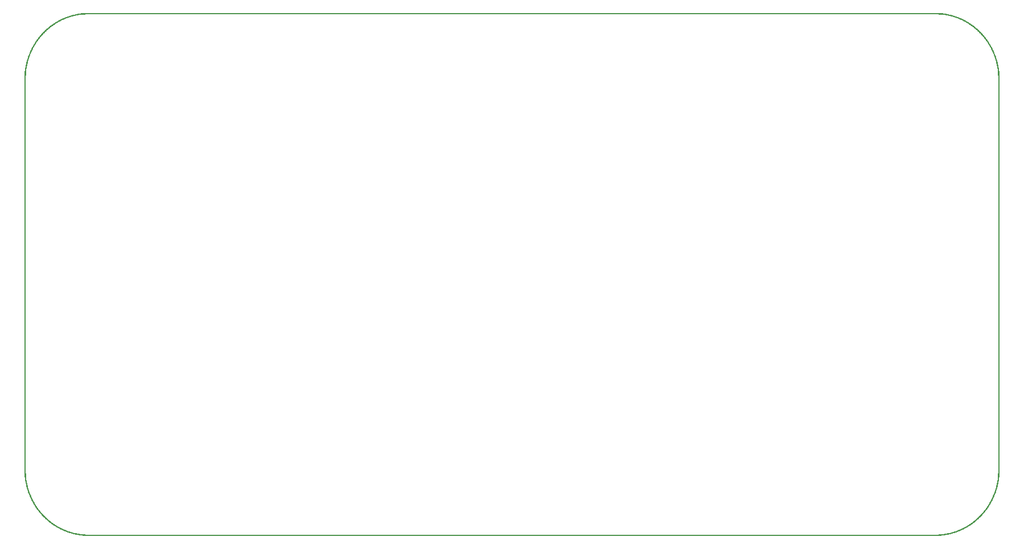
<source format=gbo>
G04 MADE WITH FRITZING*
G04 WWW.FRITZING.ORG*
G04 DOUBLE SIDED*
G04 HOLES PLATED*
G04 CONTOUR ON CENTER OF CONTOUR VECTOR*
%ASAXBY*%
%FSLAX23Y23*%
%MOIN*%
%OFA0B0*%
%SFA1.0B1.0*%
%ADD10R,0.001000X0.001000*%
%LNSILK0*%
G90*
G70*
G54D10*
X355Y3068D02*
X5355Y3068D01*
X342Y3067D02*
X5368Y3067D01*
X332Y3066D02*
X5378Y3066D01*
X324Y3065D02*
X5386Y3065D01*
X317Y3064D02*
X5393Y3064D01*
X312Y3063D02*
X5398Y3063D01*
X306Y3062D02*
X5404Y3062D01*
X301Y3061D02*
X5409Y3061D01*
X297Y3060D02*
X355Y3060D01*
X5355Y3060D02*
X5413Y3060D01*
X292Y3059D02*
X341Y3059D01*
X5369Y3059D02*
X5418Y3059D01*
X288Y3058D02*
X331Y3058D01*
X5379Y3058D02*
X5422Y3058D01*
X284Y3057D02*
X324Y3057D01*
X5386Y3057D02*
X5426Y3057D01*
X280Y3056D02*
X317Y3056D01*
X5393Y3056D02*
X5430Y3056D01*
X276Y3055D02*
X311Y3055D01*
X5399Y3055D02*
X5434Y3055D01*
X273Y3054D02*
X306Y3054D01*
X5404Y3054D02*
X5437Y3054D01*
X270Y3053D02*
X301Y3053D01*
X5409Y3053D02*
X5440Y3053D01*
X266Y3052D02*
X296Y3052D01*
X5414Y3052D02*
X5444Y3052D01*
X263Y3051D02*
X291Y3051D01*
X5419Y3051D02*
X5447Y3051D01*
X260Y3050D02*
X287Y3050D01*
X5423Y3050D02*
X5450Y3050D01*
X257Y3049D02*
X283Y3049D01*
X5427Y3049D02*
X5453Y3049D01*
X255Y3048D02*
X280Y3048D01*
X5430Y3048D02*
X5455Y3048D01*
X252Y3047D02*
X276Y3047D01*
X5434Y3047D02*
X5458Y3047D01*
X249Y3046D02*
X273Y3046D01*
X5437Y3046D02*
X5461Y3046D01*
X246Y3045D02*
X270Y3045D01*
X5440Y3045D02*
X5464Y3045D01*
X243Y3044D02*
X266Y3044D01*
X5444Y3044D02*
X5467Y3044D01*
X241Y3043D02*
X263Y3043D01*
X5447Y3043D02*
X5469Y3043D01*
X239Y3042D02*
X260Y3042D01*
X5450Y3042D02*
X5471Y3042D01*
X236Y3041D02*
X257Y3041D01*
X5453Y3041D02*
X5474Y3041D01*
X234Y3040D02*
X254Y3040D01*
X5456Y3040D02*
X5476Y3040D01*
X231Y3039D02*
X252Y3039D01*
X5458Y3039D02*
X5479Y3039D01*
X229Y3038D02*
X249Y3038D01*
X5461Y3038D02*
X5481Y3038D01*
X227Y3037D02*
X246Y3037D01*
X5464Y3037D02*
X5483Y3037D01*
X224Y3036D02*
X244Y3036D01*
X5466Y3036D02*
X5486Y3036D01*
X222Y3035D02*
X241Y3035D01*
X5469Y3035D02*
X5488Y3035D01*
X220Y3034D02*
X239Y3034D01*
X5471Y3034D02*
X5490Y3034D01*
X218Y3033D02*
X236Y3033D01*
X5474Y3033D02*
X5492Y3033D01*
X216Y3032D02*
X234Y3032D01*
X5476Y3032D02*
X5494Y3032D01*
X214Y3031D02*
X231Y3031D01*
X5479Y3031D02*
X5496Y3031D01*
X212Y3030D02*
X229Y3030D01*
X5481Y3030D02*
X5498Y3030D01*
X210Y3029D02*
X227Y3029D01*
X5483Y3029D02*
X5500Y3029D01*
X208Y3028D02*
X225Y3028D01*
X5485Y3028D02*
X5502Y3028D01*
X206Y3027D02*
X223Y3027D01*
X5487Y3027D02*
X5504Y3027D01*
X204Y3026D02*
X221Y3026D01*
X5489Y3026D02*
X5506Y3026D01*
X202Y3025D02*
X218Y3025D01*
X5492Y3025D02*
X5508Y3025D01*
X200Y3024D02*
X216Y3024D01*
X5494Y3024D02*
X5510Y3024D01*
X198Y3023D02*
X214Y3023D01*
X5496Y3023D02*
X5512Y3023D01*
X196Y3022D02*
X212Y3022D01*
X5498Y3022D02*
X5514Y3022D01*
X195Y3021D02*
X210Y3021D01*
X5500Y3021D02*
X5515Y3021D01*
X193Y3020D02*
X209Y3020D01*
X5501Y3020D02*
X5517Y3020D01*
X191Y3019D02*
X207Y3019D01*
X5503Y3019D02*
X5519Y3019D01*
X190Y3018D02*
X205Y3018D01*
X5505Y3018D02*
X5520Y3018D01*
X188Y3017D02*
X203Y3017D01*
X5507Y3017D02*
X5522Y3017D01*
X186Y3016D02*
X201Y3016D01*
X5509Y3016D02*
X5524Y3016D01*
X185Y3015D02*
X199Y3015D01*
X5511Y3015D02*
X5525Y3015D01*
X183Y3014D02*
X197Y3014D01*
X5513Y3014D02*
X5527Y3014D01*
X181Y3013D02*
X196Y3013D01*
X5514Y3013D02*
X5529Y3013D01*
X180Y3012D02*
X194Y3012D01*
X5516Y3012D02*
X5530Y3012D01*
X178Y3011D02*
X192Y3011D01*
X5518Y3011D02*
X5532Y3011D01*
X177Y3010D02*
X191Y3010D01*
X5519Y3010D02*
X5533Y3010D01*
X175Y3009D02*
X189Y3009D01*
X5521Y3009D02*
X5535Y3009D01*
X174Y3008D02*
X187Y3008D01*
X5523Y3008D02*
X5536Y3008D01*
X172Y3007D02*
X186Y3007D01*
X5524Y3007D02*
X5538Y3007D01*
X171Y3006D02*
X184Y3006D01*
X5526Y3006D02*
X5539Y3006D01*
X169Y3005D02*
X182Y3005D01*
X5528Y3005D02*
X5541Y3005D01*
X168Y3004D02*
X181Y3004D01*
X5529Y3004D02*
X5542Y3004D01*
X166Y3003D02*
X179Y3003D01*
X5531Y3003D02*
X5544Y3003D01*
X165Y3002D02*
X178Y3002D01*
X5532Y3002D02*
X5545Y3002D01*
X163Y3001D02*
X176Y3001D01*
X5534Y3001D02*
X5547Y3001D01*
X162Y3000D02*
X175Y3000D01*
X5535Y3000D02*
X5548Y3000D01*
X160Y2999D02*
X173Y2999D01*
X5537Y2999D02*
X5550Y2999D01*
X159Y2998D02*
X172Y2998D01*
X5538Y2998D02*
X5551Y2998D01*
X158Y2997D02*
X170Y2997D01*
X5540Y2997D02*
X5552Y2997D01*
X156Y2996D02*
X169Y2996D01*
X5541Y2996D02*
X5554Y2996D01*
X155Y2995D02*
X167Y2995D01*
X5543Y2995D02*
X5555Y2995D01*
X154Y2994D02*
X166Y2994D01*
X5544Y2994D02*
X5556Y2994D01*
X152Y2993D02*
X165Y2993D01*
X5545Y2993D02*
X5558Y2993D01*
X151Y2992D02*
X163Y2992D01*
X5547Y2992D02*
X5559Y2992D01*
X150Y2991D02*
X162Y2991D01*
X5548Y2991D02*
X5560Y2991D01*
X148Y2990D02*
X161Y2990D01*
X5549Y2990D02*
X5562Y2990D01*
X147Y2989D02*
X159Y2989D01*
X5551Y2989D02*
X5563Y2989D01*
X146Y2988D02*
X158Y2988D01*
X5552Y2988D02*
X5564Y2988D01*
X145Y2987D02*
X157Y2987D01*
X5553Y2987D02*
X5565Y2987D01*
X143Y2986D02*
X155Y2986D01*
X5555Y2986D02*
X5567Y2986D01*
X142Y2985D02*
X154Y2985D01*
X5556Y2985D02*
X5568Y2985D01*
X141Y2984D02*
X153Y2984D01*
X5557Y2984D02*
X5569Y2984D01*
X140Y2983D02*
X151Y2983D01*
X5559Y2983D02*
X5570Y2983D01*
X139Y2982D02*
X150Y2982D01*
X5560Y2982D02*
X5571Y2982D01*
X137Y2981D02*
X149Y2981D01*
X5561Y2981D02*
X5573Y2981D01*
X136Y2980D02*
X148Y2980D01*
X5562Y2980D02*
X5574Y2980D01*
X135Y2979D02*
X146Y2979D01*
X5564Y2979D02*
X5575Y2979D01*
X134Y2978D02*
X145Y2978D01*
X5565Y2978D02*
X5576Y2978D01*
X133Y2977D02*
X144Y2977D01*
X5566Y2977D02*
X5577Y2977D01*
X132Y2976D02*
X143Y2976D01*
X5567Y2976D02*
X5578Y2976D01*
X130Y2975D02*
X142Y2975D01*
X5568Y2975D02*
X5580Y2975D01*
X129Y2974D02*
X140Y2974D01*
X5570Y2974D02*
X5581Y2974D01*
X128Y2973D02*
X139Y2973D01*
X5571Y2973D02*
X5582Y2973D01*
X127Y2972D02*
X138Y2972D01*
X5572Y2972D02*
X5583Y2972D01*
X126Y2971D02*
X137Y2971D01*
X5573Y2971D02*
X5584Y2971D01*
X125Y2970D02*
X136Y2970D01*
X5574Y2970D02*
X5585Y2970D01*
X124Y2969D02*
X135Y2969D01*
X5575Y2969D02*
X5586Y2969D01*
X123Y2968D02*
X134Y2968D01*
X5576Y2968D02*
X5587Y2968D01*
X122Y2967D02*
X132Y2967D01*
X5578Y2967D02*
X5588Y2967D01*
X121Y2966D02*
X131Y2966D01*
X5579Y2966D02*
X5589Y2966D01*
X120Y2965D02*
X130Y2965D01*
X5580Y2965D02*
X5590Y2965D01*
X119Y2964D02*
X129Y2964D01*
X5581Y2964D02*
X5591Y2964D01*
X118Y2963D02*
X128Y2963D01*
X5582Y2963D02*
X5592Y2963D01*
X117Y2962D02*
X127Y2962D01*
X5583Y2962D02*
X5593Y2962D01*
X116Y2961D02*
X126Y2961D01*
X5584Y2961D02*
X5595Y2961D01*
X114Y2960D02*
X125Y2960D01*
X5585Y2960D02*
X5596Y2960D01*
X113Y2959D02*
X124Y2959D01*
X5586Y2959D02*
X5597Y2959D01*
X112Y2958D02*
X123Y2958D01*
X5587Y2958D02*
X5598Y2958D01*
X111Y2957D02*
X122Y2957D01*
X5588Y2957D02*
X5599Y2957D01*
X110Y2956D02*
X121Y2956D01*
X5589Y2956D02*
X5600Y2956D01*
X109Y2955D02*
X120Y2955D01*
X5590Y2955D02*
X5601Y2955D01*
X108Y2954D02*
X119Y2954D01*
X5591Y2954D02*
X5602Y2954D01*
X108Y2953D02*
X118Y2953D01*
X5592Y2953D02*
X5602Y2953D01*
X107Y2952D02*
X117Y2952D01*
X5593Y2952D02*
X5603Y2952D01*
X106Y2951D02*
X116Y2951D01*
X5594Y2951D02*
X5604Y2951D01*
X105Y2950D02*
X115Y2950D01*
X5595Y2950D02*
X5605Y2950D01*
X104Y2949D02*
X114Y2949D01*
X5596Y2949D02*
X5606Y2949D01*
X103Y2948D02*
X113Y2948D01*
X5597Y2948D02*
X5607Y2948D01*
X102Y2947D02*
X112Y2947D01*
X5598Y2947D02*
X5608Y2947D01*
X101Y2946D02*
X111Y2946D01*
X5599Y2946D02*
X5609Y2946D01*
X100Y2945D02*
X110Y2945D01*
X5600Y2945D02*
X5610Y2945D01*
X99Y2944D02*
X109Y2944D01*
X5601Y2944D02*
X5611Y2944D01*
X98Y2943D02*
X108Y2943D01*
X5602Y2943D02*
X5612Y2943D01*
X97Y2942D02*
X107Y2942D01*
X5603Y2942D02*
X5613Y2942D01*
X97Y2941D02*
X106Y2941D01*
X5604Y2941D02*
X5613Y2941D01*
X96Y2940D02*
X105Y2940D01*
X5605Y2940D02*
X5614Y2940D01*
X95Y2939D02*
X105Y2939D01*
X5605Y2939D02*
X5615Y2939D01*
X94Y2938D02*
X104Y2938D01*
X5606Y2938D02*
X5616Y2938D01*
X93Y2937D02*
X103Y2937D01*
X5607Y2937D02*
X5617Y2937D01*
X92Y2936D02*
X102Y2936D01*
X5608Y2936D02*
X5618Y2936D01*
X92Y2935D02*
X101Y2935D01*
X5609Y2935D02*
X5618Y2935D01*
X91Y2934D02*
X100Y2934D01*
X5610Y2934D02*
X5619Y2934D01*
X90Y2933D02*
X99Y2933D01*
X5611Y2933D02*
X5620Y2933D01*
X89Y2932D02*
X98Y2932D01*
X5612Y2932D02*
X5621Y2932D01*
X88Y2931D02*
X98Y2931D01*
X5612Y2931D02*
X5622Y2931D01*
X87Y2930D02*
X97Y2930D01*
X5613Y2930D02*
X5623Y2930D01*
X86Y2929D02*
X96Y2929D01*
X5614Y2929D02*
X5624Y2929D01*
X86Y2928D02*
X95Y2928D01*
X5615Y2928D02*
X5624Y2928D01*
X85Y2927D02*
X94Y2927D01*
X5616Y2927D02*
X5625Y2927D01*
X84Y2926D02*
X93Y2926D01*
X5617Y2926D02*
X5626Y2926D01*
X83Y2925D02*
X93Y2925D01*
X5617Y2925D02*
X5627Y2925D01*
X83Y2924D02*
X92Y2924D01*
X5618Y2924D02*
X5627Y2924D01*
X82Y2923D02*
X91Y2923D01*
X5619Y2923D02*
X5628Y2923D01*
X81Y2922D02*
X90Y2922D01*
X5620Y2922D02*
X5629Y2922D01*
X80Y2921D02*
X89Y2921D01*
X5621Y2921D02*
X5630Y2921D01*
X80Y2920D02*
X89Y2920D01*
X5621Y2920D02*
X5630Y2920D01*
X79Y2919D02*
X88Y2919D01*
X5622Y2919D02*
X5631Y2919D01*
X78Y2918D02*
X87Y2918D01*
X5623Y2918D02*
X5632Y2918D01*
X77Y2917D02*
X86Y2917D01*
X5624Y2917D02*
X5633Y2917D01*
X77Y2916D02*
X86Y2916D01*
X5624Y2916D02*
X5633Y2916D01*
X76Y2915D02*
X85Y2915D01*
X5625Y2915D02*
X5634Y2915D01*
X75Y2914D02*
X84Y2914D01*
X5626Y2914D02*
X5635Y2914D01*
X74Y2913D02*
X83Y2913D01*
X5627Y2913D02*
X5636Y2913D01*
X74Y2912D02*
X82Y2912D01*
X5628Y2912D02*
X5636Y2912D01*
X73Y2911D02*
X82Y2911D01*
X5628Y2911D02*
X5637Y2911D01*
X72Y2910D02*
X81Y2910D01*
X5629Y2910D02*
X5638Y2910D01*
X72Y2909D02*
X80Y2909D01*
X5630Y2909D02*
X5639Y2909D01*
X71Y2908D02*
X79Y2908D01*
X5631Y2908D02*
X5639Y2908D01*
X70Y2907D02*
X79Y2907D01*
X5631Y2907D02*
X5640Y2907D01*
X69Y2906D02*
X78Y2906D01*
X5632Y2906D02*
X5641Y2906D01*
X69Y2905D02*
X77Y2905D01*
X5633Y2905D02*
X5641Y2905D01*
X68Y2904D02*
X77Y2904D01*
X5633Y2904D02*
X5642Y2904D01*
X67Y2903D02*
X76Y2903D01*
X5634Y2903D02*
X5643Y2903D01*
X67Y2902D02*
X75Y2902D01*
X5635Y2902D02*
X5643Y2902D01*
X66Y2901D02*
X75Y2901D01*
X5635Y2901D02*
X5644Y2901D01*
X65Y2900D02*
X74Y2900D01*
X5636Y2900D02*
X5645Y2900D01*
X65Y2899D02*
X73Y2899D01*
X5637Y2899D02*
X5645Y2899D01*
X64Y2898D02*
X73Y2898D01*
X5637Y2898D02*
X5646Y2898D01*
X63Y2897D02*
X72Y2897D01*
X5638Y2897D02*
X5647Y2897D01*
X63Y2896D02*
X71Y2896D01*
X5639Y2896D02*
X5647Y2896D01*
X62Y2895D02*
X70Y2895D01*
X5640Y2895D02*
X5648Y2895D01*
X61Y2894D02*
X70Y2894D01*
X5640Y2894D02*
X5649Y2894D01*
X61Y2893D02*
X69Y2893D01*
X5641Y2893D02*
X5649Y2893D01*
X60Y2892D02*
X69Y2892D01*
X5641Y2892D02*
X5650Y2892D01*
X60Y2891D02*
X68Y2891D01*
X5642Y2891D02*
X5650Y2891D01*
X59Y2890D02*
X67Y2890D01*
X5643Y2890D02*
X5651Y2890D01*
X58Y2889D02*
X67Y2889D01*
X5643Y2889D02*
X5652Y2889D01*
X58Y2888D02*
X66Y2888D01*
X5644Y2888D02*
X5652Y2888D01*
X57Y2887D02*
X65Y2887D01*
X5645Y2887D02*
X5653Y2887D01*
X56Y2886D02*
X65Y2886D01*
X5645Y2886D02*
X5654Y2886D01*
X56Y2885D02*
X64Y2885D01*
X5646Y2885D02*
X5654Y2885D01*
X55Y2884D02*
X64Y2884D01*
X5646Y2884D02*
X5655Y2884D01*
X55Y2883D02*
X63Y2883D01*
X5647Y2883D02*
X5655Y2883D01*
X54Y2882D02*
X62Y2882D01*
X5648Y2882D02*
X5656Y2882D01*
X53Y2881D02*
X62Y2881D01*
X5648Y2881D02*
X5657Y2881D01*
X53Y2880D02*
X61Y2880D01*
X5649Y2880D02*
X5657Y2880D01*
X52Y2879D02*
X60Y2879D01*
X5650Y2879D02*
X5658Y2879D01*
X52Y2878D02*
X60Y2878D01*
X5650Y2878D02*
X5658Y2878D01*
X51Y2877D02*
X59Y2877D01*
X5651Y2877D02*
X5659Y2877D01*
X51Y2876D02*
X59Y2876D01*
X5651Y2876D02*
X5659Y2876D01*
X50Y2875D02*
X58Y2875D01*
X5652Y2875D02*
X5660Y2875D01*
X50Y2874D02*
X58Y2874D01*
X5652Y2874D02*
X5660Y2874D01*
X49Y2873D02*
X57Y2873D01*
X5653Y2873D02*
X5661Y2873D01*
X48Y2872D02*
X56Y2872D01*
X5654Y2872D02*
X5662Y2872D01*
X48Y2871D02*
X56Y2871D01*
X5654Y2871D02*
X5662Y2871D01*
X47Y2870D02*
X55Y2870D01*
X5655Y2870D02*
X5663Y2870D01*
X47Y2869D02*
X55Y2869D01*
X5655Y2869D02*
X5663Y2869D01*
X46Y2868D02*
X54Y2868D01*
X5656Y2868D02*
X5664Y2868D01*
X46Y2867D02*
X54Y2867D01*
X5656Y2867D02*
X5664Y2867D01*
X45Y2866D02*
X53Y2866D01*
X5657Y2866D02*
X5665Y2866D01*
X45Y2865D02*
X53Y2865D01*
X5657Y2865D02*
X5665Y2865D01*
X44Y2864D02*
X52Y2864D01*
X5658Y2864D02*
X5666Y2864D01*
X44Y2863D02*
X51Y2863D01*
X5659Y2863D02*
X5666Y2863D01*
X43Y2862D02*
X51Y2862D01*
X5659Y2862D02*
X5667Y2862D01*
X43Y2861D02*
X50Y2861D01*
X5660Y2861D02*
X5667Y2861D01*
X42Y2860D02*
X50Y2860D01*
X5660Y2860D02*
X5668Y2860D01*
X42Y2859D02*
X49Y2859D01*
X5661Y2859D02*
X5668Y2859D01*
X41Y2858D02*
X49Y2858D01*
X5661Y2858D02*
X5669Y2858D01*
X41Y2857D02*
X48Y2857D01*
X5662Y2857D02*
X5669Y2857D01*
X40Y2856D02*
X48Y2856D01*
X5662Y2856D02*
X5670Y2856D01*
X40Y2855D02*
X47Y2855D01*
X5663Y2855D02*
X5670Y2855D01*
X39Y2854D02*
X47Y2854D01*
X5663Y2854D02*
X5671Y2854D01*
X39Y2853D02*
X46Y2853D01*
X5664Y2853D02*
X5671Y2853D01*
X38Y2852D02*
X46Y2852D01*
X5664Y2852D02*
X5672Y2852D01*
X38Y2851D02*
X45Y2851D01*
X5665Y2851D02*
X5672Y2851D01*
X37Y2850D02*
X45Y2850D01*
X5665Y2850D02*
X5673Y2850D01*
X37Y2849D02*
X44Y2849D01*
X5666Y2849D02*
X5673Y2849D01*
X36Y2848D02*
X44Y2848D01*
X5666Y2848D02*
X5674Y2848D01*
X36Y2847D02*
X43Y2847D01*
X5667Y2847D02*
X5674Y2847D01*
X35Y2846D02*
X43Y2846D01*
X5667Y2846D02*
X5675Y2846D01*
X35Y2845D02*
X43Y2845D01*
X5667Y2845D02*
X5675Y2845D01*
X35Y2844D02*
X42Y2844D01*
X5668Y2844D02*
X5675Y2844D01*
X34Y2843D02*
X42Y2843D01*
X5668Y2843D02*
X5676Y2843D01*
X34Y2842D02*
X41Y2842D01*
X5669Y2842D02*
X5676Y2842D01*
X33Y2841D02*
X41Y2841D01*
X5669Y2841D02*
X5677Y2841D01*
X33Y2840D02*
X40Y2840D01*
X5670Y2840D02*
X5677Y2840D01*
X32Y2839D02*
X40Y2839D01*
X5670Y2839D02*
X5678Y2839D01*
X32Y2838D02*
X39Y2838D01*
X5670Y2838D02*
X5678Y2838D01*
X31Y2837D02*
X39Y2837D01*
X5671Y2837D02*
X5679Y2837D01*
X31Y2836D02*
X39Y2836D01*
X5671Y2836D02*
X5679Y2836D01*
X31Y2835D02*
X38Y2835D01*
X5672Y2835D02*
X5679Y2835D01*
X30Y2834D02*
X38Y2834D01*
X5672Y2834D02*
X5680Y2834D01*
X30Y2833D02*
X37Y2833D01*
X5673Y2833D02*
X5680Y2833D01*
X29Y2832D02*
X37Y2832D01*
X5673Y2832D02*
X5681Y2832D01*
X29Y2831D02*
X36Y2831D01*
X5674Y2831D02*
X5681Y2831D01*
X29Y2830D02*
X36Y2830D01*
X5674Y2830D02*
X5681Y2830D01*
X28Y2829D02*
X36Y2829D01*
X5674Y2829D02*
X5682Y2829D01*
X28Y2828D02*
X35Y2828D01*
X5675Y2828D02*
X5682Y2828D01*
X27Y2827D02*
X35Y2827D01*
X5675Y2827D02*
X5683Y2827D01*
X27Y2826D02*
X34Y2826D01*
X5676Y2826D02*
X5683Y2826D01*
X27Y2825D02*
X34Y2825D01*
X5676Y2825D02*
X5683Y2825D01*
X26Y2824D02*
X34Y2824D01*
X5676Y2824D02*
X5684Y2824D01*
X26Y2823D02*
X33Y2823D01*
X5677Y2823D02*
X5684Y2823D01*
X25Y2822D02*
X33Y2822D01*
X5677Y2822D02*
X5685Y2822D01*
X25Y2821D02*
X33Y2821D01*
X5677Y2821D02*
X5685Y2821D01*
X25Y2820D02*
X32Y2820D01*
X5678Y2820D02*
X5685Y2820D01*
X24Y2819D02*
X32Y2819D01*
X5678Y2819D02*
X5686Y2819D01*
X24Y2818D02*
X31Y2818D01*
X5679Y2818D02*
X5686Y2818D01*
X24Y2817D02*
X31Y2817D01*
X5679Y2817D02*
X5686Y2817D01*
X23Y2816D02*
X31Y2816D01*
X5679Y2816D02*
X5687Y2816D01*
X23Y2815D02*
X30Y2815D01*
X5680Y2815D02*
X5687Y2815D01*
X22Y2814D02*
X30Y2814D01*
X5680Y2814D02*
X5688Y2814D01*
X22Y2813D02*
X29Y2813D01*
X5681Y2813D02*
X5688Y2813D01*
X22Y2812D02*
X29Y2812D01*
X5681Y2812D02*
X5688Y2812D01*
X21Y2811D02*
X29Y2811D01*
X5681Y2811D02*
X5689Y2811D01*
X21Y2810D02*
X28Y2810D01*
X5682Y2810D02*
X5689Y2810D01*
X21Y2809D02*
X28Y2809D01*
X5682Y2809D02*
X5689Y2809D01*
X21Y2808D02*
X28Y2808D01*
X5682Y2808D02*
X5689Y2808D01*
X20Y2807D02*
X27Y2807D01*
X5683Y2807D02*
X5690Y2807D01*
X20Y2806D02*
X27Y2806D01*
X5683Y2806D02*
X5690Y2806D01*
X20Y2805D02*
X27Y2805D01*
X5683Y2805D02*
X5690Y2805D01*
X19Y2804D02*
X26Y2804D01*
X5684Y2804D02*
X5691Y2804D01*
X19Y2803D02*
X26Y2803D01*
X5684Y2803D02*
X5691Y2803D01*
X19Y2802D02*
X26Y2802D01*
X5684Y2802D02*
X5691Y2802D01*
X18Y2801D02*
X25Y2801D01*
X5685Y2801D02*
X5692Y2801D01*
X18Y2800D02*
X25Y2800D01*
X5685Y2800D02*
X5692Y2800D01*
X18Y2799D02*
X25Y2799D01*
X5685Y2799D02*
X5692Y2799D01*
X17Y2798D02*
X25Y2798D01*
X5685Y2798D02*
X5693Y2798D01*
X17Y2797D02*
X24Y2797D01*
X5686Y2797D02*
X5693Y2797D01*
X17Y2796D02*
X24Y2796D01*
X5686Y2796D02*
X5693Y2796D01*
X16Y2795D02*
X24Y2795D01*
X5686Y2795D02*
X5694Y2795D01*
X16Y2794D02*
X23Y2794D01*
X5687Y2794D02*
X5694Y2794D01*
X16Y2793D02*
X23Y2793D01*
X5687Y2793D02*
X5694Y2793D01*
X16Y2792D02*
X23Y2792D01*
X5687Y2792D02*
X5694Y2792D01*
X15Y2791D02*
X22Y2791D01*
X5688Y2791D02*
X5695Y2791D01*
X15Y2790D02*
X22Y2790D01*
X5688Y2790D02*
X5695Y2790D01*
X15Y2789D02*
X22Y2789D01*
X5688Y2789D02*
X5695Y2789D01*
X14Y2788D02*
X22Y2788D01*
X5688Y2788D02*
X5696Y2788D01*
X14Y2787D02*
X21Y2787D01*
X5689Y2787D02*
X5696Y2787D01*
X14Y2786D02*
X21Y2786D01*
X5689Y2786D02*
X5696Y2786D01*
X14Y2785D02*
X21Y2785D01*
X5689Y2785D02*
X5696Y2785D01*
X13Y2784D02*
X20Y2784D01*
X5690Y2784D02*
X5697Y2784D01*
X13Y2783D02*
X20Y2783D01*
X5690Y2783D02*
X5697Y2783D01*
X13Y2782D02*
X20Y2782D01*
X5690Y2782D02*
X5697Y2782D01*
X12Y2781D02*
X20Y2781D01*
X5690Y2781D02*
X5698Y2781D01*
X12Y2780D02*
X19Y2780D01*
X5691Y2780D02*
X5698Y2780D01*
X12Y2779D02*
X19Y2779D01*
X5691Y2779D02*
X5698Y2779D01*
X12Y2778D02*
X19Y2778D01*
X5691Y2778D02*
X5698Y2778D01*
X11Y2777D02*
X19Y2777D01*
X5691Y2777D02*
X5699Y2777D01*
X11Y2776D02*
X18Y2776D01*
X5692Y2776D02*
X5699Y2776D01*
X11Y2775D02*
X18Y2775D01*
X5692Y2775D02*
X5699Y2775D01*
X11Y2774D02*
X18Y2774D01*
X5692Y2774D02*
X5699Y2774D01*
X10Y2773D02*
X18Y2773D01*
X5692Y2773D02*
X5700Y2773D01*
X10Y2772D02*
X17Y2772D01*
X5693Y2772D02*
X5700Y2772D01*
X10Y2771D02*
X17Y2771D01*
X5693Y2771D02*
X5700Y2771D01*
X10Y2770D02*
X17Y2770D01*
X5693Y2770D02*
X5700Y2770D01*
X10Y2769D02*
X17Y2769D01*
X5693Y2769D02*
X5700Y2769D01*
X9Y2768D02*
X16Y2768D01*
X5694Y2768D02*
X5701Y2768D01*
X9Y2767D02*
X16Y2767D01*
X5694Y2767D02*
X5701Y2767D01*
X9Y2766D02*
X16Y2766D01*
X5694Y2766D02*
X5701Y2766D01*
X9Y2765D02*
X16Y2765D01*
X5694Y2765D02*
X5701Y2765D01*
X9Y2764D02*
X16Y2764D01*
X5694Y2764D02*
X5702Y2764D01*
X8Y2763D02*
X15Y2763D01*
X5695Y2763D02*
X5702Y2763D01*
X8Y2762D02*
X15Y2762D01*
X5695Y2762D02*
X5702Y2762D01*
X8Y2761D02*
X15Y2761D01*
X5695Y2761D02*
X5702Y2761D01*
X8Y2760D02*
X15Y2760D01*
X5695Y2760D02*
X5702Y2760D01*
X7Y2759D02*
X15Y2759D01*
X5695Y2759D02*
X5703Y2759D01*
X7Y2758D02*
X14Y2758D01*
X5696Y2758D02*
X5703Y2758D01*
X7Y2757D02*
X14Y2757D01*
X5696Y2757D02*
X5703Y2757D01*
X7Y2756D02*
X14Y2756D01*
X5696Y2756D02*
X5703Y2756D01*
X7Y2755D02*
X14Y2755D01*
X5696Y2755D02*
X5703Y2755D01*
X7Y2754D02*
X14Y2754D01*
X5696Y2754D02*
X5703Y2754D01*
X6Y2753D02*
X13Y2753D01*
X5697Y2753D02*
X5704Y2753D01*
X6Y2752D02*
X13Y2752D01*
X5697Y2752D02*
X5704Y2752D01*
X6Y2751D02*
X13Y2751D01*
X5697Y2751D02*
X5704Y2751D01*
X6Y2750D02*
X13Y2750D01*
X5697Y2750D02*
X5704Y2750D01*
X6Y2749D02*
X13Y2749D01*
X5697Y2749D02*
X5704Y2749D01*
X5Y2748D02*
X13Y2748D01*
X5697Y2748D02*
X5705Y2748D01*
X5Y2747D02*
X12Y2747D01*
X5698Y2747D02*
X5705Y2747D01*
X5Y2746D02*
X12Y2746D01*
X5698Y2746D02*
X5705Y2746D01*
X5Y2745D02*
X12Y2745D01*
X5698Y2745D02*
X5705Y2745D01*
X5Y2744D02*
X12Y2744D01*
X5698Y2744D02*
X5705Y2744D01*
X5Y2743D02*
X12Y2743D01*
X5698Y2743D02*
X5705Y2743D01*
X5Y2742D02*
X12Y2742D01*
X5698Y2742D02*
X5705Y2742D01*
X4Y2741D02*
X11Y2741D01*
X5699Y2741D02*
X5706Y2741D01*
X4Y2740D02*
X11Y2740D01*
X5699Y2740D02*
X5706Y2740D01*
X4Y2739D02*
X11Y2739D01*
X5699Y2739D02*
X5706Y2739D01*
X4Y2738D02*
X11Y2738D01*
X5699Y2738D02*
X5706Y2738D01*
X4Y2737D02*
X11Y2737D01*
X5699Y2737D02*
X5706Y2737D01*
X4Y2736D02*
X11Y2736D01*
X5699Y2736D02*
X5706Y2736D01*
X4Y2735D02*
X11Y2735D01*
X5699Y2735D02*
X5706Y2735D01*
X3Y2734D02*
X10Y2734D01*
X5700Y2734D02*
X5707Y2734D01*
X3Y2733D02*
X10Y2733D01*
X5700Y2733D02*
X5707Y2733D01*
X3Y2732D02*
X10Y2732D01*
X5700Y2732D02*
X5707Y2732D01*
X3Y2731D02*
X10Y2731D01*
X5700Y2731D02*
X5707Y2731D01*
X3Y2730D02*
X10Y2730D01*
X5700Y2730D02*
X5707Y2730D01*
X3Y2729D02*
X10Y2729D01*
X5700Y2729D02*
X5707Y2729D01*
X3Y2728D02*
X10Y2728D01*
X5700Y2728D02*
X5707Y2728D01*
X3Y2727D02*
X10Y2727D01*
X5700Y2727D02*
X5707Y2727D01*
X2Y2726D02*
X9Y2726D01*
X5701Y2726D02*
X5708Y2726D01*
X2Y2725D02*
X9Y2725D01*
X5701Y2725D02*
X5708Y2725D01*
X2Y2724D02*
X9Y2724D01*
X5701Y2724D02*
X5708Y2724D01*
X2Y2723D02*
X9Y2723D01*
X5701Y2723D02*
X5708Y2723D01*
X2Y2722D02*
X9Y2722D01*
X5701Y2722D02*
X5708Y2722D01*
X2Y2721D02*
X9Y2721D01*
X5701Y2721D02*
X5708Y2721D01*
X2Y2720D02*
X9Y2720D01*
X5701Y2720D02*
X5708Y2720D01*
X2Y2719D02*
X9Y2719D01*
X5701Y2719D02*
X5708Y2719D01*
X2Y2718D02*
X9Y2718D01*
X5701Y2718D02*
X5708Y2718D01*
X2Y2717D02*
X9Y2717D01*
X5701Y2717D02*
X5708Y2717D01*
X1Y2716D02*
X8Y2716D01*
X5702Y2716D02*
X5709Y2716D01*
X1Y2715D02*
X8Y2715D01*
X5702Y2715D02*
X5709Y2715D01*
X1Y2714D02*
X8Y2714D01*
X5702Y2714D02*
X5709Y2714D01*
X1Y2713D02*
X8Y2713D01*
X5702Y2713D02*
X5709Y2713D01*
X1Y2712D02*
X8Y2712D01*
X5702Y2712D02*
X5709Y2712D01*
X1Y2711D02*
X8Y2711D01*
X5702Y2711D02*
X5709Y2711D01*
X1Y2710D02*
X8Y2710D01*
X5702Y2710D02*
X5709Y2710D01*
X1Y2709D02*
X8Y2709D01*
X5702Y2709D02*
X5709Y2709D01*
X1Y2708D02*
X8Y2708D01*
X5702Y2708D02*
X5709Y2708D01*
X1Y2707D02*
X8Y2707D01*
X5702Y2707D02*
X5709Y2707D01*
X1Y2706D02*
X8Y2706D01*
X5702Y2706D02*
X5709Y2706D01*
X1Y2705D02*
X8Y2705D01*
X5702Y2705D02*
X5709Y2705D01*
X1Y2704D02*
X8Y2704D01*
X5702Y2704D02*
X5709Y2704D01*
X1Y2703D02*
X8Y2703D01*
X5702Y2703D02*
X5709Y2703D01*
X0Y2702D02*
X7Y2702D01*
X5703Y2702D02*
X5710Y2702D01*
X0Y2701D02*
X7Y2701D01*
X5703Y2701D02*
X5710Y2701D01*
X0Y2700D02*
X7Y2700D01*
X5703Y2700D02*
X5710Y2700D01*
X0Y2699D02*
X7Y2699D01*
X5703Y2699D02*
X5710Y2699D01*
X0Y2698D02*
X7Y2698D01*
X5703Y2698D02*
X5710Y2698D01*
X0Y2697D02*
X7Y2697D01*
X5703Y2697D02*
X5710Y2697D01*
X0Y2696D02*
X7Y2696D01*
X5703Y2696D02*
X5710Y2696D01*
X0Y2695D02*
X7Y2695D01*
X5703Y2695D02*
X5710Y2695D01*
X0Y2694D02*
X7Y2694D01*
X5703Y2694D02*
X5710Y2694D01*
X0Y2693D02*
X7Y2693D01*
X5703Y2693D02*
X5710Y2693D01*
X0Y2692D02*
X7Y2692D01*
X5703Y2692D02*
X5710Y2692D01*
X0Y2691D02*
X7Y2691D01*
X5703Y2691D02*
X5710Y2691D01*
X0Y2690D02*
X7Y2690D01*
X5703Y2690D02*
X5710Y2690D01*
X0Y2689D02*
X7Y2689D01*
X5703Y2689D02*
X5710Y2689D01*
X0Y2688D02*
X7Y2688D01*
X5703Y2688D02*
X5710Y2688D01*
X0Y2687D02*
X7Y2687D01*
X5703Y2687D02*
X5710Y2687D01*
X0Y2686D02*
X7Y2686D01*
X5703Y2686D02*
X5710Y2686D01*
X0Y2685D02*
X7Y2685D01*
X5703Y2685D02*
X5710Y2685D01*
X0Y2684D02*
X7Y2684D01*
X5703Y2684D02*
X5710Y2684D01*
X0Y2683D02*
X7Y2683D01*
X5703Y2683D02*
X5710Y2683D01*
X0Y2682D02*
X7Y2682D01*
X5703Y2682D02*
X5710Y2682D01*
X0Y2681D02*
X7Y2681D01*
X5703Y2681D02*
X5710Y2681D01*
X0Y2680D02*
X7Y2680D01*
X5703Y2680D02*
X5710Y2680D01*
X0Y2679D02*
X7Y2679D01*
X5703Y2679D02*
X5710Y2679D01*
X0Y2678D02*
X7Y2678D01*
X5703Y2678D02*
X5710Y2678D01*
X0Y2677D02*
X7Y2677D01*
X5703Y2677D02*
X5710Y2677D01*
X0Y2676D02*
X7Y2676D01*
X5703Y2676D02*
X5710Y2676D01*
X0Y2675D02*
X7Y2675D01*
X5703Y2675D02*
X5710Y2675D01*
X0Y2674D02*
X7Y2674D01*
X5703Y2674D02*
X5710Y2674D01*
X0Y2673D02*
X7Y2673D01*
X5703Y2673D02*
X5710Y2673D01*
X0Y2672D02*
X7Y2672D01*
X5703Y2672D02*
X5710Y2672D01*
X0Y2671D02*
X7Y2671D01*
X5703Y2671D02*
X5710Y2671D01*
X0Y2670D02*
X7Y2670D01*
X5703Y2670D02*
X5710Y2670D01*
X0Y2669D02*
X7Y2669D01*
X5703Y2669D02*
X5710Y2669D01*
X0Y2668D02*
X7Y2668D01*
X5703Y2668D02*
X5710Y2668D01*
X0Y2667D02*
X7Y2667D01*
X5703Y2667D02*
X5710Y2667D01*
X0Y2666D02*
X7Y2666D01*
X5703Y2666D02*
X5710Y2666D01*
X0Y2665D02*
X7Y2665D01*
X5703Y2665D02*
X5710Y2665D01*
X0Y2664D02*
X7Y2664D01*
X5703Y2664D02*
X5710Y2664D01*
X0Y2663D02*
X7Y2663D01*
X5703Y2663D02*
X5710Y2663D01*
X0Y2662D02*
X7Y2662D01*
X5703Y2662D02*
X5710Y2662D01*
X0Y2661D02*
X7Y2661D01*
X5703Y2661D02*
X5710Y2661D01*
X0Y2660D02*
X7Y2660D01*
X5703Y2660D02*
X5710Y2660D01*
X0Y2659D02*
X7Y2659D01*
X5703Y2659D02*
X5710Y2659D01*
X0Y2658D02*
X7Y2658D01*
X5703Y2658D02*
X5710Y2658D01*
X0Y2657D02*
X7Y2657D01*
X5703Y2657D02*
X5710Y2657D01*
X0Y2656D02*
X7Y2656D01*
X5703Y2656D02*
X5710Y2656D01*
X0Y2655D02*
X7Y2655D01*
X5703Y2655D02*
X5710Y2655D01*
X0Y2654D02*
X7Y2654D01*
X5703Y2654D02*
X5710Y2654D01*
X0Y2653D02*
X7Y2653D01*
X5703Y2653D02*
X5710Y2653D01*
X0Y2652D02*
X7Y2652D01*
X5703Y2652D02*
X5710Y2652D01*
X0Y2651D02*
X7Y2651D01*
X5703Y2651D02*
X5710Y2651D01*
X0Y2650D02*
X7Y2650D01*
X5703Y2650D02*
X5710Y2650D01*
X0Y2649D02*
X7Y2649D01*
X5703Y2649D02*
X5710Y2649D01*
X0Y2648D02*
X7Y2648D01*
X5703Y2648D02*
X5710Y2648D01*
X0Y2647D02*
X7Y2647D01*
X5703Y2647D02*
X5710Y2647D01*
X0Y2646D02*
X7Y2646D01*
X5703Y2646D02*
X5710Y2646D01*
X0Y2645D02*
X7Y2645D01*
X5703Y2645D02*
X5710Y2645D01*
X0Y2644D02*
X7Y2644D01*
X5703Y2644D02*
X5710Y2644D01*
X0Y2643D02*
X7Y2643D01*
X5703Y2643D02*
X5710Y2643D01*
X0Y2642D02*
X7Y2642D01*
X5703Y2642D02*
X5710Y2642D01*
X0Y2641D02*
X7Y2641D01*
X5703Y2641D02*
X5710Y2641D01*
X0Y2640D02*
X7Y2640D01*
X5703Y2640D02*
X5710Y2640D01*
X0Y2639D02*
X7Y2639D01*
X5703Y2639D02*
X5710Y2639D01*
X0Y2638D02*
X7Y2638D01*
X5703Y2638D02*
X5710Y2638D01*
X0Y2637D02*
X7Y2637D01*
X5703Y2637D02*
X5710Y2637D01*
X0Y2636D02*
X7Y2636D01*
X5703Y2636D02*
X5710Y2636D01*
X0Y2635D02*
X7Y2635D01*
X5703Y2635D02*
X5710Y2635D01*
X0Y2634D02*
X7Y2634D01*
X5703Y2634D02*
X5710Y2634D01*
X0Y2633D02*
X7Y2633D01*
X5703Y2633D02*
X5710Y2633D01*
X0Y2632D02*
X7Y2632D01*
X5703Y2632D02*
X5710Y2632D01*
X0Y2631D02*
X7Y2631D01*
X5703Y2631D02*
X5710Y2631D01*
X0Y2630D02*
X7Y2630D01*
X5703Y2630D02*
X5710Y2630D01*
X0Y2629D02*
X7Y2629D01*
X5703Y2629D02*
X5710Y2629D01*
X0Y2628D02*
X7Y2628D01*
X5703Y2628D02*
X5710Y2628D01*
X0Y2627D02*
X7Y2627D01*
X5703Y2627D02*
X5710Y2627D01*
X0Y2626D02*
X7Y2626D01*
X5703Y2626D02*
X5710Y2626D01*
X0Y2625D02*
X7Y2625D01*
X5703Y2625D02*
X5710Y2625D01*
X0Y2624D02*
X7Y2624D01*
X5703Y2624D02*
X5710Y2624D01*
X0Y2623D02*
X7Y2623D01*
X5703Y2623D02*
X5710Y2623D01*
X0Y2622D02*
X7Y2622D01*
X5703Y2622D02*
X5710Y2622D01*
X0Y2621D02*
X7Y2621D01*
X5703Y2621D02*
X5710Y2621D01*
X0Y2620D02*
X7Y2620D01*
X5703Y2620D02*
X5710Y2620D01*
X0Y2619D02*
X7Y2619D01*
X5703Y2619D02*
X5710Y2619D01*
X0Y2618D02*
X7Y2618D01*
X5703Y2618D02*
X5710Y2618D01*
X0Y2617D02*
X7Y2617D01*
X5703Y2617D02*
X5710Y2617D01*
X0Y2616D02*
X7Y2616D01*
X5703Y2616D02*
X5710Y2616D01*
X0Y2615D02*
X7Y2615D01*
X5703Y2615D02*
X5710Y2615D01*
X0Y2614D02*
X7Y2614D01*
X5703Y2614D02*
X5710Y2614D01*
X0Y2613D02*
X7Y2613D01*
X5703Y2613D02*
X5710Y2613D01*
X0Y2612D02*
X7Y2612D01*
X5703Y2612D02*
X5710Y2612D01*
X0Y2611D02*
X7Y2611D01*
X5703Y2611D02*
X5710Y2611D01*
X0Y2610D02*
X7Y2610D01*
X5703Y2610D02*
X5710Y2610D01*
X0Y2609D02*
X7Y2609D01*
X5703Y2609D02*
X5710Y2609D01*
X0Y2608D02*
X7Y2608D01*
X5703Y2608D02*
X5710Y2608D01*
X0Y2607D02*
X7Y2607D01*
X5703Y2607D02*
X5710Y2607D01*
X0Y2606D02*
X7Y2606D01*
X5703Y2606D02*
X5710Y2606D01*
X0Y2605D02*
X7Y2605D01*
X5703Y2605D02*
X5710Y2605D01*
X0Y2604D02*
X7Y2604D01*
X5703Y2604D02*
X5710Y2604D01*
X0Y2603D02*
X7Y2603D01*
X5703Y2603D02*
X5710Y2603D01*
X0Y2602D02*
X7Y2602D01*
X5703Y2602D02*
X5710Y2602D01*
X0Y2601D02*
X7Y2601D01*
X5703Y2601D02*
X5710Y2601D01*
X0Y2600D02*
X7Y2600D01*
X5703Y2600D02*
X5710Y2600D01*
X0Y2599D02*
X7Y2599D01*
X5703Y2599D02*
X5710Y2599D01*
X0Y2598D02*
X7Y2598D01*
X5703Y2598D02*
X5710Y2598D01*
X0Y2597D02*
X7Y2597D01*
X5703Y2597D02*
X5710Y2597D01*
X0Y2596D02*
X7Y2596D01*
X5703Y2596D02*
X5710Y2596D01*
X0Y2595D02*
X7Y2595D01*
X5703Y2595D02*
X5710Y2595D01*
X0Y2594D02*
X7Y2594D01*
X5703Y2594D02*
X5710Y2594D01*
X0Y2593D02*
X7Y2593D01*
X5703Y2593D02*
X5710Y2593D01*
X0Y2592D02*
X7Y2592D01*
X5703Y2592D02*
X5710Y2592D01*
X0Y2591D02*
X7Y2591D01*
X5703Y2591D02*
X5710Y2591D01*
X0Y2590D02*
X7Y2590D01*
X5703Y2590D02*
X5710Y2590D01*
X0Y2589D02*
X7Y2589D01*
X5703Y2589D02*
X5710Y2589D01*
X0Y2588D02*
X7Y2588D01*
X5703Y2588D02*
X5710Y2588D01*
X0Y2587D02*
X7Y2587D01*
X5703Y2587D02*
X5710Y2587D01*
X0Y2586D02*
X7Y2586D01*
X5703Y2586D02*
X5710Y2586D01*
X0Y2585D02*
X7Y2585D01*
X5703Y2585D02*
X5710Y2585D01*
X0Y2584D02*
X7Y2584D01*
X5703Y2584D02*
X5710Y2584D01*
X0Y2583D02*
X7Y2583D01*
X5703Y2583D02*
X5710Y2583D01*
X0Y2582D02*
X7Y2582D01*
X5703Y2582D02*
X5710Y2582D01*
X0Y2581D02*
X7Y2581D01*
X5703Y2581D02*
X5710Y2581D01*
X0Y2580D02*
X7Y2580D01*
X5703Y2580D02*
X5710Y2580D01*
X0Y2579D02*
X7Y2579D01*
X5703Y2579D02*
X5710Y2579D01*
X0Y2578D02*
X7Y2578D01*
X5703Y2578D02*
X5710Y2578D01*
X0Y2577D02*
X7Y2577D01*
X5703Y2577D02*
X5710Y2577D01*
X0Y2576D02*
X7Y2576D01*
X5703Y2576D02*
X5710Y2576D01*
X0Y2575D02*
X7Y2575D01*
X5703Y2575D02*
X5710Y2575D01*
X0Y2574D02*
X7Y2574D01*
X5703Y2574D02*
X5710Y2574D01*
X0Y2573D02*
X7Y2573D01*
X5703Y2573D02*
X5710Y2573D01*
X0Y2572D02*
X7Y2572D01*
X5703Y2572D02*
X5710Y2572D01*
X0Y2571D02*
X7Y2571D01*
X5703Y2571D02*
X5710Y2571D01*
X0Y2570D02*
X7Y2570D01*
X5703Y2570D02*
X5710Y2570D01*
X0Y2569D02*
X7Y2569D01*
X5703Y2569D02*
X5710Y2569D01*
X0Y2568D02*
X7Y2568D01*
X5703Y2568D02*
X5710Y2568D01*
X0Y2567D02*
X7Y2567D01*
X5703Y2567D02*
X5710Y2567D01*
X0Y2566D02*
X7Y2566D01*
X5703Y2566D02*
X5710Y2566D01*
X0Y2565D02*
X7Y2565D01*
X5703Y2565D02*
X5710Y2565D01*
X0Y2564D02*
X7Y2564D01*
X5703Y2564D02*
X5710Y2564D01*
X0Y2563D02*
X7Y2563D01*
X5703Y2563D02*
X5710Y2563D01*
X0Y2562D02*
X7Y2562D01*
X5703Y2562D02*
X5710Y2562D01*
X0Y2561D02*
X7Y2561D01*
X5703Y2561D02*
X5710Y2561D01*
X0Y2560D02*
X7Y2560D01*
X5703Y2560D02*
X5710Y2560D01*
X0Y2559D02*
X7Y2559D01*
X5703Y2559D02*
X5710Y2559D01*
X0Y2558D02*
X7Y2558D01*
X5703Y2558D02*
X5710Y2558D01*
X0Y2557D02*
X7Y2557D01*
X5703Y2557D02*
X5710Y2557D01*
X0Y2556D02*
X7Y2556D01*
X5703Y2556D02*
X5710Y2556D01*
X0Y2555D02*
X7Y2555D01*
X5703Y2555D02*
X5710Y2555D01*
X0Y2554D02*
X7Y2554D01*
X5703Y2554D02*
X5710Y2554D01*
X0Y2553D02*
X7Y2553D01*
X5703Y2553D02*
X5710Y2553D01*
X0Y2552D02*
X7Y2552D01*
X5703Y2552D02*
X5710Y2552D01*
X0Y2551D02*
X7Y2551D01*
X5703Y2551D02*
X5710Y2551D01*
X0Y2550D02*
X7Y2550D01*
X5703Y2550D02*
X5710Y2550D01*
X0Y2549D02*
X7Y2549D01*
X5703Y2549D02*
X5710Y2549D01*
X0Y2548D02*
X7Y2548D01*
X5703Y2548D02*
X5710Y2548D01*
X0Y2547D02*
X7Y2547D01*
X5703Y2547D02*
X5710Y2547D01*
X0Y2546D02*
X7Y2546D01*
X5703Y2546D02*
X5710Y2546D01*
X0Y2545D02*
X7Y2545D01*
X5703Y2545D02*
X5710Y2545D01*
X0Y2544D02*
X7Y2544D01*
X5703Y2544D02*
X5710Y2544D01*
X0Y2543D02*
X7Y2543D01*
X5703Y2543D02*
X5710Y2543D01*
X0Y2542D02*
X7Y2542D01*
X5703Y2542D02*
X5710Y2542D01*
X0Y2541D02*
X7Y2541D01*
X5703Y2541D02*
X5710Y2541D01*
X0Y2540D02*
X7Y2540D01*
X5703Y2540D02*
X5710Y2540D01*
X0Y2539D02*
X7Y2539D01*
X5703Y2539D02*
X5710Y2539D01*
X0Y2538D02*
X7Y2538D01*
X5703Y2538D02*
X5710Y2538D01*
X0Y2537D02*
X7Y2537D01*
X5703Y2537D02*
X5710Y2537D01*
X0Y2536D02*
X7Y2536D01*
X5703Y2536D02*
X5710Y2536D01*
X0Y2535D02*
X7Y2535D01*
X5703Y2535D02*
X5710Y2535D01*
X0Y2534D02*
X7Y2534D01*
X5703Y2534D02*
X5710Y2534D01*
X0Y2533D02*
X7Y2533D01*
X5703Y2533D02*
X5710Y2533D01*
X0Y2532D02*
X7Y2532D01*
X5703Y2532D02*
X5710Y2532D01*
X0Y2531D02*
X7Y2531D01*
X5703Y2531D02*
X5710Y2531D01*
X0Y2530D02*
X7Y2530D01*
X5703Y2530D02*
X5710Y2530D01*
X0Y2529D02*
X7Y2529D01*
X5703Y2529D02*
X5710Y2529D01*
X0Y2528D02*
X7Y2528D01*
X5703Y2528D02*
X5710Y2528D01*
X0Y2527D02*
X7Y2527D01*
X5703Y2527D02*
X5710Y2527D01*
X0Y2526D02*
X7Y2526D01*
X5703Y2526D02*
X5710Y2526D01*
X0Y2525D02*
X7Y2525D01*
X5703Y2525D02*
X5710Y2525D01*
X0Y2524D02*
X7Y2524D01*
X5703Y2524D02*
X5710Y2524D01*
X0Y2523D02*
X7Y2523D01*
X5703Y2523D02*
X5710Y2523D01*
X0Y2522D02*
X7Y2522D01*
X5703Y2522D02*
X5710Y2522D01*
X0Y2521D02*
X7Y2521D01*
X5703Y2521D02*
X5710Y2521D01*
X0Y2520D02*
X7Y2520D01*
X5703Y2520D02*
X5710Y2520D01*
X0Y2519D02*
X7Y2519D01*
X5703Y2519D02*
X5710Y2519D01*
X0Y2518D02*
X7Y2518D01*
X5703Y2518D02*
X5710Y2518D01*
X0Y2517D02*
X7Y2517D01*
X5703Y2517D02*
X5710Y2517D01*
X0Y2516D02*
X7Y2516D01*
X5703Y2516D02*
X5710Y2516D01*
X0Y2515D02*
X7Y2515D01*
X5703Y2515D02*
X5710Y2515D01*
X0Y2514D02*
X7Y2514D01*
X5703Y2514D02*
X5710Y2514D01*
X0Y2513D02*
X7Y2513D01*
X5703Y2513D02*
X5710Y2513D01*
X0Y2512D02*
X7Y2512D01*
X5703Y2512D02*
X5710Y2512D01*
X0Y2511D02*
X7Y2511D01*
X5703Y2511D02*
X5710Y2511D01*
X0Y2510D02*
X7Y2510D01*
X5703Y2510D02*
X5710Y2510D01*
X0Y2509D02*
X7Y2509D01*
X5703Y2509D02*
X5710Y2509D01*
X0Y2508D02*
X7Y2508D01*
X5703Y2508D02*
X5710Y2508D01*
X0Y2507D02*
X7Y2507D01*
X5703Y2507D02*
X5710Y2507D01*
X0Y2506D02*
X7Y2506D01*
X5703Y2506D02*
X5710Y2506D01*
X0Y2505D02*
X7Y2505D01*
X5703Y2505D02*
X5710Y2505D01*
X0Y2504D02*
X7Y2504D01*
X5703Y2504D02*
X5710Y2504D01*
X0Y2503D02*
X7Y2503D01*
X5703Y2503D02*
X5710Y2503D01*
X0Y2502D02*
X7Y2502D01*
X5703Y2502D02*
X5710Y2502D01*
X0Y2501D02*
X7Y2501D01*
X5703Y2501D02*
X5710Y2501D01*
X0Y2500D02*
X7Y2500D01*
X5703Y2500D02*
X5710Y2500D01*
X0Y2499D02*
X7Y2499D01*
X5703Y2499D02*
X5710Y2499D01*
X0Y2498D02*
X7Y2498D01*
X5703Y2498D02*
X5710Y2498D01*
X0Y2497D02*
X7Y2497D01*
X5703Y2497D02*
X5710Y2497D01*
X0Y2496D02*
X7Y2496D01*
X5703Y2496D02*
X5710Y2496D01*
X0Y2495D02*
X7Y2495D01*
X5703Y2495D02*
X5710Y2495D01*
X0Y2494D02*
X7Y2494D01*
X5703Y2494D02*
X5710Y2494D01*
X0Y2493D02*
X7Y2493D01*
X5703Y2493D02*
X5710Y2493D01*
X0Y2492D02*
X7Y2492D01*
X5703Y2492D02*
X5710Y2492D01*
X0Y2491D02*
X7Y2491D01*
X5703Y2491D02*
X5710Y2491D01*
X0Y2490D02*
X7Y2490D01*
X5703Y2490D02*
X5710Y2490D01*
X0Y2489D02*
X7Y2489D01*
X5703Y2489D02*
X5710Y2489D01*
X0Y2488D02*
X7Y2488D01*
X5703Y2488D02*
X5710Y2488D01*
X0Y2487D02*
X7Y2487D01*
X5703Y2487D02*
X5710Y2487D01*
X0Y2486D02*
X7Y2486D01*
X5703Y2486D02*
X5710Y2486D01*
X0Y2485D02*
X7Y2485D01*
X5703Y2485D02*
X5710Y2485D01*
X0Y2484D02*
X7Y2484D01*
X5703Y2484D02*
X5710Y2484D01*
X0Y2483D02*
X7Y2483D01*
X5703Y2483D02*
X5710Y2483D01*
X0Y2482D02*
X7Y2482D01*
X5703Y2482D02*
X5710Y2482D01*
X0Y2481D02*
X7Y2481D01*
X5703Y2481D02*
X5710Y2481D01*
X0Y2480D02*
X7Y2480D01*
X5703Y2480D02*
X5710Y2480D01*
X0Y2479D02*
X7Y2479D01*
X5703Y2479D02*
X5710Y2479D01*
X0Y2478D02*
X7Y2478D01*
X5703Y2478D02*
X5710Y2478D01*
X0Y2477D02*
X7Y2477D01*
X5703Y2477D02*
X5710Y2477D01*
X0Y2476D02*
X7Y2476D01*
X5703Y2476D02*
X5710Y2476D01*
X0Y2475D02*
X7Y2475D01*
X5703Y2475D02*
X5710Y2475D01*
X0Y2474D02*
X7Y2474D01*
X5703Y2474D02*
X5710Y2474D01*
X0Y2473D02*
X7Y2473D01*
X5703Y2473D02*
X5710Y2473D01*
X0Y2472D02*
X7Y2472D01*
X5703Y2472D02*
X5710Y2472D01*
X0Y2471D02*
X7Y2471D01*
X5703Y2471D02*
X5710Y2471D01*
X0Y2470D02*
X7Y2470D01*
X5703Y2470D02*
X5710Y2470D01*
X0Y2469D02*
X7Y2469D01*
X5703Y2469D02*
X5710Y2469D01*
X0Y2468D02*
X7Y2468D01*
X5703Y2468D02*
X5710Y2468D01*
X0Y2467D02*
X7Y2467D01*
X5703Y2467D02*
X5710Y2467D01*
X0Y2466D02*
X7Y2466D01*
X5703Y2466D02*
X5710Y2466D01*
X0Y2465D02*
X7Y2465D01*
X5703Y2465D02*
X5710Y2465D01*
X0Y2464D02*
X7Y2464D01*
X5703Y2464D02*
X5710Y2464D01*
X0Y2463D02*
X7Y2463D01*
X5703Y2463D02*
X5710Y2463D01*
X0Y2462D02*
X7Y2462D01*
X5703Y2462D02*
X5710Y2462D01*
X0Y2461D02*
X7Y2461D01*
X5703Y2461D02*
X5710Y2461D01*
X0Y2460D02*
X7Y2460D01*
X5703Y2460D02*
X5710Y2460D01*
X0Y2459D02*
X7Y2459D01*
X5703Y2459D02*
X5710Y2459D01*
X0Y2458D02*
X7Y2458D01*
X5703Y2458D02*
X5710Y2458D01*
X0Y2457D02*
X7Y2457D01*
X5703Y2457D02*
X5710Y2457D01*
X0Y2456D02*
X7Y2456D01*
X5703Y2456D02*
X5710Y2456D01*
X0Y2455D02*
X7Y2455D01*
X5703Y2455D02*
X5710Y2455D01*
X0Y2454D02*
X7Y2454D01*
X5703Y2454D02*
X5710Y2454D01*
X0Y2453D02*
X7Y2453D01*
X5703Y2453D02*
X5710Y2453D01*
X0Y2452D02*
X7Y2452D01*
X5703Y2452D02*
X5710Y2452D01*
X0Y2451D02*
X7Y2451D01*
X5703Y2451D02*
X5710Y2451D01*
X0Y2450D02*
X7Y2450D01*
X5703Y2450D02*
X5710Y2450D01*
X0Y2449D02*
X7Y2449D01*
X5703Y2449D02*
X5710Y2449D01*
X0Y2448D02*
X7Y2448D01*
X5703Y2448D02*
X5710Y2448D01*
X0Y2447D02*
X7Y2447D01*
X5703Y2447D02*
X5710Y2447D01*
X0Y2446D02*
X7Y2446D01*
X5703Y2446D02*
X5710Y2446D01*
X0Y2445D02*
X7Y2445D01*
X5703Y2445D02*
X5710Y2445D01*
X0Y2444D02*
X7Y2444D01*
X5703Y2444D02*
X5710Y2444D01*
X0Y2443D02*
X7Y2443D01*
X5703Y2443D02*
X5710Y2443D01*
X0Y2442D02*
X7Y2442D01*
X5703Y2442D02*
X5710Y2442D01*
X0Y2441D02*
X7Y2441D01*
X5703Y2441D02*
X5710Y2441D01*
X0Y2440D02*
X7Y2440D01*
X5703Y2440D02*
X5710Y2440D01*
X0Y2439D02*
X7Y2439D01*
X5703Y2439D02*
X5710Y2439D01*
X0Y2438D02*
X7Y2438D01*
X5703Y2438D02*
X5710Y2438D01*
X0Y2437D02*
X7Y2437D01*
X5703Y2437D02*
X5710Y2437D01*
X0Y2436D02*
X7Y2436D01*
X5703Y2436D02*
X5710Y2436D01*
X0Y2435D02*
X7Y2435D01*
X5703Y2435D02*
X5710Y2435D01*
X0Y2434D02*
X7Y2434D01*
X5703Y2434D02*
X5710Y2434D01*
X0Y2433D02*
X7Y2433D01*
X5703Y2433D02*
X5710Y2433D01*
X0Y2432D02*
X7Y2432D01*
X5703Y2432D02*
X5710Y2432D01*
X0Y2431D02*
X7Y2431D01*
X5703Y2431D02*
X5710Y2431D01*
X0Y2430D02*
X7Y2430D01*
X5703Y2430D02*
X5710Y2430D01*
X0Y2429D02*
X7Y2429D01*
X5703Y2429D02*
X5710Y2429D01*
X0Y2428D02*
X7Y2428D01*
X5703Y2428D02*
X5710Y2428D01*
X0Y2427D02*
X7Y2427D01*
X5703Y2427D02*
X5710Y2427D01*
X0Y2426D02*
X7Y2426D01*
X5703Y2426D02*
X5710Y2426D01*
X0Y2425D02*
X7Y2425D01*
X5703Y2425D02*
X5710Y2425D01*
X0Y2424D02*
X7Y2424D01*
X5703Y2424D02*
X5710Y2424D01*
X0Y2423D02*
X7Y2423D01*
X5703Y2423D02*
X5710Y2423D01*
X0Y2422D02*
X7Y2422D01*
X5703Y2422D02*
X5710Y2422D01*
X0Y2421D02*
X7Y2421D01*
X5703Y2421D02*
X5710Y2421D01*
X0Y2420D02*
X7Y2420D01*
X5703Y2420D02*
X5710Y2420D01*
X0Y2419D02*
X7Y2419D01*
X5703Y2419D02*
X5710Y2419D01*
X0Y2418D02*
X7Y2418D01*
X5703Y2418D02*
X5710Y2418D01*
X0Y2417D02*
X7Y2417D01*
X5703Y2417D02*
X5710Y2417D01*
X0Y2416D02*
X7Y2416D01*
X5703Y2416D02*
X5710Y2416D01*
X0Y2415D02*
X7Y2415D01*
X5703Y2415D02*
X5710Y2415D01*
X0Y2414D02*
X7Y2414D01*
X5703Y2414D02*
X5710Y2414D01*
X0Y2413D02*
X7Y2413D01*
X5703Y2413D02*
X5710Y2413D01*
X0Y2412D02*
X7Y2412D01*
X5703Y2412D02*
X5710Y2412D01*
X0Y2411D02*
X7Y2411D01*
X5703Y2411D02*
X5710Y2411D01*
X0Y2410D02*
X7Y2410D01*
X5703Y2410D02*
X5710Y2410D01*
X0Y2409D02*
X7Y2409D01*
X5703Y2409D02*
X5710Y2409D01*
X0Y2408D02*
X7Y2408D01*
X5703Y2408D02*
X5710Y2408D01*
X0Y2407D02*
X7Y2407D01*
X5703Y2407D02*
X5710Y2407D01*
X0Y2406D02*
X7Y2406D01*
X5703Y2406D02*
X5710Y2406D01*
X0Y2405D02*
X7Y2405D01*
X5703Y2405D02*
X5710Y2405D01*
X0Y2404D02*
X7Y2404D01*
X5703Y2404D02*
X5710Y2404D01*
X0Y2403D02*
X7Y2403D01*
X5703Y2403D02*
X5710Y2403D01*
X0Y2402D02*
X7Y2402D01*
X5703Y2402D02*
X5710Y2402D01*
X0Y2401D02*
X7Y2401D01*
X5703Y2401D02*
X5710Y2401D01*
X0Y2400D02*
X7Y2400D01*
X5703Y2400D02*
X5710Y2400D01*
X0Y2399D02*
X7Y2399D01*
X5703Y2399D02*
X5710Y2399D01*
X0Y2398D02*
X7Y2398D01*
X5703Y2398D02*
X5710Y2398D01*
X0Y2397D02*
X7Y2397D01*
X5703Y2397D02*
X5710Y2397D01*
X0Y2396D02*
X7Y2396D01*
X5703Y2396D02*
X5710Y2396D01*
X0Y2395D02*
X7Y2395D01*
X5703Y2395D02*
X5710Y2395D01*
X0Y2394D02*
X7Y2394D01*
X5703Y2394D02*
X5710Y2394D01*
X0Y2393D02*
X7Y2393D01*
X5703Y2393D02*
X5710Y2393D01*
X0Y2392D02*
X7Y2392D01*
X5703Y2392D02*
X5710Y2392D01*
X0Y2391D02*
X7Y2391D01*
X5703Y2391D02*
X5710Y2391D01*
X0Y2390D02*
X7Y2390D01*
X5703Y2390D02*
X5710Y2390D01*
X0Y2389D02*
X7Y2389D01*
X5703Y2389D02*
X5710Y2389D01*
X0Y2388D02*
X7Y2388D01*
X5703Y2388D02*
X5710Y2388D01*
X0Y2387D02*
X7Y2387D01*
X5703Y2387D02*
X5710Y2387D01*
X0Y2386D02*
X7Y2386D01*
X5703Y2386D02*
X5710Y2386D01*
X0Y2385D02*
X7Y2385D01*
X5703Y2385D02*
X5710Y2385D01*
X0Y2384D02*
X7Y2384D01*
X5703Y2384D02*
X5710Y2384D01*
X0Y2383D02*
X7Y2383D01*
X5703Y2383D02*
X5710Y2383D01*
X0Y2382D02*
X7Y2382D01*
X5703Y2382D02*
X5710Y2382D01*
X0Y2381D02*
X7Y2381D01*
X5703Y2381D02*
X5710Y2381D01*
X0Y2380D02*
X7Y2380D01*
X5703Y2380D02*
X5710Y2380D01*
X0Y2379D02*
X7Y2379D01*
X5703Y2379D02*
X5710Y2379D01*
X0Y2378D02*
X7Y2378D01*
X5703Y2378D02*
X5710Y2378D01*
X0Y2377D02*
X7Y2377D01*
X5703Y2377D02*
X5710Y2377D01*
X0Y2376D02*
X7Y2376D01*
X5703Y2376D02*
X5710Y2376D01*
X0Y2375D02*
X7Y2375D01*
X5703Y2375D02*
X5710Y2375D01*
X0Y2374D02*
X7Y2374D01*
X5703Y2374D02*
X5710Y2374D01*
X0Y2373D02*
X7Y2373D01*
X5703Y2373D02*
X5710Y2373D01*
X0Y2372D02*
X7Y2372D01*
X5703Y2372D02*
X5710Y2372D01*
X0Y2371D02*
X7Y2371D01*
X5703Y2371D02*
X5710Y2371D01*
X0Y2370D02*
X7Y2370D01*
X5703Y2370D02*
X5710Y2370D01*
X0Y2369D02*
X7Y2369D01*
X5703Y2369D02*
X5710Y2369D01*
X0Y2368D02*
X7Y2368D01*
X5703Y2368D02*
X5710Y2368D01*
X0Y2367D02*
X7Y2367D01*
X5703Y2367D02*
X5710Y2367D01*
X0Y2366D02*
X7Y2366D01*
X5703Y2366D02*
X5710Y2366D01*
X0Y2365D02*
X7Y2365D01*
X5703Y2365D02*
X5710Y2365D01*
X0Y2364D02*
X7Y2364D01*
X5703Y2364D02*
X5710Y2364D01*
X0Y2363D02*
X7Y2363D01*
X5703Y2363D02*
X5710Y2363D01*
X0Y2362D02*
X7Y2362D01*
X5703Y2362D02*
X5710Y2362D01*
X0Y2361D02*
X7Y2361D01*
X5703Y2361D02*
X5710Y2361D01*
X0Y2360D02*
X7Y2360D01*
X5703Y2360D02*
X5710Y2360D01*
X0Y2359D02*
X7Y2359D01*
X5703Y2359D02*
X5710Y2359D01*
X0Y2358D02*
X7Y2358D01*
X5703Y2358D02*
X5710Y2358D01*
X0Y2357D02*
X7Y2357D01*
X5703Y2357D02*
X5710Y2357D01*
X0Y2356D02*
X7Y2356D01*
X5703Y2356D02*
X5710Y2356D01*
X0Y2355D02*
X7Y2355D01*
X5703Y2355D02*
X5710Y2355D01*
X0Y2354D02*
X7Y2354D01*
X5703Y2354D02*
X5710Y2354D01*
X0Y2353D02*
X7Y2353D01*
X5703Y2353D02*
X5710Y2353D01*
X0Y2352D02*
X7Y2352D01*
X5703Y2352D02*
X5710Y2352D01*
X0Y2351D02*
X7Y2351D01*
X5703Y2351D02*
X5710Y2351D01*
X0Y2350D02*
X7Y2350D01*
X5703Y2350D02*
X5710Y2350D01*
X0Y2349D02*
X7Y2349D01*
X5703Y2349D02*
X5710Y2349D01*
X0Y2348D02*
X7Y2348D01*
X5703Y2348D02*
X5710Y2348D01*
X0Y2347D02*
X7Y2347D01*
X5703Y2347D02*
X5710Y2347D01*
X0Y2346D02*
X7Y2346D01*
X5703Y2346D02*
X5710Y2346D01*
X0Y2345D02*
X7Y2345D01*
X5703Y2345D02*
X5710Y2345D01*
X0Y2344D02*
X7Y2344D01*
X5703Y2344D02*
X5710Y2344D01*
X0Y2343D02*
X7Y2343D01*
X5703Y2343D02*
X5710Y2343D01*
X0Y2342D02*
X7Y2342D01*
X5703Y2342D02*
X5710Y2342D01*
X0Y2341D02*
X7Y2341D01*
X5703Y2341D02*
X5710Y2341D01*
X0Y2340D02*
X7Y2340D01*
X5703Y2340D02*
X5710Y2340D01*
X0Y2339D02*
X7Y2339D01*
X5703Y2339D02*
X5710Y2339D01*
X0Y2338D02*
X7Y2338D01*
X5703Y2338D02*
X5710Y2338D01*
X0Y2337D02*
X7Y2337D01*
X5703Y2337D02*
X5710Y2337D01*
X0Y2336D02*
X7Y2336D01*
X5703Y2336D02*
X5710Y2336D01*
X0Y2335D02*
X7Y2335D01*
X5703Y2335D02*
X5710Y2335D01*
X0Y2334D02*
X7Y2334D01*
X5703Y2334D02*
X5710Y2334D01*
X0Y2333D02*
X7Y2333D01*
X5703Y2333D02*
X5710Y2333D01*
X0Y2332D02*
X7Y2332D01*
X5703Y2332D02*
X5710Y2332D01*
X0Y2331D02*
X7Y2331D01*
X5703Y2331D02*
X5710Y2331D01*
X0Y2330D02*
X7Y2330D01*
X5703Y2330D02*
X5710Y2330D01*
X0Y2329D02*
X7Y2329D01*
X5703Y2329D02*
X5710Y2329D01*
X0Y2328D02*
X7Y2328D01*
X5703Y2328D02*
X5710Y2328D01*
X0Y2327D02*
X7Y2327D01*
X5703Y2327D02*
X5710Y2327D01*
X0Y2326D02*
X7Y2326D01*
X5703Y2326D02*
X5710Y2326D01*
X0Y2325D02*
X7Y2325D01*
X5703Y2325D02*
X5710Y2325D01*
X0Y2324D02*
X7Y2324D01*
X5703Y2324D02*
X5710Y2324D01*
X0Y2323D02*
X7Y2323D01*
X5703Y2323D02*
X5710Y2323D01*
X0Y2322D02*
X7Y2322D01*
X5703Y2322D02*
X5710Y2322D01*
X0Y2321D02*
X7Y2321D01*
X5703Y2321D02*
X5710Y2321D01*
X0Y2320D02*
X7Y2320D01*
X5703Y2320D02*
X5710Y2320D01*
X0Y2319D02*
X7Y2319D01*
X5703Y2319D02*
X5710Y2319D01*
X0Y2318D02*
X7Y2318D01*
X5703Y2318D02*
X5710Y2318D01*
X0Y2317D02*
X7Y2317D01*
X5703Y2317D02*
X5710Y2317D01*
X0Y2316D02*
X7Y2316D01*
X5703Y2316D02*
X5710Y2316D01*
X0Y2315D02*
X7Y2315D01*
X5703Y2315D02*
X5710Y2315D01*
X0Y2314D02*
X7Y2314D01*
X5703Y2314D02*
X5710Y2314D01*
X0Y2313D02*
X7Y2313D01*
X5703Y2313D02*
X5710Y2313D01*
X0Y2312D02*
X7Y2312D01*
X5703Y2312D02*
X5710Y2312D01*
X0Y2311D02*
X7Y2311D01*
X5703Y2311D02*
X5710Y2311D01*
X0Y2310D02*
X7Y2310D01*
X5703Y2310D02*
X5710Y2310D01*
X0Y2309D02*
X7Y2309D01*
X5703Y2309D02*
X5710Y2309D01*
X0Y2308D02*
X7Y2308D01*
X5703Y2308D02*
X5710Y2308D01*
X0Y2307D02*
X7Y2307D01*
X5703Y2307D02*
X5710Y2307D01*
X0Y2306D02*
X7Y2306D01*
X5703Y2306D02*
X5710Y2306D01*
X0Y2305D02*
X7Y2305D01*
X5703Y2305D02*
X5710Y2305D01*
X0Y2304D02*
X7Y2304D01*
X5703Y2304D02*
X5710Y2304D01*
X0Y2303D02*
X7Y2303D01*
X5703Y2303D02*
X5710Y2303D01*
X0Y2302D02*
X7Y2302D01*
X5703Y2302D02*
X5710Y2302D01*
X0Y2301D02*
X7Y2301D01*
X5703Y2301D02*
X5710Y2301D01*
X0Y2300D02*
X7Y2300D01*
X5703Y2300D02*
X5710Y2300D01*
X0Y2299D02*
X7Y2299D01*
X5703Y2299D02*
X5710Y2299D01*
X0Y2298D02*
X7Y2298D01*
X5703Y2298D02*
X5710Y2298D01*
X0Y2297D02*
X7Y2297D01*
X5703Y2297D02*
X5710Y2297D01*
X0Y2296D02*
X7Y2296D01*
X5703Y2296D02*
X5710Y2296D01*
X0Y2295D02*
X7Y2295D01*
X5703Y2295D02*
X5710Y2295D01*
X0Y2294D02*
X7Y2294D01*
X5703Y2294D02*
X5710Y2294D01*
X0Y2293D02*
X7Y2293D01*
X5703Y2293D02*
X5710Y2293D01*
X0Y2292D02*
X7Y2292D01*
X5703Y2292D02*
X5710Y2292D01*
X0Y2291D02*
X7Y2291D01*
X5703Y2291D02*
X5710Y2291D01*
X0Y2290D02*
X7Y2290D01*
X5703Y2290D02*
X5710Y2290D01*
X0Y2289D02*
X7Y2289D01*
X5703Y2289D02*
X5710Y2289D01*
X0Y2288D02*
X7Y2288D01*
X5703Y2288D02*
X5710Y2288D01*
X0Y2287D02*
X7Y2287D01*
X5703Y2287D02*
X5710Y2287D01*
X0Y2286D02*
X7Y2286D01*
X5703Y2286D02*
X5710Y2286D01*
X0Y2285D02*
X7Y2285D01*
X5703Y2285D02*
X5710Y2285D01*
X0Y2284D02*
X7Y2284D01*
X5703Y2284D02*
X5710Y2284D01*
X0Y2283D02*
X7Y2283D01*
X5703Y2283D02*
X5710Y2283D01*
X0Y2282D02*
X7Y2282D01*
X5703Y2282D02*
X5710Y2282D01*
X0Y2281D02*
X7Y2281D01*
X5703Y2281D02*
X5710Y2281D01*
X0Y2280D02*
X7Y2280D01*
X5703Y2280D02*
X5710Y2280D01*
X0Y2279D02*
X7Y2279D01*
X5703Y2279D02*
X5710Y2279D01*
X0Y2278D02*
X7Y2278D01*
X5703Y2278D02*
X5710Y2278D01*
X0Y2277D02*
X7Y2277D01*
X5703Y2277D02*
X5710Y2277D01*
X0Y2276D02*
X7Y2276D01*
X5703Y2276D02*
X5710Y2276D01*
X0Y2275D02*
X7Y2275D01*
X5703Y2275D02*
X5710Y2275D01*
X0Y2274D02*
X7Y2274D01*
X5703Y2274D02*
X5710Y2274D01*
X0Y2273D02*
X7Y2273D01*
X5703Y2273D02*
X5710Y2273D01*
X0Y2272D02*
X7Y2272D01*
X5703Y2272D02*
X5710Y2272D01*
X0Y2271D02*
X7Y2271D01*
X5703Y2271D02*
X5710Y2271D01*
X0Y2270D02*
X7Y2270D01*
X5703Y2270D02*
X5710Y2270D01*
X0Y2269D02*
X7Y2269D01*
X5703Y2269D02*
X5710Y2269D01*
X0Y2268D02*
X7Y2268D01*
X5703Y2268D02*
X5710Y2268D01*
X0Y2267D02*
X7Y2267D01*
X5703Y2267D02*
X5710Y2267D01*
X0Y2266D02*
X7Y2266D01*
X5703Y2266D02*
X5710Y2266D01*
X0Y2265D02*
X7Y2265D01*
X5703Y2265D02*
X5710Y2265D01*
X0Y2264D02*
X7Y2264D01*
X5703Y2264D02*
X5710Y2264D01*
X0Y2263D02*
X7Y2263D01*
X5703Y2263D02*
X5710Y2263D01*
X0Y2262D02*
X7Y2262D01*
X5703Y2262D02*
X5710Y2262D01*
X0Y2261D02*
X7Y2261D01*
X5703Y2261D02*
X5710Y2261D01*
X0Y2260D02*
X7Y2260D01*
X5703Y2260D02*
X5710Y2260D01*
X0Y2259D02*
X7Y2259D01*
X5703Y2259D02*
X5710Y2259D01*
X0Y2258D02*
X7Y2258D01*
X5703Y2258D02*
X5710Y2258D01*
X0Y2257D02*
X7Y2257D01*
X5703Y2257D02*
X5710Y2257D01*
X0Y2256D02*
X7Y2256D01*
X5703Y2256D02*
X5710Y2256D01*
X0Y2255D02*
X7Y2255D01*
X5703Y2255D02*
X5710Y2255D01*
X0Y2254D02*
X7Y2254D01*
X5703Y2254D02*
X5710Y2254D01*
X0Y2253D02*
X7Y2253D01*
X5703Y2253D02*
X5710Y2253D01*
X0Y2252D02*
X7Y2252D01*
X5703Y2252D02*
X5710Y2252D01*
X0Y2251D02*
X7Y2251D01*
X5703Y2251D02*
X5710Y2251D01*
X0Y2250D02*
X7Y2250D01*
X5703Y2250D02*
X5710Y2250D01*
X0Y2249D02*
X7Y2249D01*
X5703Y2249D02*
X5710Y2249D01*
X0Y2248D02*
X7Y2248D01*
X5703Y2248D02*
X5710Y2248D01*
X0Y2247D02*
X7Y2247D01*
X5703Y2247D02*
X5710Y2247D01*
X0Y2246D02*
X7Y2246D01*
X5703Y2246D02*
X5710Y2246D01*
X0Y2245D02*
X7Y2245D01*
X5703Y2245D02*
X5710Y2245D01*
X0Y2244D02*
X7Y2244D01*
X5703Y2244D02*
X5710Y2244D01*
X0Y2243D02*
X7Y2243D01*
X5703Y2243D02*
X5710Y2243D01*
X0Y2242D02*
X7Y2242D01*
X5703Y2242D02*
X5710Y2242D01*
X0Y2241D02*
X7Y2241D01*
X5703Y2241D02*
X5710Y2241D01*
X0Y2240D02*
X7Y2240D01*
X5703Y2240D02*
X5710Y2240D01*
X0Y2239D02*
X7Y2239D01*
X5703Y2239D02*
X5710Y2239D01*
X0Y2238D02*
X7Y2238D01*
X5703Y2238D02*
X5710Y2238D01*
X0Y2237D02*
X7Y2237D01*
X5703Y2237D02*
X5710Y2237D01*
X0Y2236D02*
X7Y2236D01*
X5703Y2236D02*
X5710Y2236D01*
X0Y2235D02*
X7Y2235D01*
X5703Y2235D02*
X5710Y2235D01*
X0Y2234D02*
X7Y2234D01*
X5703Y2234D02*
X5710Y2234D01*
X0Y2233D02*
X7Y2233D01*
X5703Y2233D02*
X5710Y2233D01*
X0Y2232D02*
X7Y2232D01*
X5703Y2232D02*
X5710Y2232D01*
X0Y2231D02*
X7Y2231D01*
X5703Y2231D02*
X5710Y2231D01*
X0Y2230D02*
X7Y2230D01*
X5703Y2230D02*
X5710Y2230D01*
X0Y2229D02*
X7Y2229D01*
X5703Y2229D02*
X5710Y2229D01*
X0Y2228D02*
X7Y2228D01*
X5703Y2228D02*
X5710Y2228D01*
X0Y2227D02*
X7Y2227D01*
X5703Y2227D02*
X5710Y2227D01*
X0Y2226D02*
X7Y2226D01*
X5703Y2226D02*
X5710Y2226D01*
X0Y2225D02*
X7Y2225D01*
X5703Y2225D02*
X5710Y2225D01*
X0Y2224D02*
X7Y2224D01*
X5703Y2224D02*
X5710Y2224D01*
X0Y2223D02*
X7Y2223D01*
X5703Y2223D02*
X5710Y2223D01*
X0Y2222D02*
X7Y2222D01*
X5703Y2222D02*
X5710Y2222D01*
X0Y2221D02*
X7Y2221D01*
X5703Y2221D02*
X5710Y2221D01*
X0Y2220D02*
X7Y2220D01*
X5703Y2220D02*
X5710Y2220D01*
X0Y2219D02*
X7Y2219D01*
X5703Y2219D02*
X5710Y2219D01*
X0Y2218D02*
X7Y2218D01*
X5703Y2218D02*
X5710Y2218D01*
X0Y2217D02*
X7Y2217D01*
X5703Y2217D02*
X5710Y2217D01*
X0Y2216D02*
X7Y2216D01*
X5703Y2216D02*
X5710Y2216D01*
X0Y2215D02*
X7Y2215D01*
X5703Y2215D02*
X5710Y2215D01*
X0Y2214D02*
X7Y2214D01*
X5703Y2214D02*
X5710Y2214D01*
X0Y2213D02*
X7Y2213D01*
X5703Y2213D02*
X5710Y2213D01*
X0Y2212D02*
X7Y2212D01*
X5703Y2212D02*
X5710Y2212D01*
X0Y2211D02*
X7Y2211D01*
X5703Y2211D02*
X5710Y2211D01*
X0Y2210D02*
X7Y2210D01*
X5703Y2210D02*
X5710Y2210D01*
X0Y2209D02*
X7Y2209D01*
X5703Y2209D02*
X5710Y2209D01*
X0Y2208D02*
X7Y2208D01*
X5703Y2208D02*
X5710Y2208D01*
X0Y2207D02*
X7Y2207D01*
X5703Y2207D02*
X5710Y2207D01*
X0Y2206D02*
X7Y2206D01*
X5703Y2206D02*
X5710Y2206D01*
X0Y2205D02*
X7Y2205D01*
X5703Y2205D02*
X5710Y2205D01*
X0Y2204D02*
X7Y2204D01*
X5703Y2204D02*
X5710Y2204D01*
X0Y2203D02*
X7Y2203D01*
X5703Y2203D02*
X5710Y2203D01*
X0Y2202D02*
X7Y2202D01*
X5703Y2202D02*
X5710Y2202D01*
X0Y2201D02*
X7Y2201D01*
X5703Y2201D02*
X5710Y2201D01*
X0Y2200D02*
X7Y2200D01*
X5703Y2200D02*
X5710Y2200D01*
X0Y2199D02*
X7Y2199D01*
X5703Y2199D02*
X5710Y2199D01*
X0Y2198D02*
X7Y2198D01*
X5703Y2198D02*
X5710Y2198D01*
X0Y2197D02*
X7Y2197D01*
X5703Y2197D02*
X5710Y2197D01*
X0Y2196D02*
X7Y2196D01*
X5703Y2196D02*
X5710Y2196D01*
X0Y2195D02*
X7Y2195D01*
X5703Y2195D02*
X5710Y2195D01*
X0Y2194D02*
X7Y2194D01*
X5703Y2194D02*
X5710Y2194D01*
X0Y2193D02*
X7Y2193D01*
X5703Y2193D02*
X5710Y2193D01*
X0Y2192D02*
X7Y2192D01*
X5703Y2192D02*
X5710Y2192D01*
X0Y2191D02*
X7Y2191D01*
X5703Y2191D02*
X5710Y2191D01*
X0Y2190D02*
X7Y2190D01*
X5703Y2190D02*
X5710Y2190D01*
X0Y2189D02*
X7Y2189D01*
X5703Y2189D02*
X5710Y2189D01*
X0Y2188D02*
X7Y2188D01*
X5703Y2188D02*
X5710Y2188D01*
X0Y2187D02*
X7Y2187D01*
X5703Y2187D02*
X5710Y2187D01*
X0Y2186D02*
X7Y2186D01*
X5703Y2186D02*
X5710Y2186D01*
X0Y2185D02*
X7Y2185D01*
X5703Y2185D02*
X5710Y2185D01*
X0Y2184D02*
X7Y2184D01*
X5703Y2184D02*
X5710Y2184D01*
X0Y2183D02*
X7Y2183D01*
X5703Y2183D02*
X5710Y2183D01*
X0Y2182D02*
X7Y2182D01*
X5703Y2182D02*
X5710Y2182D01*
X0Y2181D02*
X7Y2181D01*
X5703Y2181D02*
X5710Y2181D01*
X0Y2180D02*
X7Y2180D01*
X5703Y2180D02*
X5710Y2180D01*
X0Y2179D02*
X7Y2179D01*
X5703Y2179D02*
X5710Y2179D01*
X0Y2178D02*
X7Y2178D01*
X5703Y2178D02*
X5710Y2178D01*
X0Y2177D02*
X7Y2177D01*
X5703Y2177D02*
X5710Y2177D01*
X0Y2176D02*
X7Y2176D01*
X5703Y2176D02*
X5710Y2176D01*
X0Y2175D02*
X7Y2175D01*
X5703Y2175D02*
X5710Y2175D01*
X0Y2174D02*
X7Y2174D01*
X5703Y2174D02*
X5710Y2174D01*
X0Y2173D02*
X7Y2173D01*
X5703Y2173D02*
X5710Y2173D01*
X0Y2172D02*
X7Y2172D01*
X5703Y2172D02*
X5710Y2172D01*
X0Y2171D02*
X7Y2171D01*
X5703Y2171D02*
X5710Y2171D01*
X0Y2170D02*
X7Y2170D01*
X5703Y2170D02*
X5710Y2170D01*
X0Y2169D02*
X7Y2169D01*
X5703Y2169D02*
X5710Y2169D01*
X0Y2168D02*
X7Y2168D01*
X5703Y2168D02*
X5710Y2168D01*
X0Y2167D02*
X7Y2167D01*
X5703Y2167D02*
X5710Y2167D01*
X0Y2166D02*
X7Y2166D01*
X5703Y2166D02*
X5710Y2166D01*
X0Y2165D02*
X7Y2165D01*
X5703Y2165D02*
X5710Y2165D01*
X0Y2164D02*
X7Y2164D01*
X5703Y2164D02*
X5710Y2164D01*
X0Y2163D02*
X7Y2163D01*
X5703Y2163D02*
X5710Y2163D01*
X0Y2162D02*
X7Y2162D01*
X5703Y2162D02*
X5710Y2162D01*
X0Y2161D02*
X7Y2161D01*
X5703Y2161D02*
X5710Y2161D01*
X0Y2160D02*
X7Y2160D01*
X5703Y2160D02*
X5710Y2160D01*
X0Y2159D02*
X7Y2159D01*
X5703Y2159D02*
X5710Y2159D01*
X0Y2158D02*
X7Y2158D01*
X5703Y2158D02*
X5710Y2158D01*
X0Y2157D02*
X7Y2157D01*
X5703Y2157D02*
X5710Y2157D01*
X0Y2156D02*
X7Y2156D01*
X5703Y2156D02*
X5710Y2156D01*
X0Y2155D02*
X7Y2155D01*
X5703Y2155D02*
X5710Y2155D01*
X0Y2154D02*
X7Y2154D01*
X5703Y2154D02*
X5710Y2154D01*
X0Y2153D02*
X7Y2153D01*
X5703Y2153D02*
X5710Y2153D01*
X0Y2152D02*
X7Y2152D01*
X5703Y2152D02*
X5710Y2152D01*
X0Y2151D02*
X7Y2151D01*
X5703Y2151D02*
X5710Y2151D01*
X0Y2150D02*
X7Y2150D01*
X5703Y2150D02*
X5710Y2150D01*
X0Y2149D02*
X7Y2149D01*
X5703Y2149D02*
X5710Y2149D01*
X0Y2148D02*
X7Y2148D01*
X5703Y2148D02*
X5710Y2148D01*
X0Y2147D02*
X7Y2147D01*
X5703Y2147D02*
X5710Y2147D01*
X0Y2146D02*
X7Y2146D01*
X5703Y2146D02*
X5710Y2146D01*
X0Y2145D02*
X7Y2145D01*
X5703Y2145D02*
X5710Y2145D01*
X0Y2144D02*
X7Y2144D01*
X5703Y2144D02*
X5710Y2144D01*
X0Y2143D02*
X7Y2143D01*
X5703Y2143D02*
X5710Y2143D01*
X0Y2142D02*
X7Y2142D01*
X5703Y2142D02*
X5710Y2142D01*
X0Y2141D02*
X7Y2141D01*
X5703Y2141D02*
X5710Y2141D01*
X0Y2140D02*
X7Y2140D01*
X5703Y2140D02*
X5710Y2140D01*
X0Y2139D02*
X7Y2139D01*
X5703Y2139D02*
X5710Y2139D01*
X0Y2138D02*
X7Y2138D01*
X5703Y2138D02*
X5710Y2138D01*
X0Y2137D02*
X7Y2137D01*
X5703Y2137D02*
X5710Y2137D01*
X0Y2136D02*
X7Y2136D01*
X5703Y2136D02*
X5710Y2136D01*
X0Y2135D02*
X7Y2135D01*
X5703Y2135D02*
X5710Y2135D01*
X0Y2134D02*
X7Y2134D01*
X5703Y2134D02*
X5710Y2134D01*
X0Y2133D02*
X7Y2133D01*
X5703Y2133D02*
X5710Y2133D01*
X0Y2132D02*
X7Y2132D01*
X5703Y2132D02*
X5710Y2132D01*
X0Y2131D02*
X7Y2131D01*
X5703Y2131D02*
X5710Y2131D01*
X0Y2130D02*
X7Y2130D01*
X5703Y2130D02*
X5710Y2130D01*
X0Y2129D02*
X7Y2129D01*
X5703Y2129D02*
X5710Y2129D01*
X0Y2128D02*
X7Y2128D01*
X5703Y2128D02*
X5710Y2128D01*
X0Y2127D02*
X7Y2127D01*
X5703Y2127D02*
X5710Y2127D01*
X0Y2126D02*
X7Y2126D01*
X5703Y2126D02*
X5710Y2126D01*
X0Y2125D02*
X7Y2125D01*
X5703Y2125D02*
X5710Y2125D01*
X0Y2124D02*
X7Y2124D01*
X5703Y2124D02*
X5710Y2124D01*
X0Y2123D02*
X7Y2123D01*
X5703Y2123D02*
X5710Y2123D01*
X0Y2122D02*
X7Y2122D01*
X5703Y2122D02*
X5710Y2122D01*
X0Y2121D02*
X7Y2121D01*
X5703Y2121D02*
X5710Y2121D01*
X0Y2120D02*
X7Y2120D01*
X5703Y2120D02*
X5710Y2120D01*
X0Y2119D02*
X7Y2119D01*
X5703Y2119D02*
X5710Y2119D01*
X0Y2118D02*
X7Y2118D01*
X5703Y2118D02*
X5710Y2118D01*
X0Y2117D02*
X7Y2117D01*
X5703Y2117D02*
X5710Y2117D01*
X0Y2116D02*
X7Y2116D01*
X5703Y2116D02*
X5710Y2116D01*
X0Y2115D02*
X7Y2115D01*
X5703Y2115D02*
X5710Y2115D01*
X0Y2114D02*
X7Y2114D01*
X5703Y2114D02*
X5710Y2114D01*
X0Y2113D02*
X7Y2113D01*
X5703Y2113D02*
X5710Y2113D01*
X0Y2112D02*
X7Y2112D01*
X5703Y2112D02*
X5710Y2112D01*
X0Y2111D02*
X7Y2111D01*
X5703Y2111D02*
X5710Y2111D01*
X0Y2110D02*
X7Y2110D01*
X5703Y2110D02*
X5710Y2110D01*
X0Y2109D02*
X7Y2109D01*
X5703Y2109D02*
X5710Y2109D01*
X0Y2108D02*
X7Y2108D01*
X5703Y2108D02*
X5710Y2108D01*
X0Y2107D02*
X7Y2107D01*
X5703Y2107D02*
X5710Y2107D01*
X0Y2106D02*
X7Y2106D01*
X5703Y2106D02*
X5710Y2106D01*
X0Y2105D02*
X7Y2105D01*
X5703Y2105D02*
X5710Y2105D01*
X0Y2104D02*
X7Y2104D01*
X5703Y2104D02*
X5710Y2104D01*
X0Y2103D02*
X7Y2103D01*
X5703Y2103D02*
X5710Y2103D01*
X0Y2102D02*
X7Y2102D01*
X5703Y2102D02*
X5710Y2102D01*
X0Y2101D02*
X7Y2101D01*
X5703Y2101D02*
X5710Y2101D01*
X0Y2100D02*
X7Y2100D01*
X5703Y2100D02*
X5710Y2100D01*
X0Y2099D02*
X7Y2099D01*
X5703Y2099D02*
X5710Y2099D01*
X0Y2098D02*
X7Y2098D01*
X5703Y2098D02*
X5710Y2098D01*
X0Y2097D02*
X7Y2097D01*
X5703Y2097D02*
X5710Y2097D01*
X0Y2096D02*
X7Y2096D01*
X5703Y2096D02*
X5710Y2096D01*
X0Y2095D02*
X7Y2095D01*
X5703Y2095D02*
X5710Y2095D01*
X0Y2094D02*
X7Y2094D01*
X5703Y2094D02*
X5710Y2094D01*
X0Y2093D02*
X7Y2093D01*
X5703Y2093D02*
X5710Y2093D01*
X0Y2092D02*
X7Y2092D01*
X5703Y2092D02*
X5710Y2092D01*
X0Y2091D02*
X7Y2091D01*
X5703Y2091D02*
X5710Y2091D01*
X0Y2090D02*
X7Y2090D01*
X5703Y2090D02*
X5710Y2090D01*
X0Y2089D02*
X7Y2089D01*
X5703Y2089D02*
X5710Y2089D01*
X0Y2088D02*
X7Y2088D01*
X5703Y2088D02*
X5710Y2088D01*
X0Y2087D02*
X7Y2087D01*
X5703Y2087D02*
X5710Y2087D01*
X0Y2086D02*
X7Y2086D01*
X5703Y2086D02*
X5710Y2086D01*
X0Y2085D02*
X7Y2085D01*
X5703Y2085D02*
X5710Y2085D01*
X0Y2084D02*
X7Y2084D01*
X5703Y2084D02*
X5710Y2084D01*
X0Y2083D02*
X7Y2083D01*
X5703Y2083D02*
X5710Y2083D01*
X0Y2082D02*
X7Y2082D01*
X5703Y2082D02*
X5710Y2082D01*
X0Y2081D02*
X7Y2081D01*
X5703Y2081D02*
X5710Y2081D01*
X0Y2080D02*
X7Y2080D01*
X5703Y2080D02*
X5710Y2080D01*
X0Y2079D02*
X7Y2079D01*
X5703Y2079D02*
X5710Y2079D01*
X0Y2078D02*
X7Y2078D01*
X5703Y2078D02*
X5710Y2078D01*
X0Y2077D02*
X7Y2077D01*
X5703Y2077D02*
X5710Y2077D01*
X0Y2076D02*
X7Y2076D01*
X5703Y2076D02*
X5710Y2076D01*
X0Y2075D02*
X7Y2075D01*
X5703Y2075D02*
X5710Y2075D01*
X0Y2074D02*
X7Y2074D01*
X5703Y2074D02*
X5710Y2074D01*
X0Y2073D02*
X7Y2073D01*
X5703Y2073D02*
X5710Y2073D01*
X0Y2072D02*
X7Y2072D01*
X5703Y2072D02*
X5710Y2072D01*
X0Y2071D02*
X7Y2071D01*
X5703Y2071D02*
X5710Y2071D01*
X0Y2070D02*
X7Y2070D01*
X5703Y2070D02*
X5710Y2070D01*
X0Y2069D02*
X7Y2069D01*
X5703Y2069D02*
X5710Y2069D01*
X0Y2068D02*
X7Y2068D01*
X5703Y2068D02*
X5710Y2068D01*
X0Y2067D02*
X7Y2067D01*
X5703Y2067D02*
X5710Y2067D01*
X0Y2066D02*
X7Y2066D01*
X5703Y2066D02*
X5710Y2066D01*
X0Y2065D02*
X7Y2065D01*
X5703Y2065D02*
X5710Y2065D01*
X0Y2064D02*
X7Y2064D01*
X5703Y2064D02*
X5710Y2064D01*
X0Y2063D02*
X7Y2063D01*
X5703Y2063D02*
X5710Y2063D01*
X0Y2062D02*
X7Y2062D01*
X5703Y2062D02*
X5710Y2062D01*
X0Y2061D02*
X7Y2061D01*
X5703Y2061D02*
X5710Y2061D01*
X0Y2060D02*
X7Y2060D01*
X5703Y2060D02*
X5710Y2060D01*
X0Y2059D02*
X7Y2059D01*
X5703Y2059D02*
X5710Y2059D01*
X0Y2058D02*
X7Y2058D01*
X5703Y2058D02*
X5710Y2058D01*
X0Y2057D02*
X7Y2057D01*
X5703Y2057D02*
X5710Y2057D01*
X0Y2056D02*
X7Y2056D01*
X5703Y2056D02*
X5710Y2056D01*
X0Y2055D02*
X7Y2055D01*
X5703Y2055D02*
X5710Y2055D01*
X0Y2054D02*
X7Y2054D01*
X5703Y2054D02*
X5710Y2054D01*
X0Y2053D02*
X7Y2053D01*
X5703Y2053D02*
X5710Y2053D01*
X0Y2052D02*
X7Y2052D01*
X5703Y2052D02*
X5710Y2052D01*
X0Y2051D02*
X7Y2051D01*
X5703Y2051D02*
X5710Y2051D01*
X0Y2050D02*
X7Y2050D01*
X5703Y2050D02*
X5710Y2050D01*
X0Y2049D02*
X7Y2049D01*
X5703Y2049D02*
X5710Y2049D01*
X0Y2048D02*
X7Y2048D01*
X5703Y2048D02*
X5710Y2048D01*
X0Y2047D02*
X7Y2047D01*
X5703Y2047D02*
X5710Y2047D01*
X0Y2046D02*
X7Y2046D01*
X5703Y2046D02*
X5710Y2046D01*
X0Y2045D02*
X7Y2045D01*
X5703Y2045D02*
X5710Y2045D01*
X0Y2044D02*
X7Y2044D01*
X5703Y2044D02*
X5710Y2044D01*
X0Y2043D02*
X7Y2043D01*
X5703Y2043D02*
X5710Y2043D01*
X0Y2042D02*
X7Y2042D01*
X5703Y2042D02*
X5710Y2042D01*
X0Y2041D02*
X7Y2041D01*
X5703Y2041D02*
X5710Y2041D01*
X0Y2040D02*
X7Y2040D01*
X5703Y2040D02*
X5710Y2040D01*
X0Y2039D02*
X7Y2039D01*
X5703Y2039D02*
X5710Y2039D01*
X0Y2038D02*
X7Y2038D01*
X5703Y2038D02*
X5710Y2038D01*
X0Y2037D02*
X7Y2037D01*
X5703Y2037D02*
X5710Y2037D01*
X0Y2036D02*
X7Y2036D01*
X5703Y2036D02*
X5710Y2036D01*
X0Y2035D02*
X7Y2035D01*
X5703Y2035D02*
X5710Y2035D01*
X0Y2034D02*
X7Y2034D01*
X5703Y2034D02*
X5710Y2034D01*
X0Y2033D02*
X7Y2033D01*
X5703Y2033D02*
X5710Y2033D01*
X0Y2032D02*
X7Y2032D01*
X5703Y2032D02*
X5710Y2032D01*
X0Y2031D02*
X7Y2031D01*
X5703Y2031D02*
X5710Y2031D01*
X0Y2030D02*
X7Y2030D01*
X5703Y2030D02*
X5710Y2030D01*
X0Y2029D02*
X7Y2029D01*
X5703Y2029D02*
X5710Y2029D01*
X0Y2028D02*
X7Y2028D01*
X5703Y2028D02*
X5710Y2028D01*
X0Y2027D02*
X7Y2027D01*
X5703Y2027D02*
X5710Y2027D01*
X0Y2026D02*
X7Y2026D01*
X5703Y2026D02*
X5710Y2026D01*
X0Y2025D02*
X7Y2025D01*
X5703Y2025D02*
X5710Y2025D01*
X0Y2024D02*
X7Y2024D01*
X5703Y2024D02*
X5710Y2024D01*
X0Y2023D02*
X7Y2023D01*
X5703Y2023D02*
X5710Y2023D01*
X0Y2022D02*
X7Y2022D01*
X5703Y2022D02*
X5710Y2022D01*
X0Y2021D02*
X7Y2021D01*
X5703Y2021D02*
X5710Y2021D01*
X0Y2020D02*
X7Y2020D01*
X5703Y2020D02*
X5710Y2020D01*
X0Y2019D02*
X7Y2019D01*
X5703Y2019D02*
X5710Y2019D01*
X0Y2018D02*
X7Y2018D01*
X5703Y2018D02*
X5710Y2018D01*
X0Y2017D02*
X7Y2017D01*
X5703Y2017D02*
X5710Y2017D01*
X0Y2016D02*
X7Y2016D01*
X5703Y2016D02*
X5710Y2016D01*
X0Y2015D02*
X7Y2015D01*
X5703Y2015D02*
X5710Y2015D01*
X0Y2014D02*
X7Y2014D01*
X5703Y2014D02*
X5710Y2014D01*
X0Y2013D02*
X7Y2013D01*
X5703Y2013D02*
X5710Y2013D01*
X0Y2012D02*
X7Y2012D01*
X5703Y2012D02*
X5710Y2012D01*
X0Y2011D02*
X7Y2011D01*
X5703Y2011D02*
X5710Y2011D01*
X0Y2010D02*
X7Y2010D01*
X5703Y2010D02*
X5710Y2010D01*
X0Y2009D02*
X7Y2009D01*
X5703Y2009D02*
X5710Y2009D01*
X0Y2008D02*
X7Y2008D01*
X5703Y2008D02*
X5710Y2008D01*
X0Y2007D02*
X7Y2007D01*
X5703Y2007D02*
X5710Y2007D01*
X0Y2006D02*
X7Y2006D01*
X5703Y2006D02*
X5710Y2006D01*
X0Y2005D02*
X7Y2005D01*
X5703Y2005D02*
X5710Y2005D01*
X0Y2004D02*
X7Y2004D01*
X5703Y2004D02*
X5710Y2004D01*
X0Y2003D02*
X7Y2003D01*
X5703Y2003D02*
X5710Y2003D01*
X0Y2002D02*
X7Y2002D01*
X5703Y2002D02*
X5710Y2002D01*
X0Y2001D02*
X7Y2001D01*
X5703Y2001D02*
X5710Y2001D01*
X0Y2000D02*
X7Y2000D01*
X5703Y2000D02*
X5710Y2000D01*
X0Y1999D02*
X7Y1999D01*
X5703Y1999D02*
X5710Y1999D01*
X0Y1998D02*
X7Y1998D01*
X5703Y1998D02*
X5710Y1998D01*
X0Y1997D02*
X7Y1997D01*
X5703Y1997D02*
X5710Y1997D01*
X0Y1996D02*
X7Y1996D01*
X5703Y1996D02*
X5710Y1996D01*
X0Y1995D02*
X7Y1995D01*
X5703Y1995D02*
X5710Y1995D01*
X0Y1994D02*
X7Y1994D01*
X5703Y1994D02*
X5710Y1994D01*
X0Y1993D02*
X7Y1993D01*
X5703Y1993D02*
X5710Y1993D01*
X0Y1992D02*
X7Y1992D01*
X5703Y1992D02*
X5710Y1992D01*
X0Y1991D02*
X7Y1991D01*
X5703Y1991D02*
X5710Y1991D01*
X0Y1990D02*
X7Y1990D01*
X5703Y1990D02*
X5710Y1990D01*
X0Y1989D02*
X7Y1989D01*
X5703Y1989D02*
X5710Y1989D01*
X0Y1988D02*
X7Y1988D01*
X5703Y1988D02*
X5710Y1988D01*
X0Y1987D02*
X7Y1987D01*
X5703Y1987D02*
X5710Y1987D01*
X0Y1986D02*
X7Y1986D01*
X5703Y1986D02*
X5710Y1986D01*
X0Y1985D02*
X7Y1985D01*
X5703Y1985D02*
X5710Y1985D01*
X0Y1984D02*
X7Y1984D01*
X5703Y1984D02*
X5710Y1984D01*
X0Y1983D02*
X7Y1983D01*
X5703Y1983D02*
X5710Y1983D01*
X0Y1982D02*
X7Y1982D01*
X5703Y1982D02*
X5710Y1982D01*
X0Y1981D02*
X7Y1981D01*
X5703Y1981D02*
X5710Y1981D01*
X0Y1980D02*
X7Y1980D01*
X5703Y1980D02*
X5710Y1980D01*
X0Y1979D02*
X7Y1979D01*
X5703Y1979D02*
X5710Y1979D01*
X0Y1978D02*
X7Y1978D01*
X5703Y1978D02*
X5710Y1978D01*
X0Y1977D02*
X7Y1977D01*
X5703Y1977D02*
X5710Y1977D01*
X0Y1976D02*
X7Y1976D01*
X5703Y1976D02*
X5710Y1976D01*
X0Y1975D02*
X7Y1975D01*
X5703Y1975D02*
X5710Y1975D01*
X0Y1974D02*
X7Y1974D01*
X5703Y1974D02*
X5710Y1974D01*
X0Y1973D02*
X7Y1973D01*
X5703Y1973D02*
X5710Y1973D01*
X0Y1972D02*
X7Y1972D01*
X5703Y1972D02*
X5710Y1972D01*
X0Y1971D02*
X7Y1971D01*
X5703Y1971D02*
X5710Y1971D01*
X0Y1970D02*
X7Y1970D01*
X5703Y1970D02*
X5710Y1970D01*
X0Y1969D02*
X7Y1969D01*
X5703Y1969D02*
X5710Y1969D01*
X0Y1968D02*
X7Y1968D01*
X5703Y1968D02*
X5710Y1968D01*
X0Y1967D02*
X7Y1967D01*
X5703Y1967D02*
X5710Y1967D01*
X0Y1966D02*
X7Y1966D01*
X5703Y1966D02*
X5710Y1966D01*
X0Y1965D02*
X7Y1965D01*
X5703Y1965D02*
X5710Y1965D01*
X0Y1964D02*
X7Y1964D01*
X5703Y1964D02*
X5710Y1964D01*
X0Y1963D02*
X7Y1963D01*
X5703Y1963D02*
X5710Y1963D01*
X0Y1962D02*
X7Y1962D01*
X5703Y1962D02*
X5710Y1962D01*
X0Y1961D02*
X7Y1961D01*
X5703Y1961D02*
X5710Y1961D01*
X0Y1960D02*
X7Y1960D01*
X5703Y1960D02*
X5710Y1960D01*
X0Y1959D02*
X7Y1959D01*
X5703Y1959D02*
X5710Y1959D01*
X0Y1958D02*
X7Y1958D01*
X5703Y1958D02*
X5710Y1958D01*
X0Y1957D02*
X7Y1957D01*
X5703Y1957D02*
X5710Y1957D01*
X0Y1956D02*
X7Y1956D01*
X5703Y1956D02*
X5710Y1956D01*
X0Y1955D02*
X7Y1955D01*
X5703Y1955D02*
X5710Y1955D01*
X0Y1954D02*
X7Y1954D01*
X5703Y1954D02*
X5710Y1954D01*
X0Y1953D02*
X7Y1953D01*
X5703Y1953D02*
X5710Y1953D01*
X0Y1952D02*
X7Y1952D01*
X5703Y1952D02*
X5710Y1952D01*
X0Y1951D02*
X7Y1951D01*
X5703Y1951D02*
X5710Y1951D01*
X0Y1950D02*
X7Y1950D01*
X5703Y1950D02*
X5710Y1950D01*
X0Y1949D02*
X7Y1949D01*
X5703Y1949D02*
X5710Y1949D01*
X0Y1948D02*
X7Y1948D01*
X5703Y1948D02*
X5710Y1948D01*
X0Y1947D02*
X7Y1947D01*
X5703Y1947D02*
X5710Y1947D01*
X0Y1946D02*
X7Y1946D01*
X5703Y1946D02*
X5710Y1946D01*
X0Y1945D02*
X7Y1945D01*
X5703Y1945D02*
X5710Y1945D01*
X0Y1944D02*
X7Y1944D01*
X5703Y1944D02*
X5710Y1944D01*
X0Y1943D02*
X7Y1943D01*
X5703Y1943D02*
X5710Y1943D01*
X0Y1942D02*
X7Y1942D01*
X5703Y1942D02*
X5710Y1942D01*
X0Y1941D02*
X7Y1941D01*
X5703Y1941D02*
X5710Y1941D01*
X0Y1940D02*
X7Y1940D01*
X5703Y1940D02*
X5710Y1940D01*
X0Y1939D02*
X7Y1939D01*
X5703Y1939D02*
X5710Y1939D01*
X0Y1938D02*
X7Y1938D01*
X5703Y1938D02*
X5710Y1938D01*
X0Y1937D02*
X7Y1937D01*
X5703Y1937D02*
X5710Y1937D01*
X0Y1936D02*
X7Y1936D01*
X5703Y1936D02*
X5710Y1936D01*
X0Y1935D02*
X7Y1935D01*
X5703Y1935D02*
X5710Y1935D01*
X0Y1934D02*
X7Y1934D01*
X5703Y1934D02*
X5710Y1934D01*
X0Y1933D02*
X7Y1933D01*
X5703Y1933D02*
X5710Y1933D01*
X0Y1932D02*
X7Y1932D01*
X5703Y1932D02*
X5710Y1932D01*
X0Y1931D02*
X7Y1931D01*
X5703Y1931D02*
X5710Y1931D01*
X0Y1930D02*
X7Y1930D01*
X5703Y1930D02*
X5710Y1930D01*
X0Y1929D02*
X7Y1929D01*
X5703Y1929D02*
X5710Y1929D01*
X0Y1928D02*
X7Y1928D01*
X5703Y1928D02*
X5710Y1928D01*
X0Y1927D02*
X7Y1927D01*
X5703Y1927D02*
X5710Y1927D01*
X0Y1926D02*
X7Y1926D01*
X5703Y1926D02*
X5710Y1926D01*
X0Y1925D02*
X7Y1925D01*
X5703Y1925D02*
X5710Y1925D01*
X0Y1924D02*
X7Y1924D01*
X5703Y1924D02*
X5710Y1924D01*
X0Y1923D02*
X7Y1923D01*
X5703Y1923D02*
X5710Y1923D01*
X0Y1922D02*
X7Y1922D01*
X5703Y1922D02*
X5710Y1922D01*
X0Y1921D02*
X7Y1921D01*
X5703Y1921D02*
X5710Y1921D01*
X0Y1920D02*
X7Y1920D01*
X5703Y1920D02*
X5710Y1920D01*
X0Y1919D02*
X7Y1919D01*
X5703Y1919D02*
X5710Y1919D01*
X0Y1918D02*
X7Y1918D01*
X5703Y1918D02*
X5710Y1918D01*
X0Y1917D02*
X7Y1917D01*
X5703Y1917D02*
X5710Y1917D01*
X0Y1916D02*
X7Y1916D01*
X5703Y1916D02*
X5710Y1916D01*
X0Y1915D02*
X7Y1915D01*
X5703Y1915D02*
X5710Y1915D01*
X0Y1914D02*
X7Y1914D01*
X5703Y1914D02*
X5710Y1914D01*
X0Y1913D02*
X7Y1913D01*
X5703Y1913D02*
X5710Y1913D01*
X0Y1912D02*
X7Y1912D01*
X5703Y1912D02*
X5710Y1912D01*
X0Y1911D02*
X7Y1911D01*
X5703Y1911D02*
X5710Y1911D01*
X0Y1910D02*
X7Y1910D01*
X5703Y1910D02*
X5710Y1910D01*
X0Y1909D02*
X7Y1909D01*
X5703Y1909D02*
X5710Y1909D01*
X0Y1908D02*
X7Y1908D01*
X5703Y1908D02*
X5710Y1908D01*
X0Y1907D02*
X7Y1907D01*
X5703Y1907D02*
X5710Y1907D01*
X0Y1906D02*
X7Y1906D01*
X5703Y1906D02*
X5710Y1906D01*
X0Y1905D02*
X7Y1905D01*
X5703Y1905D02*
X5710Y1905D01*
X0Y1904D02*
X7Y1904D01*
X5703Y1904D02*
X5710Y1904D01*
X0Y1903D02*
X7Y1903D01*
X5703Y1903D02*
X5710Y1903D01*
X0Y1902D02*
X7Y1902D01*
X5703Y1902D02*
X5710Y1902D01*
X0Y1901D02*
X7Y1901D01*
X5703Y1901D02*
X5710Y1901D01*
X0Y1900D02*
X7Y1900D01*
X5703Y1900D02*
X5710Y1900D01*
X0Y1899D02*
X7Y1899D01*
X5703Y1899D02*
X5710Y1899D01*
X0Y1898D02*
X7Y1898D01*
X5703Y1898D02*
X5710Y1898D01*
X0Y1897D02*
X7Y1897D01*
X5703Y1897D02*
X5710Y1897D01*
X0Y1896D02*
X7Y1896D01*
X5703Y1896D02*
X5710Y1896D01*
X0Y1895D02*
X7Y1895D01*
X5703Y1895D02*
X5710Y1895D01*
X0Y1894D02*
X7Y1894D01*
X5703Y1894D02*
X5710Y1894D01*
X0Y1893D02*
X7Y1893D01*
X5703Y1893D02*
X5710Y1893D01*
X0Y1892D02*
X7Y1892D01*
X5703Y1892D02*
X5710Y1892D01*
X0Y1891D02*
X7Y1891D01*
X5703Y1891D02*
X5710Y1891D01*
X0Y1890D02*
X7Y1890D01*
X5703Y1890D02*
X5710Y1890D01*
X0Y1889D02*
X7Y1889D01*
X5703Y1889D02*
X5710Y1889D01*
X0Y1888D02*
X7Y1888D01*
X5703Y1888D02*
X5710Y1888D01*
X0Y1887D02*
X7Y1887D01*
X5703Y1887D02*
X5710Y1887D01*
X0Y1886D02*
X7Y1886D01*
X5703Y1886D02*
X5710Y1886D01*
X0Y1885D02*
X7Y1885D01*
X5703Y1885D02*
X5710Y1885D01*
X0Y1884D02*
X7Y1884D01*
X5703Y1884D02*
X5710Y1884D01*
X0Y1883D02*
X7Y1883D01*
X5703Y1883D02*
X5710Y1883D01*
X0Y1882D02*
X7Y1882D01*
X5703Y1882D02*
X5710Y1882D01*
X0Y1881D02*
X7Y1881D01*
X5703Y1881D02*
X5710Y1881D01*
X0Y1880D02*
X7Y1880D01*
X5703Y1880D02*
X5710Y1880D01*
X0Y1879D02*
X7Y1879D01*
X5703Y1879D02*
X5710Y1879D01*
X0Y1878D02*
X7Y1878D01*
X5703Y1878D02*
X5710Y1878D01*
X0Y1877D02*
X7Y1877D01*
X5703Y1877D02*
X5710Y1877D01*
X0Y1876D02*
X7Y1876D01*
X5703Y1876D02*
X5710Y1876D01*
X0Y1875D02*
X7Y1875D01*
X5703Y1875D02*
X5710Y1875D01*
X0Y1874D02*
X7Y1874D01*
X5703Y1874D02*
X5710Y1874D01*
X0Y1873D02*
X7Y1873D01*
X5703Y1873D02*
X5710Y1873D01*
X0Y1872D02*
X7Y1872D01*
X5703Y1872D02*
X5710Y1872D01*
X0Y1871D02*
X7Y1871D01*
X5703Y1871D02*
X5710Y1871D01*
X0Y1870D02*
X7Y1870D01*
X5703Y1870D02*
X5710Y1870D01*
X0Y1869D02*
X7Y1869D01*
X5703Y1869D02*
X5710Y1869D01*
X0Y1868D02*
X7Y1868D01*
X5703Y1868D02*
X5710Y1868D01*
X0Y1867D02*
X7Y1867D01*
X5703Y1867D02*
X5710Y1867D01*
X0Y1866D02*
X7Y1866D01*
X5703Y1866D02*
X5710Y1866D01*
X0Y1865D02*
X7Y1865D01*
X5703Y1865D02*
X5710Y1865D01*
X0Y1864D02*
X7Y1864D01*
X5703Y1864D02*
X5710Y1864D01*
X0Y1863D02*
X7Y1863D01*
X5703Y1863D02*
X5710Y1863D01*
X0Y1862D02*
X7Y1862D01*
X5703Y1862D02*
X5710Y1862D01*
X0Y1861D02*
X7Y1861D01*
X5703Y1861D02*
X5710Y1861D01*
X0Y1860D02*
X7Y1860D01*
X5703Y1860D02*
X5710Y1860D01*
X0Y1859D02*
X7Y1859D01*
X5703Y1859D02*
X5710Y1859D01*
X0Y1858D02*
X7Y1858D01*
X5703Y1858D02*
X5710Y1858D01*
X0Y1857D02*
X7Y1857D01*
X5703Y1857D02*
X5710Y1857D01*
X0Y1856D02*
X7Y1856D01*
X5703Y1856D02*
X5710Y1856D01*
X0Y1855D02*
X7Y1855D01*
X5703Y1855D02*
X5710Y1855D01*
X0Y1854D02*
X7Y1854D01*
X5703Y1854D02*
X5710Y1854D01*
X0Y1853D02*
X7Y1853D01*
X5703Y1853D02*
X5710Y1853D01*
X0Y1852D02*
X7Y1852D01*
X5703Y1852D02*
X5710Y1852D01*
X0Y1851D02*
X7Y1851D01*
X5703Y1851D02*
X5710Y1851D01*
X0Y1850D02*
X7Y1850D01*
X5703Y1850D02*
X5710Y1850D01*
X0Y1849D02*
X7Y1849D01*
X5703Y1849D02*
X5710Y1849D01*
X0Y1848D02*
X7Y1848D01*
X5703Y1848D02*
X5710Y1848D01*
X0Y1847D02*
X7Y1847D01*
X5703Y1847D02*
X5710Y1847D01*
X0Y1846D02*
X7Y1846D01*
X5703Y1846D02*
X5710Y1846D01*
X0Y1845D02*
X7Y1845D01*
X5703Y1845D02*
X5710Y1845D01*
X0Y1844D02*
X7Y1844D01*
X5703Y1844D02*
X5710Y1844D01*
X0Y1843D02*
X7Y1843D01*
X5703Y1843D02*
X5710Y1843D01*
X0Y1842D02*
X7Y1842D01*
X5703Y1842D02*
X5710Y1842D01*
X0Y1841D02*
X7Y1841D01*
X5703Y1841D02*
X5710Y1841D01*
X0Y1840D02*
X7Y1840D01*
X5703Y1840D02*
X5710Y1840D01*
X0Y1839D02*
X7Y1839D01*
X5703Y1839D02*
X5710Y1839D01*
X0Y1838D02*
X7Y1838D01*
X5703Y1838D02*
X5710Y1838D01*
X0Y1837D02*
X7Y1837D01*
X5703Y1837D02*
X5710Y1837D01*
X0Y1836D02*
X7Y1836D01*
X5703Y1836D02*
X5710Y1836D01*
X0Y1835D02*
X7Y1835D01*
X5703Y1835D02*
X5710Y1835D01*
X0Y1834D02*
X7Y1834D01*
X5703Y1834D02*
X5710Y1834D01*
X0Y1833D02*
X7Y1833D01*
X5703Y1833D02*
X5710Y1833D01*
X0Y1832D02*
X7Y1832D01*
X5703Y1832D02*
X5710Y1832D01*
X0Y1831D02*
X7Y1831D01*
X5703Y1831D02*
X5710Y1831D01*
X0Y1830D02*
X7Y1830D01*
X5703Y1830D02*
X5710Y1830D01*
X0Y1829D02*
X7Y1829D01*
X5703Y1829D02*
X5710Y1829D01*
X0Y1828D02*
X7Y1828D01*
X5703Y1828D02*
X5710Y1828D01*
X0Y1827D02*
X7Y1827D01*
X5703Y1827D02*
X5710Y1827D01*
X0Y1826D02*
X7Y1826D01*
X5703Y1826D02*
X5710Y1826D01*
X0Y1825D02*
X7Y1825D01*
X5703Y1825D02*
X5710Y1825D01*
X0Y1824D02*
X7Y1824D01*
X5703Y1824D02*
X5710Y1824D01*
X0Y1823D02*
X7Y1823D01*
X5703Y1823D02*
X5710Y1823D01*
X0Y1822D02*
X7Y1822D01*
X5703Y1822D02*
X5710Y1822D01*
X0Y1821D02*
X7Y1821D01*
X5703Y1821D02*
X5710Y1821D01*
X0Y1820D02*
X7Y1820D01*
X5703Y1820D02*
X5710Y1820D01*
X0Y1819D02*
X7Y1819D01*
X5703Y1819D02*
X5710Y1819D01*
X0Y1818D02*
X7Y1818D01*
X5703Y1818D02*
X5710Y1818D01*
X0Y1817D02*
X7Y1817D01*
X5703Y1817D02*
X5710Y1817D01*
X0Y1816D02*
X7Y1816D01*
X5703Y1816D02*
X5710Y1816D01*
X0Y1815D02*
X7Y1815D01*
X5703Y1815D02*
X5710Y1815D01*
X0Y1814D02*
X7Y1814D01*
X5703Y1814D02*
X5710Y1814D01*
X0Y1813D02*
X7Y1813D01*
X5703Y1813D02*
X5710Y1813D01*
X0Y1812D02*
X7Y1812D01*
X5703Y1812D02*
X5710Y1812D01*
X0Y1811D02*
X7Y1811D01*
X5703Y1811D02*
X5710Y1811D01*
X0Y1810D02*
X7Y1810D01*
X5703Y1810D02*
X5710Y1810D01*
X0Y1809D02*
X7Y1809D01*
X5703Y1809D02*
X5710Y1809D01*
X0Y1808D02*
X7Y1808D01*
X5703Y1808D02*
X5710Y1808D01*
X0Y1807D02*
X7Y1807D01*
X5703Y1807D02*
X5710Y1807D01*
X0Y1806D02*
X7Y1806D01*
X5703Y1806D02*
X5710Y1806D01*
X0Y1805D02*
X7Y1805D01*
X5703Y1805D02*
X5710Y1805D01*
X0Y1804D02*
X7Y1804D01*
X5703Y1804D02*
X5710Y1804D01*
X0Y1803D02*
X7Y1803D01*
X5703Y1803D02*
X5710Y1803D01*
X0Y1802D02*
X7Y1802D01*
X5703Y1802D02*
X5710Y1802D01*
X0Y1801D02*
X7Y1801D01*
X5703Y1801D02*
X5710Y1801D01*
X0Y1800D02*
X7Y1800D01*
X5703Y1800D02*
X5710Y1800D01*
X0Y1799D02*
X7Y1799D01*
X5703Y1799D02*
X5710Y1799D01*
X0Y1798D02*
X7Y1798D01*
X5703Y1798D02*
X5710Y1798D01*
X0Y1797D02*
X7Y1797D01*
X5703Y1797D02*
X5710Y1797D01*
X0Y1796D02*
X7Y1796D01*
X5703Y1796D02*
X5710Y1796D01*
X0Y1795D02*
X7Y1795D01*
X5703Y1795D02*
X5710Y1795D01*
X0Y1794D02*
X7Y1794D01*
X5703Y1794D02*
X5710Y1794D01*
X0Y1793D02*
X7Y1793D01*
X5703Y1793D02*
X5710Y1793D01*
X0Y1792D02*
X7Y1792D01*
X5703Y1792D02*
X5710Y1792D01*
X0Y1791D02*
X7Y1791D01*
X5703Y1791D02*
X5710Y1791D01*
X0Y1790D02*
X7Y1790D01*
X5703Y1790D02*
X5710Y1790D01*
X0Y1789D02*
X7Y1789D01*
X5703Y1789D02*
X5710Y1789D01*
X0Y1788D02*
X7Y1788D01*
X5703Y1788D02*
X5710Y1788D01*
X0Y1787D02*
X7Y1787D01*
X5703Y1787D02*
X5710Y1787D01*
X0Y1786D02*
X7Y1786D01*
X5703Y1786D02*
X5710Y1786D01*
X0Y1785D02*
X7Y1785D01*
X5703Y1785D02*
X5710Y1785D01*
X0Y1784D02*
X7Y1784D01*
X5703Y1784D02*
X5710Y1784D01*
X0Y1783D02*
X7Y1783D01*
X5703Y1783D02*
X5710Y1783D01*
X0Y1782D02*
X7Y1782D01*
X5703Y1782D02*
X5710Y1782D01*
X0Y1781D02*
X7Y1781D01*
X5703Y1781D02*
X5710Y1781D01*
X0Y1780D02*
X7Y1780D01*
X5703Y1780D02*
X5710Y1780D01*
X0Y1779D02*
X7Y1779D01*
X5703Y1779D02*
X5710Y1779D01*
X0Y1778D02*
X7Y1778D01*
X5703Y1778D02*
X5710Y1778D01*
X0Y1777D02*
X7Y1777D01*
X5703Y1777D02*
X5710Y1777D01*
X0Y1776D02*
X7Y1776D01*
X5703Y1776D02*
X5710Y1776D01*
X0Y1775D02*
X7Y1775D01*
X5703Y1775D02*
X5710Y1775D01*
X0Y1774D02*
X7Y1774D01*
X5703Y1774D02*
X5710Y1774D01*
X0Y1773D02*
X7Y1773D01*
X5703Y1773D02*
X5710Y1773D01*
X0Y1772D02*
X7Y1772D01*
X5703Y1772D02*
X5710Y1772D01*
X0Y1771D02*
X7Y1771D01*
X5703Y1771D02*
X5710Y1771D01*
X0Y1770D02*
X7Y1770D01*
X5703Y1770D02*
X5710Y1770D01*
X0Y1769D02*
X7Y1769D01*
X5703Y1769D02*
X5710Y1769D01*
X0Y1768D02*
X7Y1768D01*
X5703Y1768D02*
X5710Y1768D01*
X0Y1767D02*
X7Y1767D01*
X5703Y1767D02*
X5710Y1767D01*
X0Y1766D02*
X7Y1766D01*
X5703Y1766D02*
X5710Y1766D01*
X0Y1765D02*
X7Y1765D01*
X5703Y1765D02*
X5710Y1765D01*
X0Y1764D02*
X7Y1764D01*
X5703Y1764D02*
X5710Y1764D01*
X0Y1763D02*
X7Y1763D01*
X5703Y1763D02*
X5710Y1763D01*
X0Y1762D02*
X7Y1762D01*
X5703Y1762D02*
X5710Y1762D01*
X0Y1761D02*
X7Y1761D01*
X5703Y1761D02*
X5710Y1761D01*
X0Y1760D02*
X7Y1760D01*
X5703Y1760D02*
X5710Y1760D01*
X0Y1759D02*
X7Y1759D01*
X5703Y1759D02*
X5710Y1759D01*
X0Y1758D02*
X7Y1758D01*
X5703Y1758D02*
X5710Y1758D01*
X0Y1757D02*
X7Y1757D01*
X5703Y1757D02*
X5710Y1757D01*
X0Y1756D02*
X7Y1756D01*
X5703Y1756D02*
X5710Y1756D01*
X0Y1755D02*
X7Y1755D01*
X5703Y1755D02*
X5710Y1755D01*
X0Y1754D02*
X7Y1754D01*
X5703Y1754D02*
X5710Y1754D01*
X0Y1753D02*
X7Y1753D01*
X5703Y1753D02*
X5710Y1753D01*
X0Y1752D02*
X7Y1752D01*
X5703Y1752D02*
X5710Y1752D01*
X0Y1751D02*
X7Y1751D01*
X5703Y1751D02*
X5710Y1751D01*
X0Y1750D02*
X7Y1750D01*
X5703Y1750D02*
X5710Y1750D01*
X0Y1749D02*
X7Y1749D01*
X5703Y1749D02*
X5710Y1749D01*
X0Y1748D02*
X7Y1748D01*
X5703Y1748D02*
X5710Y1748D01*
X0Y1747D02*
X7Y1747D01*
X5703Y1747D02*
X5710Y1747D01*
X0Y1746D02*
X7Y1746D01*
X5703Y1746D02*
X5710Y1746D01*
X0Y1745D02*
X7Y1745D01*
X5703Y1745D02*
X5710Y1745D01*
X0Y1744D02*
X7Y1744D01*
X5703Y1744D02*
X5710Y1744D01*
X0Y1743D02*
X7Y1743D01*
X5703Y1743D02*
X5710Y1743D01*
X0Y1742D02*
X7Y1742D01*
X5703Y1742D02*
X5710Y1742D01*
X0Y1741D02*
X7Y1741D01*
X5703Y1741D02*
X5710Y1741D01*
X0Y1740D02*
X7Y1740D01*
X5703Y1740D02*
X5710Y1740D01*
X0Y1739D02*
X7Y1739D01*
X5703Y1739D02*
X5710Y1739D01*
X0Y1738D02*
X7Y1738D01*
X5703Y1738D02*
X5710Y1738D01*
X0Y1737D02*
X7Y1737D01*
X5703Y1737D02*
X5710Y1737D01*
X0Y1736D02*
X7Y1736D01*
X5703Y1736D02*
X5710Y1736D01*
X0Y1735D02*
X7Y1735D01*
X5703Y1735D02*
X5710Y1735D01*
X0Y1734D02*
X7Y1734D01*
X5703Y1734D02*
X5710Y1734D01*
X0Y1733D02*
X7Y1733D01*
X5703Y1733D02*
X5710Y1733D01*
X0Y1732D02*
X7Y1732D01*
X5703Y1732D02*
X5710Y1732D01*
X0Y1731D02*
X7Y1731D01*
X5703Y1731D02*
X5710Y1731D01*
X0Y1730D02*
X7Y1730D01*
X5703Y1730D02*
X5710Y1730D01*
X0Y1729D02*
X7Y1729D01*
X5703Y1729D02*
X5710Y1729D01*
X0Y1728D02*
X7Y1728D01*
X5703Y1728D02*
X5710Y1728D01*
X0Y1727D02*
X7Y1727D01*
X5703Y1727D02*
X5710Y1727D01*
X0Y1726D02*
X7Y1726D01*
X5703Y1726D02*
X5710Y1726D01*
X0Y1725D02*
X7Y1725D01*
X5703Y1725D02*
X5710Y1725D01*
X0Y1724D02*
X7Y1724D01*
X5703Y1724D02*
X5710Y1724D01*
X0Y1723D02*
X7Y1723D01*
X5703Y1723D02*
X5710Y1723D01*
X0Y1722D02*
X7Y1722D01*
X5703Y1722D02*
X5710Y1722D01*
X0Y1721D02*
X7Y1721D01*
X5703Y1721D02*
X5710Y1721D01*
X0Y1720D02*
X7Y1720D01*
X5703Y1720D02*
X5710Y1720D01*
X0Y1719D02*
X7Y1719D01*
X5703Y1719D02*
X5710Y1719D01*
X0Y1718D02*
X7Y1718D01*
X5703Y1718D02*
X5710Y1718D01*
X0Y1717D02*
X7Y1717D01*
X5703Y1717D02*
X5710Y1717D01*
X0Y1716D02*
X7Y1716D01*
X5703Y1716D02*
X5710Y1716D01*
X0Y1715D02*
X7Y1715D01*
X5703Y1715D02*
X5710Y1715D01*
X0Y1714D02*
X7Y1714D01*
X5703Y1714D02*
X5710Y1714D01*
X0Y1713D02*
X7Y1713D01*
X5703Y1713D02*
X5710Y1713D01*
X0Y1712D02*
X7Y1712D01*
X5703Y1712D02*
X5710Y1712D01*
X0Y1711D02*
X7Y1711D01*
X5703Y1711D02*
X5710Y1711D01*
X0Y1710D02*
X7Y1710D01*
X5703Y1710D02*
X5710Y1710D01*
X0Y1709D02*
X7Y1709D01*
X5703Y1709D02*
X5710Y1709D01*
X0Y1708D02*
X7Y1708D01*
X5703Y1708D02*
X5710Y1708D01*
X0Y1707D02*
X7Y1707D01*
X5703Y1707D02*
X5710Y1707D01*
X0Y1706D02*
X7Y1706D01*
X5703Y1706D02*
X5710Y1706D01*
X0Y1705D02*
X7Y1705D01*
X5703Y1705D02*
X5710Y1705D01*
X0Y1704D02*
X7Y1704D01*
X5703Y1704D02*
X5710Y1704D01*
X0Y1703D02*
X7Y1703D01*
X5703Y1703D02*
X5710Y1703D01*
X0Y1702D02*
X7Y1702D01*
X5703Y1702D02*
X5710Y1702D01*
X0Y1701D02*
X7Y1701D01*
X5703Y1701D02*
X5710Y1701D01*
X0Y1700D02*
X7Y1700D01*
X5703Y1700D02*
X5710Y1700D01*
X0Y1699D02*
X7Y1699D01*
X5703Y1699D02*
X5710Y1699D01*
X0Y1698D02*
X7Y1698D01*
X5703Y1698D02*
X5710Y1698D01*
X0Y1697D02*
X7Y1697D01*
X5703Y1697D02*
X5710Y1697D01*
X0Y1696D02*
X7Y1696D01*
X5703Y1696D02*
X5710Y1696D01*
X0Y1695D02*
X7Y1695D01*
X5703Y1695D02*
X5710Y1695D01*
X0Y1694D02*
X7Y1694D01*
X5703Y1694D02*
X5710Y1694D01*
X0Y1693D02*
X7Y1693D01*
X5703Y1693D02*
X5710Y1693D01*
X0Y1692D02*
X7Y1692D01*
X5703Y1692D02*
X5710Y1692D01*
X0Y1691D02*
X7Y1691D01*
X5703Y1691D02*
X5710Y1691D01*
X0Y1690D02*
X7Y1690D01*
X5703Y1690D02*
X5710Y1690D01*
X0Y1689D02*
X7Y1689D01*
X5703Y1689D02*
X5710Y1689D01*
X0Y1688D02*
X7Y1688D01*
X5703Y1688D02*
X5710Y1688D01*
X0Y1687D02*
X7Y1687D01*
X5703Y1687D02*
X5710Y1687D01*
X0Y1686D02*
X7Y1686D01*
X5703Y1686D02*
X5710Y1686D01*
X0Y1685D02*
X7Y1685D01*
X5703Y1685D02*
X5710Y1685D01*
X0Y1684D02*
X7Y1684D01*
X5703Y1684D02*
X5710Y1684D01*
X0Y1683D02*
X7Y1683D01*
X5703Y1683D02*
X5710Y1683D01*
X0Y1682D02*
X7Y1682D01*
X5703Y1682D02*
X5710Y1682D01*
X0Y1681D02*
X7Y1681D01*
X5703Y1681D02*
X5710Y1681D01*
X0Y1680D02*
X7Y1680D01*
X5703Y1680D02*
X5710Y1680D01*
X0Y1679D02*
X7Y1679D01*
X5703Y1679D02*
X5710Y1679D01*
X0Y1678D02*
X7Y1678D01*
X5703Y1678D02*
X5710Y1678D01*
X0Y1677D02*
X7Y1677D01*
X5703Y1677D02*
X5710Y1677D01*
X0Y1676D02*
X7Y1676D01*
X5703Y1676D02*
X5710Y1676D01*
X0Y1675D02*
X7Y1675D01*
X5703Y1675D02*
X5710Y1675D01*
X0Y1674D02*
X7Y1674D01*
X5703Y1674D02*
X5710Y1674D01*
X0Y1673D02*
X7Y1673D01*
X5703Y1673D02*
X5710Y1673D01*
X0Y1672D02*
X7Y1672D01*
X5703Y1672D02*
X5710Y1672D01*
X0Y1671D02*
X7Y1671D01*
X5703Y1671D02*
X5710Y1671D01*
X0Y1670D02*
X7Y1670D01*
X5703Y1670D02*
X5710Y1670D01*
X0Y1669D02*
X7Y1669D01*
X5703Y1669D02*
X5710Y1669D01*
X0Y1668D02*
X7Y1668D01*
X5703Y1668D02*
X5710Y1668D01*
X0Y1667D02*
X7Y1667D01*
X5703Y1667D02*
X5710Y1667D01*
X0Y1666D02*
X7Y1666D01*
X5703Y1666D02*
X5710Y1666D01*
X0Y1665D02*
X7Y1665D01*
X5703Y1665D02*
X5710Y1665D01*
X0Y1664D02*
X7Y1664D01*
X5703Y1664D02*
X5710Y1664D01*
X0Y1663D02*
X7Y1663D01*
X5703Y1663D02*
X5710Y1663D01*
X0Y1662D02*
X7Y1662D01*
X5703Y1662D02*
X5710Y1662D01*
X0Y1661D02*
X7Y1661D01*
X5703Y1661D02*
X5710Y1661D01*
X0Y1660D02*
X7Y1660D01*
X5703Y1660D02*
X5710Y1660D01*
X0Y1659D02*
X7Y1659D01*
X5703Y1659D02*
X5710Y1659D01*
X0Y1658D02*
X7Y1658D01*
X5703Y1658D02*
X5710Y1658D01*
X0Y1657D02*
X7Y1657D01*
X5703Y1657D02*
X5710Y1657D01*
X0Y1656D02*
X7Y1656D01*
X5703Y1656D02*
X5710Y1656D01*
X0Y1655D02*
X7Y1655D01*
X5703Y1655D02*
X5710Y1655D01*
X0Y1654D02*
X7Y1654D01*
X5703Y1654D02*
X5710Y1654D01*
X0Y1653D02*
X7Y1653D01*
X5703Y1653D02*
X5710Y1653D01*
X0Y1652D02*
X7Y1652D01*
X5703Y1652D02*
X5710Y1652D01*
X0Y1651D02*
X7Y1651D01*
X5703Y1651D02*
X5710Y1651D01*
X0Y1650D02*
X7Y1650D01*
X5703Y1650D02*
X5710Y1650D01*
X0Y1649D02*
X7Y1649D01*
X5703Y1649D02*
X5710Y1649D01*
X0Y1648D02*
X7Y1648D01*
X5703Y1648D02*
X5710Y1648D01*
X0Y1647D02*
X7Y1647D01*
X5703Y1647D02*
X5710Y1647D01*
X0Y1646D02*
X7Y1646D01*
X5703Y1646D02*
X5710Y1646D01*
X0Y1645D02*
X7Y1645D01*
X5703Y1645D02*
X5710Y1645D01*
X0Y1644D02*
X7Y1644D01*
X5703Y1644D02*
X5710Y1644D01*
X0Y1643D02*
X7Y1643D01*
X5703Y1643D02*
X5710Y1643D01*
X0Y1642D02*
X7Y1642D01*
X5703Y1642D02*
X5710Y1642D01*
X0Y1641D02*
X7Y1641D01*
X5703Y1641D02*
X5710Y1641D01*
X0Y1640D02*
X7Y1640D01*
X5703Y1640D02*
X5710Y1640D01*
X0Y1639D02*
X7Y1639D01*
X5703Y1639D02*
X5710Y1639D01*
X0Y1638D02*
X7Y1638D01*
X5703Y1638D02*
X5710Y1638D01*
X0Y1637D02*
X7Y1637D01*
X5703Y1637D02*
X5710Y1637D01*
X0Y1636D02*
X7Y1636D01*
X5703Y1636D02*
X5710Y1636D01*
X0Y1635D02*
X7Y1635D01*
X5703Y1635D02*
X5710Y1635D01*
X0Y1634D02*
X7Y1634D01*
X5703Y1634D02*
X5710Y1634D01*
X0Y1633D02*
X7Y1633D01*
X5703Y1633D02*
X5710Y1633D01*
X0Y1632D02*
X7Y1632D01*
X5703Y1632D02*
X5710Y1632D01*
X0Y1631D02*
X7Y1631D01*
X5703Y1631D02*
X5710Y1631D01*
X0Y1630D02*
X7Y1630D01*
X5703Y1630D02*
X5710Y1630D01*
X0Y1629D02*
X7Y1629D01*
X5703Y1629D02*
X5710Y1629D01*
X0Y1628D02*
X7Y1628D01*
X5703Y1628D02*
X5710Y1628D01*
X0Y1627D02*
X7Y1627D01*
X5703Y1627D02*
X5710Y1627D01*
X0Y1626D02*
X7Y1626D01*
X5703Y1626D02*
X5710Y1626D01*
X0Y1625D02*
X7Y1625D01*
X5703Y1625D02*
X5710Y1625D01*
X0Y1624D02*
X7Y1624D01*
X5703Y1624D02*
X5710Y1624D01*
X0Y1623D02*
X7Y1623D01*
X5703Y1623D02*
X5710Y1623D01*
X0Y1622D02*
X7Y1622D01*
X5703Y1622D02*
X5710Y1622D01*
X0Y1621D02*
X7Y1621D01*
X5703Y1621D02*
X5710Y1621D01*
X0Y1620D02*
X7Y1620D01*
X5703Y1620D02*
X5710Y1620D01*
X0Y1619D02*
X7Y1619D01*
X5703Y1619D02*
X5710Y1619D01*
X0Y1618D02*
X7Y1618D01*
X5703Y1618D02*
X5710Y1618D01*
X0Y1617D02*
X7Y1617D01*
X5703Y1617D02*
X5710Y1617D01*
X0Y1616D02*
X7Y1616D01*
X5703Y1616D02*
X5710Y1616D01*
X0Y1615D02*
X7Y1615D01*
X5703Y1615D02*
X5710Y1615D01*
X0Y1614D02*
X7Y1614D01*
X5703Y1614D02*
X5710Y1614D01*
X0Y1613D02*
X7Y1613D01*
X5703Y1613D02*
X5710Y1613D01*
X0Y1612D02*
X7Y1612D01*
X5703Y1612D02*
X5710Y1612D01*
X0Y1611D02*
X7Y1611D01*
X5703Y1611D02*
X5710Y1611D01*
X0Y1610D02*
X7Y1610D01*
X5703Y1610D02*
X5710Y1610D01*
X0Y1609D02*
X7Y1609D01*
X5703Y1609D02*
X5710Y1609D01*
X0Y1608D02*
X7Y1608D01*
X5703Y1608D02*
X5710Y1608D01*
X0Y1607D02*
X7Y1607D01*
X5703Y1607D02*
X5710Y1607D01*
X0Y1606D02*
X7Y1606D01*
X5703Y1606D02*
X5710Y1606D01*
X0Y1605D02*
X7Y1605D01*
X5703Y1605D02*
X5710Y1605D01*
X0Y1604D02*
X7Y1604D01*
X5703Y1604D02*
X5710Y1604D01*
X0Y1603D02*
X7Y1603D01*
X5703Y1603D02*
X5710Y1603D01*
X0Y1602D02*
X7Y1602D01*
X5703Y1602D02*
X5710Y1602D01*
X0Y1601D02*
X7Y1601D01*
X5703Y1601D02*
X5710Y1601D01*
X0Y1600D02*
X7Y1600D01*
X5703Y1600D02*
X5710Y1600D01*
X0Y1599D02*
X7Y1599D01*
X5703Y1599D02*
X5710Y1599D01*
X0Y1598D02*
X7Y1598D01*
X5703Y1598D02*
X5710Y1598D01*
X0Y1597D02*
X7Y1597D01*
X5703Y1597D02*
X5710Y1597D01*
X0Y1596D02*
X7Y1596D01*
X5703Y1596D02*
X5710Y1596D01*
X0Y1595D02*
X7Y1595D01*
X5703Y1595D02*
X5710Y1595D01*
X0Y1594D02*
X7Y1594D01*
X5703Y1594D02*
X5710Y1594D01*
X0Y1593D02*
X7Y1593D01*
X5703Y1593D02*
X5710Y1593D01*
X0Y1592D02*
X7Y1592D01*
X5703Y1592D02*
X5710Y1592D01*
X0Y1591D02*
X7Y1591D01*
X5703Y1591D02*
X5710Y1591D01*
X0Y1590D02*
X7Y1590D01*
X5703Y1590D02*
X5710Y1590D01*
X0Y1589D02*
X7Y1589D01*
X5703Y1589D02*
X5710Y1589D01*
X0Y1588D02*
X7Y1588D01*
X5703Y1588D02*
X5710Y1588D01*
X0Y1587D02*
X7Y1587D01*
X5703Y1587D02*
X5710Y1587D01*
X0Y1586D02*
X7Y1586D01*
X5703Y1586D02*
X5710Y1586D01*
X0Y1585D02*
X7Y1585D01*
X5703Y1585D02*
X5710Y1585D01*
X0Y1584D02*
X7Y1584D01*
X5703Y1584D02*
X5710Y1584D01*
X0Y1583D02*
X7Y1583D01*
X5703Y1583D02*
X5710Y1583D01*
X0Y1582D02*
X7Y1582D01*
X5703Y1582D02*
X5710Y1582D01*
X0Y1581D02*
X7Y1581D01*
X5703Y1581D02*
X5710Y1581D01*
X0Y1580D02*
X7Y1580D01*
X5703Y1580D02*
X5710Y1580D01*
X0Y1579D02*
X7Y1579D01*
X5703Y1579D02*
X5710Y1579D01*
X0Y1578D02*
X7Y1578D01*
X5703Y1578D02*
X5710Y1578D01*
X0Y1577D02*
X7Y1577D01*
X5703Y1577D02*
X5710Y1577D01*
X0Y1576D02*
X7Y1576D01*
X5703Y1576D02*
X5710Y1576D01*
X0Y1575D02*
X7Y1575D01*
X5703Y1575D02*
X5710Y1575D01*
X0Y1574D02*
X7Y1574D01*
X5703Y1574D02*
X5710Y1574D01*
X0Y1573D02*
X7Y1573D01*
X5703Y1573D02*
X5710Y1573D01*
X0Y1572D02*
X7Y1572D01*
X5703Y1572D02*
X5710Y1572D01*
X0Y1571D02*
X7Y1571D01*
X5703Y1571D02*
X5710Y1571D01*
X0Y1570D02*
X7Y1570D01*
X5703Y1570D02*
X5710Y1570D01*
X0Y1569D02*
X7Y1569D01*
X5703Y1569D02*
X5710Y1569D01*
X0Y1568D02*
X7Y1568D01*
X5703Y1568D02*
X5710Y1568D01*
X0Y1567D02*
X7Y1567D01*
X5703Y1567D02*
X5710Y1567D01*
X0Y1566D02*
X7Y1566D01*
X5703Y1566D02*
X5710Y1566D01*
X0Y1565D02*
X7Y1565D01*
X5703Y1565D02*
X5710Y1565D01*
X0Y1564D02*
X7Y1564D01*
X5703Y1564D02*
X5710Y1564D01*
X0Y1563D02*
X7Y1563D01*
X5703Y1563D02*
X5710Y1563D01*
X0Y1562D02*
X7Y1562D01*
X5703Y1562D02*
X5710Y1562D01*
X0Y1561D02*
X7Y1561D01*
X5703Y1561D02*
X5710Y1561D01*
X0Y1560D02*
X7Y1560D01*
X5703Y1560D02*
X5710Y1560D01*
X0Y1559D02*
X7Y1559D01*
X5703Y1559D02*
X5710Y1559D01*
X0Y1558D02*
X7Y1558D01*
X5703Y1558D02*
X5710Y1558D01*
X0Y1557D02*
X7Y1557D01*
X5703Y1557D02*
X5710Y1557D01*
X0Y1556D02*
X7Y1556D01*
X5703Y1556D02*
X5710Y1556D01*
X0Y1555D02*
X7Y1555D01*
X5703Y1555D02*
X5710Y1555D01*
X0Y1554D02*
X7Y1554D01*
X5703Y1554D02*
X5710Y1554D01*
X0Y1553D02*
X7Y1553D01*
X5703Y1553D02*
X5710Y1553D01*
X0Y1552D02*
X7Y1552D01*
X5703Y1552D02*
X5710Y1552D01*
X0Y1551D02*
X7Y1551D01*
X5703Y1551D02*
X5710Y1551D01*
X0Y1550D02*
X7Y1550D01*
X5703Y1550D02*
X5710Y1550D01*
X0Y1549D02*
X7Y1549D01*
X5703Y1549D02*
X5710Y1549D01*
X0Y1548D02*
X7Y1548D01*
X5703Y1548D02*
X5710Y1548D01*
X0Y1547D02*
X7Y1547D01*
X5703Y1547D02*
X5710Y1547D01*
X0Y1546D02*
X7Y1546D01*
X5703Y1546D02*
X5710Y1546D01*
X0Y1545D02*
X7Y1545D01*
X5703Y1545D02*
X5710Y1545D01*
X0Y1544D02*
X7Y1544D01*
X5703Y1544D02*
X5710Y1544D01*
X0Y1543D02*
X7Y1543D01*
X5703Y1543D02*
X5710Y1543D01*
X0Y1542D02*
X7Y1542D01*
X5703Y1542D02*
X5710Y1542D01*
X0Y1541D02*
X7Y1541D01*
X5703Y1541D02*
X5710Y1541D01*
X0Y1540D02*
X7Y1540D01*
X5703Y1540D02*
X5710Y1540D01*
X0Y1539D02*
X7Y1539D01*
X5703Y1539D02*
X5710Y1539D01*
X0Y1538D02*
X7Y1538D01*
X5703Y1538D02*
X5710Y1538D01*
X0Y1537D02*
X7Y1537D01*
X5703Y1537D02*
X5710Y1537D01*
X0Y1536D02*
X7Y1536D01*
X5703Y1536D02*
X5710Y1536D01*
X0Y1535D02*
X7Y1535D01*
X5703Y1535D02*
X5710Y1535D01*
X0Y1534D02*
X7Y1534D01*
X5703Y1534D02*
X5710Y1534D01*
X0Y1533D02*
X7Y1533D01*
X5703Y1533D02*
X5710Y1533D01*
X0Y1532D02*
X7Y1532D01*
X5703Y1532D02*
X5710Y1532D01*
X0Y1531D02*
X7Y1531D01*
X5703Y1531D02*
X5710Y1531D01*
X0Y1530D02*
X7Y1530D01*
X5703Y1530D02*
X5710Y1530D01*
X0Y1529D02*
X7Y1529D01*
X5703Y1529D02*
X5710Y1529D01*
X0Y1528D02*
X7Y1528D01*
X5703Y1528D02*
X5710Y1528D01*
X0Y1527D02*
X7Y1527D01*
X5703Y1527D02*
X5710Y1527D01*
X0Y1526D02*
X7Y1526D01*
X5703Y1526D02*
X5710Y1526D01*
X0Y1525D02*
X7Y1525D01*
X5703Y1525D02*
X5710Y1525D01*
X0Y1524D02*
X7Y1524D01*
X5703Y1524D02*
X5710Y1524D01*
X0Y1523D02*
X7Y1523D01*
X5703Y1523D02*
X5710Y1523D01*
X0Y1522D02*
X7Y1522D01*
X5703Y1522D02*
X5710Y1522D01*
X0Y1521D02*
X7Y1521D01*
X5703Y1521D02*
X5710Y1521D01*
X0Y1520D02*
X7Y1520D01*
X5703Y1520D02*
X5710Y1520D01*
X0Y1519D02*
X7Y1519D01*
X5703Y1519D02*
X5710Y1519D01*
X0Y1518D02*
X7Y1518D01*
X5703Y1518D02*
X5710Y1518D01*
X0Y1517D02*
X7Y1517D01*
X5703Y1517D02*
X5710Y1517D01*
X0Y1516D02*
X7Y1516D01*
X5703Y1516D02*
X5710Y1516D01*
X0Y1515D02*
X7Y1515D01*
X5703Y1515D02*
X5710Y1515D01*
X0Y1514D02*
X7Y1514D01*
X5703Y1514D02*
X5710Y1514D01*
X0Y1513D02*
X7Y1513D01*
X5703Y1513D02*
X5710Y1513D01*
X0Y1512D02*
X7Y1512D01*
X5703Y1512D02*
X5710Y1512D01*
X0Y1511D02*
X7Y1511D01*
X5703Y1511D02*
X5710Y1511D01*
X0Y1510D02*
X7Y1510D01*
X5703Y1510D02*
X5710Y1510D01*
X0Y1509D02*
X7Y1509D01*
X5703Y1509D02*
X5710Y1509D01*
X0Y1508D02*
X7Y1508D01*
X5703Y1508D02*
X5710Y1508D01*
X0Y1507D02*
X7Y1507D01*
X5703Y1507D02*
X5710Y1507D01*
X0Y1506D02*
X7Y1506D01*
X5703Y1506D02*
X5710Y1506D01*
X0Y1505D02*
X7Y1505D01*
X5703Y1505D02*
X5710Y1505D01*
X0Y1504D02*
X7Y1504D01*
X5703Y1504D02*
X5710Y1504D01*
X0Y1503D02*
X7Y1503D01*
X5703Y1503D02*
X5710Y1503D01*
X0Y1502D02*
X7Y1502D01*
X5703Y1502D02*
X5710Y1502D01*
X0Y1501D02*
X7Y1501D01*
X5703Y1501D02*
X5710Y1501D01*
X0Y1500D02*
X7Y1500D01*
X5703Y1500D02*
X5710Y1500D01*
X0Y1499D02*
X7Y1499D01*
X5703Y1499D02*
X5710Y1499D01*
X0Y1498D02*
X7Y1498D01*
X5703Y1498D02*
X5710Y1498D01*
X0Y1497D02*
X7Y1497D01*
X5703Y1497D02*
X5710Y1497D01*
X0Y1496D02*
X7Y1496D01*
X5703Y1496D02*
X5710Y1496D01*
X0Y1495D02*
X7Y1495D01*
X5703Y1495D02*
X5710Y1495D01*
X0Y1494D02*
X7Y1494D01*
X5703Y1494D02*
X5710Y1494D01*
X0Y1493D02*
X7Y1493D01*
X5703Y1493D02*
X5710Y1493D01*
X0Y1492D02*
X7Y1492D01*
X5703Y1492D02*
X5710Y1492D01*
X0Y1491D02*
X7Y1491D01*
X5703Y1491D02*
X5710Y1491D01*
X0Y1490D02*
X7Y1490D01*
X5703Y1490D02*
X5710Y1490D01*
X0Y1489D02*
X7Y1489D01*
X5703Y1489D02*
X5710Y1489D01*
X0Y1488D02*
X7Y1488D01*
X5703Y1488D02*
X5710Y1488D01*
X0Y1487D02*
X7Y1487D01*
X5703Y1487D02*
X5710Y1487D01*
X0Y1486D02*
X7Y1486D01*
X5703Y1486D02*
X5710Y1486D01*
X0Y1485D02*
X7Y1485D01*
X5703Y1485D02*
X5710Y1485D01*
X0Y1484D02*
X7Y1484D01*
X5703Y1484D02*
X5710Y1484D01*
X0Y1483D02*
X7Y1483D01*
X5703Y1483D02*
X5710Y1483D01*
X0Y1482D02*
X7Y1482D01*
X5703Y1482D02*
X5710Y1482D01*
X0Y1481D02*
X7Y1481D01*
X5703Y1481D02*
X5710Y1481D01*
X0Y1480D02*
X7Y1480D01*
X5703Y1480D02*
X5710Y1480D01*
X0Y1479D02*
X7Y1479D01*
X5703Y1479D02*
X5710Y1479D01*
X0Y1478D02*
X7Y1478D01*
X5703Y1478D02*
X5710Y1478D01*
X0Y1477D02*
X7Y1477D01*
X5703Y1477D02*
X5710Y1477D01*
X0Y1476D02*
X7Y1476D01*
X5703Y1476D02*
X5710Y1476D01*
X0Y1475D02*
X7Y1475D01*
X5703Y1475D02*
X5710Y1475D01*
X0Y1474D02*
X7Y1474D01*
X5703Y1474D02*
X5710Y1474D01*
X0Y1473D02*
X7Y1473D01*
X5703Y1473D02*
X5710Y1473D01*
X0Y1472D02*
X7Y1472D01*
X5703Y1472D02*
X5710Y1472D01*
X0Y1471D02*
X7Y1471D01*
X5703Y1471D02*
X5710Y1471D01*
X0Y1470D02*
X7Y1470D01*
X5703Y1470D02*
X5710Y1470D01*
X0Y1469D02*
X7Y1469D01*
X5703Y1469D02*
X5710Y1469D01*
X0Y1468D02*
X7Y1468D01*
X5703Y1468D02*
X5710Y1468D01*
X0Y1467D02*
X7Y1467D01*
X5703Y1467D02*
X5710Y1467D01*
X0Y1466D02*
X7Y1466D01*
X5703Y1466D02*
X5710Y1466D01*
X0Y1465D02*
X7Y1465D01*
X5703Y1465D02*
X5710Y1465D01*
X0Y1464D02*
X7Y1464D01*
X5703Y1464D02*
X5710Y1464D01*
X0Y1463D02*
X7Y1463D01*
X5703Y1463D02*
X5710Y1463D01*
X0Y1462D02*
X7Y1462D01*
X5703Y1462D02*
X5710Y1462D01*
X0Y1461D02*
X7Y1461D01*
X5703Y1461D02*
X5710Y1461D01*
X0Y1460D02*
X7Y1460D01*
X5703Y1460D02*
X5710Y1460D01*
X0Y1459D02*
X7Y1459D01*
X5703Y1459D02*
X5710Y1459D01*
X0Y1458D02*
X7Y1458D01*
X5703Y1458D02*
X5710Y1458D01*
X0Y1457D02*
X7Y1457D01*
X5703Y1457D02*
X5710Y1457D01*
X0Y1456D02*
X7Y1456D01*
X5703Y1456D02*
X5710Y1456D01*
X0Y1455D02*
X7Y1455D01*
X5703Y1455D02*
X5710Y1455D01*
X0Y1454D02*
X7Y1454D01*
X5703Y1454D02*
X5710Y1454D01*
X0Y1453D02*
X7Y1453D01*
X5703Y1453D02*
X5710Y1453D01*
X0Y1452D02*
X7Y1452D01*
X5703Y1452D02*
X5710Y1452D01*
X0Y1451D02*
X7Y1451D01*
X5703Y1451D02*
X5710Y1451D01*
X0Y1450D02*
X7Y1450D01*
X5703Y1450D02*
X5710Y1450D01*
X0Y1449D02*
X7Y1449D01*
X5703Y1449D02*
X5710Y1449D01*
X0Y1448D02*
X7Y1448D01*
X5703Y1448D02*
X5710Y1448D01*
X0Y1447D02*
X7Y1447D01*
X5703Y1447D02*
X5710Y1447D01*
X0Y1446D02*
X7Y1446D01*
X5703Y1446D02*
X5710Y1446D01*
X0Y1445D02*
X7Y1445D01*
X5703Y1445D02*
X5710Y1445D01*
X0Y1444D02*
X7Y1444D01*
X5703Y1444D02*
X5710Y1444D01*
X0Y1443D02*
X7Y1443D01*
X5703Y1443D02*
X5710Y1443D01*
X0Y1442D02*
X7Y1442D01*
X5703Y1442D02*
X5710Y1442D01*
X0Y1441D02*
X7Y1441D01*
X5703Y1441D02*
X5710Y1441D01*
X0Y1440D02*
X7Y1440D01*
X5703Y1440D02*
X5710Y1440D01*
X0Y1439D02*
X7Y1439D01*
X5703Y1439D02*
X5710Y1439D01*
X0Y1438D02*
X7Y1438D01*
X5703Y1438D02*
X5710Y1438D01*
X0Y1437D02*
X7Y1437D01*
X5703Y1437D02*
X5710Y1437D01*
X0Y1436D02*
X7Y1436D01*
X5703Y1436D02*
X5710Y1436D01*
X0Y1435D02*
X7Y1435D01*
X5703Y1435D02*
X5710Y1435D01*
X0Y1434D02*
X7Y1434D01*
X5703Y1434D02*
X5710Y1434D01*
X0Y1433D02*
X7Y1433D01*
X5703Y1433D02*
X5710Y1433D01*
X0Y1432D02*
X7Y1432D01*
X5703Y1432D02*
X5710Y1432D01*
X0Y1431D02*
X7Y1431D01*
X5703Y1431D02*
X5710Y1431D01*
X0Y1430D02*
X7Y1430D01*
X5703Y1430D02*
X5710Y1430D01*
X0Y1429D02*
X7Y1429D01*
X5703Y1429D02*
X5710Y1429D01*
X0Y1428D02*
X7Y1428D01*
X5703Y1428D02*
X5710Y1428D01*
X0Y1427D02*
X7Y1427D01*
X5703Y1427D02*
X5710Y1427D01*
X0Y1426D02*
X7Y1426D01*
X5703Y1426D02*
X5710Y1426D01*
X0Y1425D02*
X7Y1425D01*
X5703Y1425D02*
X5710Y1425D01*
X0Y1424D02*
X7Y1424D01*
X5703Y1424D02*
X5710Y1424D01*
X0Y1423D02*
X7Y1423D01*
X5703Y1423D02*
X5710Y1423D01*
X0Y1422D02*
X7Y1422D01*
X5703Y1422D02*
X5710Y1422D01*
X0Y1421D02*
X7Y1421D01*
X5703Y1421D02*
X5710Y1421D01*
X0Y1420D02*
X7Y1420D01*
X5703Y1420D02*
X5710Y1420D01*
X0Y1419D02*
X7Y1419D01*
X5703Y1419D02*
X5710Y1419D01*
X0Y1418D02*
X7Y1418D01*
X5703Y1418D02*
X5710Y1418D01*
X0Y1417D02*
X7Y1417D01*
X5703Y1417D02*
X5710Y1417D01*
X0Y1416D02*
X7Y1416D01*
X5703Y1416D02*
X5710Y1416D01*
X0Y1415D02*
X7Y1415D01*
X5703Y1415D02*
X5710Y1415D01*
X0Y1414D02*
X7Y1414D01*
X5703Y1414D02*
X5710Y1414D01*
X0Y1413D02*
X7Y1413D01*
X5703Y1413D02*
X5710Y1413D01*
X0Y1412D02*
X7Y1412D01*
X5703Y1412D02*
X5710Y1412D01*
X0Y1411D02*
X7Y1411D01*
X5703Y1411D02*
X5710Y1411D01*
X0Y1410D02*
X7Y1410D01*
X5703Y1410D02*
X5710Y1410D01*
X0Y1409D02*
X7Y1409D01*
X5703Y1409D02*
X5710Y1409D01*
X0Y1408D02*
X7Y1408D01*
X5703Y1408D02*
X5710Y1408D01*
X0Y1407D02*
X7Y1407D01*
X5703Y1407D02*
X5710Y1407D01*
X0Y1406D02*
X7Y1406D01*
X5703Y1406D02*
X5710Y1406D01*
X0Y1405D02*
X7Y1405D01*
X5703Y1405D02*
X5710Y1405D01*
X0Y1404D02*
X7Y1404D01*
X5703Y1404D02*
X5710Y1404D01*
X0Y1403D02*
X7Y1403D01*
X5703Y1403D02*
X5710Y1403D01*
X0Y1402D02*
X7Y1402D01*
X5703Y1402D02*
X5710Y1402D01*
X0Y1401D02*
X7Y1401D01*
X5703Y1401D02*
X5710Y1401D01*
X0Y1400D02*
X7Y1400D01*
X5703Y1400D02*
X5710Y1400D01*
X0Y1399D02*
X7Y1399D01*
X5703Y1399D02*
X5710Y1399D01*
X0Y1398D02*
X7Y1398D01*
X5703Y1398D02*
X5710Y1398D01*
X0Y1397D02*
X7Y1397D01*
X5703Y1397D02*
X5710Y1397D01*
X0Y1396D02*
X7Y1396D01*
X5703Y1396D02*
X5710Y1396D01*
X0Y1395D02*
X7Y1395D01*
X5703Y1395D02*
X5710Y1395D01*
X0Y1394D02*
X7Y1394D01*
X5703Y1394D02*
X5710Y1394D01*
X0Y1393D02*
X7Y1393D01*
X5703Y1393D02*
X5710Y1393D01*
X0Y1392D02*
X7Y1392D01*
X5703Y1392D02*
X5710Y1392D01*
X0Y1391D02*
X7Y1391D01*
X5703Y1391D02*
X5710Y1391D01*
X0Y1390D02*
X7Y1390D01*
X5703Y1390D02*
X5710Y1390D01*
X0Y1389D02*
X7Y1389D01*
X5703Y1389D02*
X5710Y1389D01*
X0Y1388D02*
X7Y1388D01*
X5703Y1388D02*
X5710Y1388D01*
X0Y1387D02*
X7Y1387D01*
X5703Y1387D02*
X5710Y1387D01*
X0Y1386D02*
X7Y1386D01*
X5703Y1386D02*
X5710Y1386D01*
X0Y1385D02*
X7Y1385D01*
X5703Y1385D02*
X5710Y1385D01*
X0Y1384D02*
X7Y1384D01*
X5703Y1384D02*
X5710Y1384D01*
X0Y1383D02*
X7Y1383D01*
X5703Y1383D02*
X5710Y1383D01*
X0Y1382D02*
X7Y1382D01*
X5703Y1382D02*
X5710Y1382D01*
X0Y1381D02*
X7Y1381D01*
X5703Y1381D02*
X5710Y1381D01*
X0Y1380D02*
X7Y1380D01*
X5703Y1380D02*
X5710Y1380D01*
X0Y1379D02*
X7Y1379D01*
X5703Y1379D02*
X5710Y1379D01*
X0Y1378D02*
X7Y1378D01*
X5703Y1378D02*
X5710Y1378D01*
X0Y1377D02*
X7Y1377D01*
X5703Y1377D02*
X5710Y1377D01*
X0Y1376D02*
X7Y1376D01*
X5703Y1376D02*
X5710Y1376D01*
X0Y1375D02*
X7Y1375D01*
X5703Y1375D02*
X5710Y1375D01*
X0Y1374D02*
X7Y1374D01*
X5703Y1374D02*
X5710Y1374D01*
X0Y1373D02*
X7Y1373D01*
X5703Y1373D02*
X5710Y1373D01*
X0Y1372D02*
X7Y1372D01*
X5703Y1372D02*
X5710Y1372D01*
X0Y1371D02*
X7Y1371D01*
X5703Y1371D02*
X5710Y1371D01*
X0Y1370D02*
X7Y1370D01*
X5703Y1370D02*
X5710Y1370D01*
X0Y1369D02*
X7Y1369D01*
X5703Y1369D02*
X5710Y1369D01*
X0Y1368D02*
X7Y1368D01*
X5703Y1368D02*
X5710Y1368D01*
X0Y1367D02*
X7Y1367D01*
X5703Y1367D02*
X5710Y1367D01*
X0Y1366D02*
X7Y1366D01*
X5703Y1366D02*
X5710Y1366D01*
X0Y1365D02*
X7Y1365D01*
X5703Y1365D02*
X5710Y1365D01*
X0Y1364D02*
X7Y1364D01*
X5703Y1364D02*
X5710Y1364D01*
X0Y1363D02*
X7Y1363D01*
X5703Y1363D02*
X5710Y1363D01*
X0Y1362D02*
X7Y1362D01*
X5703Y1362D02*
X5710Y1362D01*
X0Y1361D02*
X7Y1361D01*
X5703Y1361D02*
X5710Y1361D01*
X0Y1360D02*
X7Y1360D01*
X5703Y1360D02*
X5710Y1360D01*
X0Y1359D02*
X7Y1359D01*
X5703Y1359D02*
X5710Y1359D01*
X0Y1358D02*
X7Y1358D01*
X5703Y1358D02*
X5710Y1358D01*
X0Y1357D02*
X7Y1357D01*
X5703Y1357D02*
X5710Y1357D01*
X0Y1356D02*
X7Y1356D01*
X5703Y1356D02*
X5710Y1356D01*
X0Y1355D02*
X7Y1355D01*
X5703Y1355D02*
X5710Y1355D01*
X0Y1354D02*
X7Y1354D01*
X5703Y1354D02*
X5710Y1354D01*
X0Y1353D02*
X7Y1353D01*
X5703Y1353D02*
X5710Y1353D01*
X0Y1352D02*
X7Y1352D01*
X5703Y1352D02*
X5710Y1352D01*
X0Y1351D02*
X7Y1351D01*
X5703Y1351D02*
X5710Y1351D01*
X0Y1350D02*
X7Y1350D01*
X5703Y1350D02*
X5710Y1350D01*
X0Y1349D02*
X7Y1349D01*
X5703Y1349D02*
X5710Y1349D01*
X0Y1348D02*
X7Y1348D01*
X5703Y1348D02*
X5710Y1348D01*
X0Y1347D02*
X7Y1347D01*
X5703Y1347D02*
X5710Y1347D01*
X0Y1346D02*
X7Y1346D01*
X5703Y1346D02*
X5710Y1346D01*
X0Y1345D02*
X7Y1345D01*
X5703Y1345D02*
X5710Y1345D01*
X0Y1344D02*
X7Y1344D01*
X5703Y1344D02*
X5710Y1344D01*
X0Y1343D02*
X7Y1343D01*
X5703Y1343D02*
X5710Y1343D01*
X0Y1342D02*
X7Y1342D01*
X5703Y1342D02*
X5710Y1342D01*
X0Y1341D02*
X7Y1341D01*
X5703Y1341D02*
X5710Y1341D01*
X0Y1340D02*
X7Y1340D01*
X5703Y1340D02*
X5710Y1340D01*
X0Y1339D02*
X7Y1339D01*
X5703Y1339D02*
X5710Y1339D01*
X0Y1338D02*
X7Y1338D01*
X5703Y1338D02*
X5710Y1338D01*
X0Y1337D02*
X7Y1337D01*
X5703Y1337D02*
X5710Y1337D01*
X0Y1336D02*
X7Y1336D01*
X5703Y1336D02*
X5710Y1336D01*
X0Y1335D02*
X7Y1335D01*
X5703Y1335D02*
X5710Y1335D01*
X0Y1334D02*
X7Y1334D01*
X5703Y1334D02*
X5710Y1334D01*
X0Y1333D02*
X7Y1333D01*
X5703Y1333D02*
X5710Y1333D01*
X0Y1332D02*
X7Y1332D01*
X5703Y1332D02*
X5710Y1332D01*
X0Y1331D02*
X7Y1331D01*
X5703Y1331D02*
X5710Y1331D01*
X0Y1330D02*
X7Y1330D01*
X5703Y1330D02*
X5710Y1330D01*
X0Y1329D02*
X7Y1329D01*
X5703Y1329D02*
X5710Y1329D01*
X0Y1328D02*
X7Y1328D01*
X5703Y1328D02*
X5710Y1328D01*
X0Y1327D02*
X7Y1327D01*
X5703Y1327D02*
X5710Y1327D01*
X0Y1326D02*
X7Y1326D01*
X5703Y1326D02*
X5710Y1326D01*
X0Y1325D02*
X7Y1325D01*
X5703Y1325D02*
X5710Y1325D01*
X0Y1324D02*
X7Y1324D01*
X5703Y1324D02*
X5710Y1324D01*
X0Y1323D02*
X7Y1323D01*
X5703Y1323D02*
X5710Y1323D01*
X0Y1322D02*
X7Y1322D01*
X5703Y1322D02*
X5710Y1322D01*
X0Y1321D02*
X7Y1321D01*
X5703Y1321D02*
X5710Y1321D01*
X0Y1320D02*
X7Y1320D01*
X5703Y1320D02*
X5710Y1320D01*
X0Y1319D02*
X7Y1319D01*
X5703Y1319D02*
X5710Y1319D01*
X0Y1318D02*
X7Y1318D01*
X5703Y1318D02*
X5710Y1318D01*
X0Y1317D02*
X7Y1317D01*
X5703Y1317D02*
X5710Y1317D01*
X0Y1316D02*
X7Y1316D01*
X5703Y1316D02*
X5710Y1316D01*
X0Y1315D02*
X7Y1315D01*
X5703Y1315D02*
X5710Y1315D01*
X0Y1314D02*
X7Y1314D01*
X5703Y1314D02*
X5710Y1314D01*
X0Y1313D02*
X7Y1313D01*
X5703Y1313D02*
X5710Y1313D01*
X0Y1312D02*
X7Y1312D01*
X5703Y1312D02*
X5710Y1312D01*
X0Y1311D02*
X7Y1311D01*
X5703Y1311D02*
X5710Y1311D01*
X0Y1310D02*
X7Y1310D01*
X5703Y1310D02*
X5710Y1310D01*
X0Y1309D02*
X7Y1309D01*
X5703Y1309D02*
X5710Y1309D01*
X0Y1308D02*
X7Y1308D01*
X5703Y1308D02*
X5710Y1308D01*
X0Y1307D02*
X7Y1307D01*
X5703Y1307D02*
X5710Y1307D01*
X0Y1306D02*
X7Y1306D01*
X5703Y1306D02*
X5710Y1306D01*
X0Y1305D02*
X7Y1305D01*
X5703Y1305D02*
X5710Y1305D01*
X0Y1304D02*
X7Y1304D01*
X5703Y1304D02*
X5710Y1304D01*
X0Y1303D02*
X7Y1303D01*
X5703Y1303D02*
X5710Y1303D01*
X0Y1302D02*
X7Y1302D01*
X5703Y1302D02*
X5710Y1302D01*
X0Y1301D02*
X7Y1301D01*
X5703Y1301D02*
X5710Y1301D01*
X0Y1300D02*
X7Y1300D01*
X5703Y1300D02*
X5710Y1300D01*
X0Y1299D02*
X7Y1299D01*
X5703Y1299D02*
X5710Y1299D01*
X0Y1298D02*
X7Y1298D01*
X5703Y1298D02*
X5710Y1298D01*
X0Y1297D02*
X7Y1297D01*
X5703Y1297D02*
X5710Y1297D01*
X0Y1296D02*
X7Y1296D01*
X5703Y1296D02*
X5710Y1296D01*
X0Y1295D02*
X7Y1295D01*
X5703Y1295D02*
X5710Y1295D01*
X0Y1294D02*
X7Y1294D01*
X5703Y1294D02*
X5710Y1294D01*
X0Y1293D02*
X7Y1293D01*
X5703Y1293D02*
X5710Y1293D01*
X0Y1292D02*
X7Y1292D01*
X5703Y1292D02*
X5710Y1292D01*
X0Y1291D02*
X7Y1291D01*
X5703Y1291D02*
X5710Y1291D01*
X0Y1290D02*
X7Y1290D01*
X5703Y1290D02*
X5710Y1290D01*
X0Y1289D02*
X7Y1289D01*
X5703Y1289D02*
X5710Y1289D01*
X0Y1288D02*
X7Y1288D01*
X5703Y1288D02*
X5710Y1288D01*
X0Y1287D02*
X7Y1287D01*
X5703Y1287D02*
X5710Y1287D01*
X0Y1286D02*
X7Y1286D01*
X5703Y1286D02*
X5710Y1286D01*
X0Y1285D02*
X7Y1285D01*
X5703Y1285D02*
X5710Y1285D01*
X0Y1284D02*
X7Y1284D01*
X5703Y1284D02*
X5710Y1284D01*
X0Y1283D02*
X7Y1283D01*
X5703Y1283D02*
X5710Y1283D01*
X0Y1282D02*
X7Y1282D01*
X5703Y1282D02*
X5710Y1282D01*
X0Y1281D02*
X7Y1281D01*
X5703Y1281D02*
X5710Y1281D01*
X0Y1280D02*
X7Y1280D01*
X5703Y1280D02*
X5710Y1280D01*
X0Y1279D02*
X7Y1279D01*
X5703Y1279D02*
X5710Y1279D01*
X0Y1278D02*
X7Y1278D01*
X5703Y1278D02*
X5710Y1278D01*
X0Y1277D02*
X7Y1277D01*
X5703Y1277D02*
X5710Y1277D01*
X0Y1276D02*
X7Y1276D01*
X5703Y1276D02*
X5710Y1276D01*
X0Y1275D02*
X7Y1275D01*
X5703Y1275D02*
X5710Y1275D01*
X0Y1274D02*
X7Y1274D01*
X5703Y1274D02*
X5710Y1274D01*
X0Y1273D02*
X7Y1273D01*
X5703Y1273D02*
X5710Y1273D01*
X0Y1272D02*
X7Y1272D01*
X5703Y1272D02*
X5710Y1272D01*
X0Y1271D02*
X7Y1271D01*
X5703Y1271D02*
X5710Y1271D01*
X0Y1270D02*
X7Y1270D01*
X5703Y1270D02*
X5710Y1270D01*
X0Y1269D02*
X7Y1269D01*
X5703Y1269D02*
X5710Y1269D01*
X0Y1268D02*
X7Y1268D01*
X5703Y1268D02*
X5710Y1268D01*
X0Y1267D02*
X7Y1267D01*
X5703Y1267D02*
X5710Y1267D01*
X0Y1266D02*
X7Y1266D01*
X5703Y1266D02*
X5710Y1266D01*
X0Y1265D02*
X7Y1265D01*
X5703Y1265D02*
X5710Y1265D01*
X0Y1264D02*
X7Y1264D01*
X5703Y1264D02*
X5710Y1264D01*
X0Y1263D02*
X7Y1263D01*
X5703Y1263D02*
X5710Y1263D01*
X0Y1262D02*
X7Y1262D01*
X5703Y1262D02*
X5710Y1262D01*
X0Y1261D02*
X7Y1261D01*
X5703Y1261D02*
X5710Y1261D01*
X0Y1260D02*
X7Y1260D01*
X5703Y1260D02*
X5710Y1260D01*
X0Y1259D02*
X7Y1259D01*
X5703Y1259D02*
X5710Y1259D01*
X0Y1258D02*
X7Y1258D01*
X5703Y1258D02*
X5710Y1258D01*
X0Y1257D02*
X7Y1257D01*
X5703Y1257D02*
X5710Y1257D01*
X0Y1256D02*
X7Y1256D01*
X5703Y1256D02*
X5710Y1256D01*
X0Y1255D02*
X7Y1255D01*
X5703Y1255D02*
X5710Y1255D01*
X0Y1254D02*
X7Y1254D01*
X5703Y1254D02*
X5710Y1254D01*
X0Y1253D02*
X7Y1253D01*
X5703Y1253D02*
X5710Y1253D01*
X0Y1252D02*
X7Y1252D01*
X5703Y1252D02*
X5710Y1252D01*
X0Y1251D02*
X7Y1251D01*
X5703Y1251D02*
X5710Y1251D01*
X0Y1250D02*
X7Y1250D01*
X5703Y1250D02*
X5710Y1250D01*
X0Y1249D02*
X7Y1249D01*
X5703Y1249D02*
X5710Y1249D01*
X0Y1248D02*
X7Y1248D01*
X5703Y1248D02*
X5710Y1248D01*
X0Y1247D02*
X7Y1247D01*
X5703Y1247D02*
X5710Y1247D01*
X0Y1246D02*
X7Y1246D01*
X5703Y1246D02*
X5710Y1246D01*
X0Y1245D02*
X7Y1245D01*
X5703Y1245D02*
X5710Y1245D01*
X0Y1244D02*
X7Y1244D01*
X5703Y1244D02*
X5710Y1244D01*
X0Y1243D02*
X7Y1243D01*
X5703Y1243D02*
X5710Y1243D01*
X0Y1242D02*
X7Y1242D01*
X5703Y1242D02*
X5710Y1242D01*
X0Y1241D02*
X7Y1241D01*
X5703Y1241D02*
X5710Y1241D01*
X0Y1240D02*
X7Y1240D01*
X5703Y1240D02*
X5710Y1240D01*
X0Y1239D02*
X7Y1239D01*
X5703Y1239D02*
X5710Y1239D01*
X0Y1238D02*
X7Y1238D01*
X5703Y1238D02*
X5710Y1238D01*
X0Y1237D02*
X7Y1237D01*
X5703Y1237D02*
X5710Y1237D01*
X0Y1236D02*
X7Y1236D01*
X5703Y1236D02*
X5710Y1236D01*
X0Y1235D02*
X7Y1235D01*
X5703Y1235D02*
X5710Y1235D01*
X0Y1234D02*
X7Y1234D01*
X5703Y1234D02*
X5710Y1234D01*
X0Y1233D02*
X7Y1233D01*
X5703Y1233D02*
X5710Y1233D01*
X0Y1232D02*
X7Y1232D01*
X5703Y1232D02*
X5710Y1232D01*
X0Y1231D02*
X7Y1231D01*
X5703Y1231D02*
X5710Y1231D01*
X0Y1230D02*
X7Y1230D01*
X5703Y1230D02*
X5710Y1230D01*
X0Y1229D02*
X7Y1229D01*
X5703Y1229D02*
X5710Y1229D01*
X0Y1228D02*
X7Y1228D01*
X5703Y1228D02*
X5710Y1228D01*
X0Y1227D02*
X7Y1227D01*
X5703Y1227D02*
X5710Y1227D01*
X0Y1226D02*
X7Y1226D01*
X5703Y1226D02*
X5710Y1226D01*
X0Y1225D02*
X7Y1225D01*
X5703Y1225D02*
X5710Y1225D01*
X0Y1224D02*
X7Y1224D01*
X5703Y1224D02*
X5710Y1224D01*
X0Y1223D02*
X7Y1223D01*
X5703Y1223D02*
X5710Y1223D01*
X0Y1222D02*
X7Y1222D01*
X5703Y1222D02*
X5710Y1222D01*
X0Y1221D02*
X7Y1221D01*
X5703Y1221D02*
X5710Y1221D01*
X0Y1220D02*
X7Y1220D01*
X5703Y1220D02*
X5710Y1220D01*
X0Y1219D02*
X7Y1219D01*
X5703Y1219D02*
X5710Y1219D01*
X0Y1218D02*
X7Y1218D01*
X5703Y1218D02*
X5710Y1218D01*
X0Y1217D02*
X7Y1217D01*
X5703Y1217D02*
X5710Y1217D01*
X0Y1216D02*
X7Y1216D01*
X5703Y1216D02*
X5710Y1216D01*
X0Y1215D02*
X7Y1215D01*
X5703Y1215D02*
X5710Y1215D01*
X0Y1214D02*
X7Y1214D01*
X5703Y1214D02*
X5710Y1214D01*
X0Y1213D02*
X7Y1213D01*
X5703Y1213D02*
X5710Y1213D01*
X0Y1212D02*
X7Y1212D01*
X5703Y1212D02*
X5710Y1212D01*
X0Y1211D02*
X7Y1211D01*
X5703Y1211D02*
X5710Y1211D01*
X0Y1210D02*
X7Y1210D01*
X5703Y1210D02*
X5710Y1210D01*
X0Y1209D02*
X7Y1209D01*
X5703Y1209D02*
X5710Y1209D01*
X0Y1208D02*
X7Y1208D01*
X5703Y1208D02*
X5710Y1208D01*
X0Y1207D02*
X7Y1207D01*
X5703Y1207D02*
X5710Y1207D01*
X0Y1206D02*
X7Y1206D01*
X5703Y1206D02*
X5710Y1206D01*
X0Y1205D02*
X7Y1205D01*
X5703Y1205D02*
X5710Y1205D01*
X0Y1204D02*
X7Y1204D01*
X5703Y1204D02*
X5710Y1204D01*
X0Y1203D02*
X7Y1203D01*
X5703Y1203D02*
X5710Y1203D01*
X0Y1202D02*
X7Y1202D01*
X5703Y1202D02*
X5710Y1202D01*
X0Y1201D02*
X7Y1201D01*
X5703Y1201D02*
X5710Y1201D01*
X0Y1200D02*
X7Y1200D01*
X5703Y1200D02*
X5710Y1200D01*
X0Y1199D02*
X7Y1199D01*
X5703Y1199D02*
X5710Y1199D01*
X0Y1198D02*
X7Y1198D01*
X5703Y1198D02*
X5710Y1198D01*
X0Y1197D02*
X7Y1197D01*
X5703Y1197D02*
X5710Y1197D01*
X0Y1196D02*
X7Y1196D01*
X5703Y1196D02*
X5710Y1196D01*
X0Y1195D02*
X7Y1195D01*
X5703Y1195D02*
X5710Y1195D01*
X0Y1194D02*
X7Y1194D01*
X5703Y1194D02*
X5710Y1194D01*
X0Y1193D02*
X7Y1193D01*
X5703Y1193D02*
X5710Y1193D01*
X0Y1192D02*
X7Y1192D01*
X5703Y1192D02*
X5710Y1192D01*
X0Y1191D02*
X7Y1191D01*
X5703Y1191D02*
X5710Y1191D01*
X0Y1190D02*
X7Y1190D01*
X5703Y1190D02*
X5710Y1190D01*
X0Y1189D02*
X7Y1189D01*
X5703Y1189D02*
X5710Y1189D01*
X0Y1188D02*
X7Y1188D01*
X5703Y1188D02*
X5710Y1188D01*
X0Y1187D02*
X7Y1187D01*
X5703Y1187D02*
X5710Y1187D01*
X0Y1186D02*
X7Y1186D01*
X5703Y1186D02*
X5710Y1186D01*
X0Y1185D02*
X7Y1185D01*
X5703Y1185D02*
X5710Y1185D01*
X0Y1184D02*
X7Y1184D01*
X5703Y1184D02*
X5710Y1184D01*
X0Y1183D02*
X7Y1183D01*
X5703Y1183D02*
X5710Y1183D01*
X0Y1182D02*
X7Y1182D01*
X5703Y1182D02*
X5710Y1182D01*
X0Y1181D02*
X7Y1181D01*
X5703Y1181D02*
X5710Y1181D01*
X0Y1180D02*
X7Y1180D01*
X5703Y1180D02*
X5710Y1180D01*
X0Y1179D02*
X7Y1179D01*
X5703Y1179D02*
X5710Y1179D01*
X0Y1178D02*
X7Y1178D01*
X5703Y1178D02*
X5710Y1178D01*
X0Y1177D02*
X7Y1177D01*
X5703Y1177D02*
X5710Y1177D01*
X0Y1176D02*
X7Y1176D01*
X5703Y1176D02*
X5710Y1176D01*
X0Y1175D02*
X7Y1175D01*
X5703Y1175D02*
X5710Y1175D01*
X0Y1174D02*
X7Y1174D01*
X5703Y1174D02*
X5710Y1174D01*
X0Y1173D02*
X7Y1173D01*
X5703Y1173D02*
X5710Y1173D01*
X0Y1172D02*
X7Y1172D01*
X5703Y1172D02*
X5710Y1172D01*
X0Y1171D02*
X7Y1171D01*
X5703Y1171D02*
X5710Y1171D01*
X0Y1170D02*
X7Y1170D01*
X5703Y1170D02*
X5710Y1170D01*
X0Y1169D02*
X7Y1169D01*
X5703Y1169D02*
X5710Y1169D01*
X0Y1168D02*
X7Y1168D01*
X5703Y1168D02*
X5710Y1168D01*
X0Y1167D02*
X7Y1167D01*
X5703Y1167D02*
X5710Y1167D01*
X0Y1166D02*
X7Y1166D01*
X5703Y1166D02*
X5710Y1166D01*
X0Y1165D02*
X7Y1165D01*
X5703Y1165D02*
X5710Y1165D01*
X0Y1164D02*
X7Y1164D01*
X5703Y1164D02*
X5710Y1164D01*
X0Y1163D02*
X7Y1163D01*
X5703Y1163D02*
X5710Y1163D01*
X0Y1162D02*
X7Y1162D01*
X5703Y1162D02*
X5710Y1162D01*
X0Y1161D02*
X7Y1161D01*
X5703Y1161D02*
X5710Y1161D01*
X0Y1160D02*
X7Y1160D01*
X5703Y1160D02*
X5710Y1160D01*
X0Y1159D02*
X7Y1159D01*
X5703Y1159D02*
X5710Y1159D01*
X0Y1158D02*
X7Y1158D01*
X5703Y1158D02*
X5710Y1158D01*
X0Y1157D02*
X7Y1157D01*
X5703Y1157D02*
X5710Y1157D01*
X0Y1156D02*
X7Y1156D01*
X5703Y1156D02*
X5710Y1156D01*
X0Y1155D02*
X7Y1155D01*
X5703Y1155D02*
X5710Y1155D01*
X0Y1154D02*
X7Y1154D01*
X5703Y1154D02*
X5710Y1154D01*
X0Y1153D02*
X7Y1153D01*
X5703Y1153D02*
X5710Y1153D01*
X0Y1152D02*
X7Y1152D01*
X5703Y1152D02*
X5710Y1152D01*
X0Y1151D02*
X7Y1151D01*
X5703Y1151D02*
X5710Y1151D01*
X0Y1150D02*
X7Y1150D01*
X5703Y1150D02*
X5710Y1150D01*
X0Y1149D02*
X7Y1149D01*
X5703Y1149D02*
X5710Y1149D01*
X0Y1148D02*
X7Y1148D01*
X5703Y1148D02*
X5710Y1148D01*
X0Y1147D02*
X7Y1147D01*
X5703Y1147D02*
X5710Y1147D01*
X0Y1146D02*
X7Y1146D01*
X5703Y1146D02*
X5710Y1146D01*
X0Y1145D02*
X7Y1145D01*
X5703Y1145D02*
X5710Y1145D01*
X0Y1144D02*
X7Y1144D01*
X5703Y1144D02*
X5710Y1144D01*
X0Y1143D02*
X7Y1143D01*
X5703Y1143D02*
X5710Y1143D01*
X0Y1142D02*
X7Y1142D01*
X5703Y1142D02*
X5710Y1142D01*
X0Y1141D02*
X7Y1141D01*
X5703Y1141D02*
X5710Y1141D01*
X0Y1140D02*
X7Y1140D01*
X5703Y1140D02*
X5710Y1140D01*
X0Y1139D02*
X7Y1139D01*
X5703Y1139D02*
X5710Y1139D01*
X0Y1138D02*
X7Y1138D01*
X5703Y1138D02*
X5710Y1138D01*
X0Y1137D02*
X7Y1137D01*
X5703Y1137D02*
X5710Y1137D01*
X0Y1136D02*
X7Y1136D01*
X5703Y1136D02*
X5710Y1136D01*
X0Y1135D02*
X7Y1135D01*
X5703Y1135D02*
X5710Y1135D01*
X0Y1134D02*
X7Y1134D01*
X5703Y1134D02*
X5710Y1134D01*
X0Y1133D02*
X7Y1133D01*
X5703Y1133D02*
X5710Y1133D01*
X0Y1132D02*
X7Y1132D01*
X5703Y1132D02*
X5710Y1132D01*
X0Y1131D02*
X7Y1131D01*
X5703Y1131D02*
X5710Y1131D01*
X0Y1130D02*
X7Y1130D01*
X5703Y1130D02*
X5710Y1130D01*
X0Y1129D02*
X7Y1129D01*
X5703Y1129D02*
X5710Y1129D01*
X0Y1128D02*
X7Y1128D01*
X5703Y1128D02*
X5710Y1128D01*
X0Y1127D02*
X7Y1127D01*
X5703Y1127D02*
X5710Y1127D01*
X0Y1126D02*
X7Y1126D01*
X5703Y1126D02*
X5710Y1126D01*
X0Y1125D02*
X7Y1125D01*
X5703Y1125D02*
X5710Y1125D01*
X0Y1124D02*
X7Y1124D01*
X5703Y1124D02*
X5710Y1124D01*
X0Y1123D02*
X7Y1123D01*
X5703Y1123D02*
X5710Y1123D01*
X0Y1122D02*
X7Y1122D01*
X5703Y1122D02*
X5710Y1122D01*
X0Y1121D02*
X7Y1121D01*
X5703Y1121D02*
X5710Y1121D01*
X0Y1120D02*
X7Y1120D01*
X5703Y1120D02*
X5710Y1120D01*
X0Y1119D02*
X7Y1119D01*
X5703Y1119D02*
X5710Y1119D01*
X0Y1118D02*
X7Y1118D01*
X5703Y1118D02*
X5710Y1118D01*
X0Y1117D02*
X7Y1117D01*
X5703Y1117D02*
X5710Y1117D01*
X0Y1116D02*
X7Y1116D01*
X5703Y1116D02*
X5710Y1116D01*
X0Y1115D02*
X7Y1115D01*
X5703Y1115D02*
X5710Y1115D01*
X0Y1114D02*
X7Y1114D01*
X5703Y1114D02*
X5710Y1114D01*
X0Y1113D02*
X7Y1113D01*
X5703Y1113D02*
X5710Y1113D01*
X0Y1112D02*
X7Y1112D01*
X5703Y1112D02*
X5710Y1112D01*
X0Y1111D02*
X7Y1111D01*
X5703Y1111D02*
X5710Y1111D01*
X0Y1110D02*
X7Y1110D01*
X5703Y1110D02*
X5710Y1110D01*
X0Y1109D02*
X7Y1109D01*
X5703Y1109D02*
X5710Y1109D01*
X0Y1108D02*
X7Y1108D01*
X5703Y1108D02*
X5710Y1108D01*
X0Y1107D02*
X7Y1107D01*
X5703Y1107D02*
X5710Y1107D01*
X0Y1106D02*
X7Y1106D01*
X5703Y1106D02*
X5710Y1106D01*
X0Y1105D02*
X7Y1105D01*
X5703Y1105D02*
X5710Y1105D01*
X0Y1104D02*
X7Y1104D01*
X5703Y1104D02*
X5710Y1104D01*
X0Y1103D02*
X7Y1103D01*
X5703Y1103D02*
X5710Y1103D01*
X0Y1102D02*
X7Y1102D01*
X5703Y1102D02*
X5710Y1102D01*
X0Y1101D02*
X7Y1101D01*
X5703Y1101D02*
X5710Y1101D01*
X0Y1100D02*
X7Y1100D01*
X5703Y1100D02*
X5710Y1100D01*
X0Y1099D02*
X7Y1099D01*
X5703Y1099D02*
X5710Y1099D01*
X0Y1098D02*
X7Y1098D01*
X5703Y1098D02*
X5710Y1098D01*
X0Y1097D02*
X7Y1097D01*
X5703Y1097D02*
X5710Y1097D01*
X0Y1096D02*
X7Y1096D01*
X5703Y1096D02*
X5710Y1096D01*
X0Y1095D02*
X7Y1095D01*
X5703Y1095D02*
X5710Y1095D01*
X0Y1094D02*
X7Y1094D01*
X5703Y1094D02*
X5710Y1094D01*
X0Y1093D02*
X7Y1093D01*
X5703Y1093D02*
X5710Y1093D01*
X0Y1092D02*
X7Y1092D01*
X5703Y1092D02*
X5710Y1092D01*
X0Y1091D02*
X7Y1091D01*
X5703Y1091D02*
X5710Y1091D01*
X0Y1090D02*
X7Y1090D01*
X5703Y1090D02*
X5710Y1090D01*
X0Y1089D02*
X7Y1089D01*
X5703Y1089D02*
X5710Y1089D01*
X0Y1088D02*
X7Y1088D01*
X5703Y1088D02*
X5710Y1088D01*
X0Y1087D02*
X7Y1087D01*
X5703Y1087D02*
X5710Y1087D01*
X0Y1086D02*
X7Y1086D01*
X5703Y1086D02*
X5710Y1086D01*
X0Y1085D02*
X7Y1085D01*
X5703Y1085D02*
X5710Y1085D01*
X0Y1084D02*
X7Y1084D01*
X5703Y1084D02*
X5710Y1084D01*
X0Y1083D02*
X7Y1083D01*
X5703Y1083D02*
X5710Y1083D01*
X0Y1082D02*
X7Y1082D01*
X5703Y1082D02*
X5710Y1082D01*
X0Y1081D02*
X7Y1081D01*
X5703Y1081D02*
X5710Y1081D01*
X0Y1080D02*
X7Y1080D01*
X5703Y1080D02*
X5710Y1080D01*
X0Y1079D02*
X7Y1079D01*
X5703Y1079D02*
X5710Y1079D01*
X0Y1078D02*
X7Y1078D01*
X5703Y1078D02*
X5710Y1078D01*
X0Y1077D02*
X7Y1077D01*
X5703Y1077D02*
X5710Y1077D01*
X0Y1076D02*
X7Y1076D01*
X5703Y1076D02*
X5710Y1076D01*
X0Y1075D02*
X7Y1075D01*
X5703Y1075D02*
X5710Y1075D01*
X0Y1074D02*
X7Y1074D01*
X5703Y1074D02*
X5710Y1074D01*
X0Y1073D02*
X7Y1073D01*
X5703Y1073D02*
X5710Y1073D01*
X0Y1072D02*
X7Y1072D01*
X5703Y1072D02*
X5710Y1072D01*
X0Y1071D02*
X7Y1071D01*
X5703Y1071D02*
X5710Y1071D01*
X0Y1070D02*
X7Y1070D01*
X5703Y1070D02*
X5710Y1070D01*
X0Y1069D02*
X7Y1069D01*
X5703Y1069D02*
X5710Y1069D01*
X0Y1068D02*
X7Y1068D01*
X5703Y1068D02*
X5710Y1068D01*
X0Y1067D02*
X7Y1067D01*
X5703Y1067D02*
X5710Y1067D01*
X0Y1066D02*
X7Y1066D01*
X5703Y1066D02*
X5710Y1066D01*
X0Y1065D02*
X7Y1065D01*
X5703Y1065D02*
X5710Y1065D01*
X0Y1064D02*
X7Y1064D01*
X5703Y1064D02*
X5710Y1064D01*
X0Y1063D02*
X7Y1063D01*
X5703Y1063D02*
X5710Y1063D01*
X0Y1062D02*
X7Y1062D01*
X5703Y1062D02*
X5710Y1062D01*
X0Y1061D02*
X7Y1061D01*
X5703Y1061D02*
X5710Y1061D01*
X0Y1060D02*
X7Y1060D01*
X5703Y1060D02*
X5710Y1060D01*
X0Y1059D02*
X7Y1059D01*
X5703Y1059D02*
X5710Y1059D01*
X0Y1058D02*
X7Y1058D01*
X5703Y1058D02*
X5710Y1058D01*
X0Y1057D02*
X7Y1057D01*
X5703Y1057D02*
X5710Y1057D01*
X0Y1056D02*
X7Y1056D01*
X5703Y1056D02*
X5710Y1056D01*
X0Y1055D02*
X7Y1055D01*
X5703Y1055D02*
X5710Y1055D01*
X0Y1054D02*
X7Y1054D01*
X5703Y1054D02*
X5710Y1054D01*
X0Y1053D02*
X7Y1053D01*
X5703Y1053D02*
X5710Y1053D01*
X0Y1052D02*
X7Y1052D01*
X5703Y1052D02*
X5710Y1052D01*
X0Y1051D02*
X7Y1051D01*
X5703Y1051D02*
X5710Y1051D01*
X0Y1050D02*
X7Y1050D01*
X5703Y1050D02*
X5710Y1050D01*
X0Y1049D02*
X7Y1049D01*
X5703Y1049D02*
X5710Y1049D01*
X0Y1048D02*
X7Y1048D01*
X5703Y1048D02*
X5710Y1048D01*
X0Y1047D02*
X7Y1047D01*
X5703Y1047D02*
X5710Y1047D01*
X0Y1046D02*
X7Y1046D01*
X5703Y1046D02*
X5710Y1046D01*
X0Y1045D02*
X7Y1045D01*
X5703Y1045D02*
X5710Y1045D01*
X0Y1044D02*
X7Y1044D01*
X5703Y1044D02*
X5710Y1044D01*
X0Y1043D02*
X7Y1043D01*
X5703Y1043D02*
X5710Y1043D01*
X0Y1042D02*
X7Y1042D01*
X5703Y1042D02*
X5710Y1042D01*
X0Y1041D02*
X7Y1041D01*
X5703Y1041D02*
X5710Y1041D01*
X0Y1040D02*
X7Y1040D01*
X5703Y1040D02*
X5710Y1040D01*
X0Y1039D02*
X7Y1039D01*
X5703Y1039D02*
X5710Y1039D01*
X0Y1038D02*
X7Y1038D01*
X5703Y1038D02*
X5710Y1038D01*
X0Y1037D02*
X7Y1037D01*
X5703Y1037D02*
X5710Y1037D01*
X0Y1036D02*
X7Y1036D01*
X5703Y1036D02*
X5710Y1036D01*
X0Y1035D02*
X7Y1035D01*
X5703Y1035D02*
X5710Y1035D01*
X0Y1034D02*
X7Y1034D01*
X5703Y1034D02*
X5710Y1034D01*
X0Y1033D02*
X7Y1033D01*
X5703Y1033D02*
X5710Y1033D01*
X0Y1032D02*
X7Y1032D01*
X5703Y1032D02*
X5710Y1032D01*
X0Y1031D02*
X7Y1031D01*
X5703Y1031D02*
X5710Y1031D01*
X0Y1030D02*
X7Y1030D01*
X5703Y1030D02*
X5710Y1030D01*
X0Y1029D02*
X7Y1029D01*
X5703Y1029D02*
X5710Y1029D01*
X0Y1028D02*
X7Y1028D01*
X5703Y1028D02*
X5710Y1028D01*
X0Y1027D02*
X7Y1027D01*
X5703Y1027D02*
X5710Y1027D01*
X0Y1026D02*
X7Y1026D01*
X5703Y1026D02*
X5710Y1026D01*
X0Y1025D02*
X7Y1025D01*
X5703Y1025D02*
X5710Y1025D01*
X0Y1024D02*
X7Y1024D01*
X5703Y1024D02*
X5710Y1024D01*
X0Y1023D02*
X7Y1023D01*
X5703Y1023D02*
X5710Y1023D01*
X0Y1022D02*
X7Y1022D01*
X5703Y1022D02*
X5710Y1022D01*
X0Y1021D02*
X7Y1021D01*
X5703Y1021D02*
X5710Y1021D01*
X0Y1020D02*
X7Y1020D01*
X5703Y1020D02*
X5710Y1020D01*
X0Y1019D02*
X7Y1019D01*
X5703Y1019D02*
X5710Y1019D01*
X0Y1018D02*
X7Y1018D01*
X5703Y1018D02*
X5710Y1018D01*
X0Y1017D02*
X7Y1017D01*
X5703Y1017D02*
X5710Y1017D01*
X0Y1016D02*
X7Y1016D01*
X5703Y1016D02*
X5710Y1016D01*
X0Y1015D02*
X7Y1015D01*
X5703Y1015D02*
X5710Y1015D01*
X0Y1014D02*
X7Y1014D01*
X5703Y1014D02*
X5710Y1014D01*
X0Y1013D02*
X7Y1013D01*
X5703Y1013D02*
X5710Y1013D01*
X0Y1012D02*
X7Y1012D01*
X5703Y1012D02*
X5710Y1012D01*
X0Y1011D02*
X7Y1011D01*
X5703Y1011D02*
X5710Y1011D01*
X0Y1010D02*
X7Y1010D01*
X5703Y1010D02*
X5710Y1010D01*
X0Y1009D02*
X7Y1009D01*
X5703Y1009D02*
X5710Y1009D01*
X0Y1008D02*
X7Y1008D01*
X5703Y1008D02*
X5710Y1008D01*
X0Y1007D02*
X7Y1007D01*
X5703Y1007D02*
X5710Y1007D01*
X0Y1006D02*
X7Y1006D01*
X5703Y1006D02*
X5710Y1006D01*
X0Y1005D02*
X7Y1005D01*
X5703Y1005D02*
X5710Y1005D01*
X0Y1004D02*
X7Y1004D01*
X5703Y1004D02*
X5710Y1004D01*
X0Y1003D02*
X7Y1003D01*
X5703Y1003D02*
X5710Y1003D01*
X0Y1002D02*
X7Y1002D01*
X5703Y1002D02*
X5710Y1002D01*
X0Y1001D02*
X7Y1001D01*
X5703Y1001D02*
X5710Y1001D01*
X0Y1000D02*
X7Y1000D01*
X5703Y1000D02*
X5710Y1000D01*
X0Y999D02*
X7Y999D01*
X5703Y999D02*
X5710Y999D01*
X0Y998D02*
X7Y998D01*
X5703Y998D02*
X5710Y998D01*
X0Y997D02*
X7Y997D01*
X5703Y997D02*
X5710Y997D01*
X0Y996D02*
X7Y996D01*
X5703Y996D02*
X5710Y996D01*
X0Y995D02*
X7Y995D01*
X5703Y995D02*
X5710Y995D01*
X0Y994D02*
X7Y994D01*
X5703Y994D02*
X5710Y994D01*
X0Y993D02*
X7Y993D01*
X5703Y993D02*
X5710Y993D01*
X0Y992D02*
X7Y992D01*
X5703Y992D02*
X5710Y992D01*
X0Y991D02*
X7Y991D01*
X5703Y991D02*
X5710Y991D01*
X0Y990D02*
X7Y990D01*
X5703Y990D02*
X5710Y990D01*
X0Y989D02*
X7Y989D01*
X5703Y989D02*
X5710Y989D01*
X0Y988D02*
X7Y988D01*
X5703Y988D02*
X5710Y988D01*
X0Y987D02*
X7Y987D01*
X5703Y987D02*
X5710Y987D01*
X0Y986D02*
X7Y986D01*
X5703Y986D02*
X5710Y986D01*
X0Y985D02*
X7Y985D01*
X5703Y985D02*
X5710Y985D01*
X0Y984D02*
X7Y984D01*
X5703Y984D02*
X5710Y984D01*
X0Y983D02*
X7Y983D01*
X5703Y983D02*
X5710Y983D01*
X0Y982D02*
X7Y982D01*
X5703Y982D02*
X5710Y982D01*
X0Y981D02*
X7Y981D01*
X5703Y981D02*
X5710Y981D01*
X0Y980D02*
X7Y980D01*
X5703Y980D02*
X5710Y980D01*
X0Y979D02*
X7Y979D01*
X5703Y979D02*
X5710Y979D01*
X0Y978D02*
X7Y978D01*
X5703Y978D02*
X5710Y978D01*
X0Y977D02*
X7Y977D01*
X5703Y977D02*
X5710Y977D01*
X0Y976D02*
X7Y976D01*
X5703Y976D02*
X5710Y976D01*
X0Y975D02*
X7Y975D01*
X5703Y975D02*
X5710Y975D01*
X0Y974D02*
X7Y974D01*
X5703Y974D02*
X5710Y974D01*
X0Y973D02*
X7Y973D01*
X5703Y973D02*
X5710Y973D01*
X0Y972D02*
X7Y972D01*
X5703Y972D02*
X5710Y972D01*
X0Y971D02*
X7Y971D01*
X5703Y971D02*
X5710Y971D01*
X0Y970D02*
X7Y970D01*
X5703Y970D02*
X5710Y970D01*
X0Y969D02*
X7Y969D01*
X5703Y969D02*
X5710Y969D01*
X0Y968D02*
X7Y968D01*
X5703Y968D02*
X5710Y968D01*
X0Y967D02*
X7Y967D01*
X5703Y967D02*
X5710Y967D01*
X0Y966D02*
X7Y966D01*
X5703Y966D02*
X5710Y966D01*
X0Y965D02*
X7Y965D01*
X5703Y965D02*
X5710Y965D01*
X0Y964D02*
X7Y964D01*
X5703Y964D02*
X5710Y964D01*
X0Y963D02*
X7Y963D01*
X5703Y963D02*
X5710Y963D01*
X0Y962D02*
X7Y962D01*
X5703Y962D02*
X5710Y962D01*
X0Y961D02*
X7Y961D01*
X5703Y961D02*
X5710Y961D01*
X0Y960D02*
X7Y960D01*
X5703Y960D02*
X5710Y960D01*
X0Y959D02*
X7Y959D01*
X5703Y959D02*
X5710Y959D01*
X0Y958D02*
X7Y958D01*
X5703Y958D02*
X5710Y958D01*
X0Y957D02*
X7Y957D01*
X5703Y957D02*
X5710Y957D01*
X0Y956D02*
X7Y956D01*
X5703Y956D02*
X5710Y956D01*
X0Y955D02*
X7Y955D01*
X5703Y955D02*
X5710Y955D01*
X0Y954D02*
X7Y954D01*
X5703Y954D02*
X5710Y954D01*
X0Y953D02*
X7Y953D01*
X5703Y953D02*
X5710Y953D01*
X0Y952D02*
X7Y952D01*
X5703Y952D02*
X5710Y952D01*
X0Y951D02*
X7Y951D01*
X5703Y951D02*
X5710Y951D01*
X0Y950D02*
X7Y950D01*
X5703Y950D02*
X5710Y950D01*
X0Y949D02*
X7Y949D01*
X5703Y949D02*
X5710Y949D01*
X0Y948D02*
X7Y948D01*
X5703Y948D02*
X5710Y948D01*
X0Y947D02*
X7Y947D01*
X5703Y947D02*
X5710Y947D01*
X0Y946D02*
X7Y946D01*
X5703Y946D02*
X5710Y946D01*
X0Y945D02*
X7Y945D01*
X5703Y945D02*
X5710Y945D01*
X0Y944D02*
X7Y944D01*
X5703Y944D02*
X5710Y944D01*
X0Y943D02*
X7Y943D01*
X5703Y943D02*
X5710Y943D01*
X0Y942D02*
X7Y942D01*
X5703Y942D02*
X5710Y942D01*
X0Y941D02*
X7Y941D01*
X5703Y941D02*
X5710Y941D01*
X0Y940D02*
X7Y940D01*
X5703Y940D02*
X5710Y940D01*
X0Y939D02*
X7Y939D01*
X5703Y939D02*
X5710Y939D01*
X0Y938D02*
X7Y938D01*
X5703Y938D02*
X5710Y938D01*
X0Y937D02*
X7Y937D01*
X5703Y937D02*
X5710Y937D01*
X0Y936D02*
X7Y936D01*
X5703Y936D02*
X5710Y936D01*
X0Y935D02*
X7Y935D01*
X5703Y935D02*
X5710Y935D01*
X0Y934D02*
X7Y934D01*
X5703Y934D02*
X5710Y934D01*
X0Y933D02*
X7Y933D01*
X5703Y933D02*
X5710Y933D01*
X0Y932D02*
X7Y932D01*
X5703Y932D02*
X5710Y932D01*
X0Y931D02*
X7Y931D01*
X5703Y931D02*
X5710Y931D01*
X0Y930D02*
X7Y930D01*
X5703Y930D02*
X5710Y930D01*
X0Y929D02*
X7Y929D01*
X5703Y929D02*
X5710Y929D01*
X0Y928D02*
X7Y928D01*
X5703Y928D02*
X5710Y928D01*
X0Y927D02*
X7Y927D01*
X5703Y927D02*
X5710Y927D01*
X0Y926D02*
X7Y926D01*
X5703Y926D02*
X5710Y926D01*
X0Y925D02*
X7Y925D01*
X5703Y925D02*
X5710Y925D01*
X0Y924D02*
X7Y924D01*
X5703Y924D02*
X5710Y924D01*
X0Y923D02*
X7Y923D01*
X5703Y923D02*
X5710Y923D01*
X0Y922D02*
X7Y922D01*
X5703Y922D02*
X5710Y922D01*
X0Y921D02*
X7Y921D01*
X5703Y921D02*
X5710Y921D01*
X0Y920D02*
X7Y920D01*
X5703Y920D02*
X5710Y920D01*
X0Y919D02*
X7Y919D01*
X5703Y919D02*
X5710Y919D01*
X0Y918D02*
X7Y918D01*
X5703Y918D02*
X5710Y918D01*
X0Y917D02*
X7Y917D01*
X5703Y917D02*
X5710Y917D01*
X0Y916D02*
X7Y916D01*
X5703Y916D02*
X5710Y916D01*
X0Y915D02*
X7Y915D01*
X5703Y915D02*
X5710Y915D01*
X0Y914D02*
X7Y914D01*
X5703Y914D02*
X5710Y914D01*
X0Y913D02*
X7Y913D01*
X5703Y913D02*
X5710Y913D01*
X0Y912D02*
X7Y912D01*
X5703Y912D02*
X5710Y912D01*
X0Y911D02*
X7Y911D01*
X5703Y911D02*
X5710Y911D01*
X0Y910D02*
X7Y910D01*
X5703Y910D02*
X5710Y910D01*
X0Y909D02*
X7Y909D01*
X5703Y909D02*
X5710Y909D01*
X0Y908D02*
X7Y908D01*
X5703Y908D02*
X5710Y908D01*
X0Y907D02*
X7Y907D01*
X5703Y907D02*
X5710Y907D01*
X0Y906D02*
X7Y906D01*
X5703Y906D02*
X5710Y906D01*
X0Y905D02*
X7Y905D01*
X5703Y905D02*
X5710Y905D01*
X0Y904D02*
X7Y904D01*
X5703Y904D02*
X5710Y904D01*
X0Y903D02*
X7Y903D01*
X5703Y903D02*
X5710Y903D01*
X0Y902D02*
X7Y902D01*
X5703Y902D02*
X5710Y902D01*
X0Y901D02*
X7Y901D01*
X5703Y901D02*
X5710Y901D01*
X0Y900D02*
X7Y900D01*
X5703Y900D02*
X5710Y900D01*
X0Y899D02*
X7Y899D01*
X5703Y899D02*
X5710Y899D01*
X0Y898D02*
X7Y898D01*
X5703Y898D02*
X5710Y898D01*
X0Y897D02*
X7Y897D01*
X5703Y897D02*
X5710Y897D01*
X0Y896D02*
X7Y896D01*
X5703Y896D02*
X5710Y896D01*
X0Y895D02*
X7Y895D01*
X5703Y895D02*
X5710Y895D01*
X0Y894D02*
X7Y894D01*
X5703Y894D02*
X5710Y894D01*
X0Y893D02*
X7Y893D01*
X5703Y893D02*
X5710Y893D01*
X0Y892D02*
X7Y892D01*
X5703Y892D02*
X5710Y892D01*
X0Y891D02*
X7Y891D01*
X5703Y891D02*
X5710Y891D01*
X0Y890D02*
X7Y890D01*
X5703Y890D02*
X5710Y890D01*
X0Y889D02*
X7Y889D01*
X5703Y889D02*
X5710Y889D01*
X0Y888D02*
X7Y888D01*
X5703Y888D02*
X5710Y888D01*
X0Y887D02*
X7Y887D01*
X5703Y887D02*
X5710Y887D01*
X0Y886D02*
X7Y886D01*
X5703Y886D02*
X5710Y886D01*
X0Y885D02*
X7Y885D01*
X5703Y885D02*
X5710Y885D01*
X0Y884D02*
X7Y884D01*
X5703Y884D02*
X5710Y884D01*
X0Y883D02*
X7Y883D01*
X5703Y883D02*
X5710Y883D01*
X0Y882D02*
X7Y882D01*
X5703Y882D02*
X5710Y882D01*
X0Y881D02*
X7Y881D01*
X5703Y881D02*
X5710Y881D01*
X0Y880D02*
X7Y880D01*
X5703Y880D02*
X5710Y880D01*
X0Y879D02*
X7Y879D01*
X5703Y879D02*
X5710Y879D01*
X0Y878D02*
X7Y878D01*
X5703Y878D02*
X5710Y878D01*
X0Y877D02*
X7Y877D01*
X5703Y877D02*
X5710Y877D01*
X0Y876D02*
X7Y876D01*
X5703Y876D02*
X5710Y876D01*
X0Y875D02*
X7Y875D01*
X5703Y875D02*
X5710Y875D01*
X0Y874D02*
X7Y874D01*
X5703Y874D02*
X5710Y874D01*
X0Y873D02*
X7Y873D01*
X5703Y873D02*
X5710Y873D01*
X0Y872D02*
X7Y872D01*
X5703Y872D02*
X5710Y872D01*
X0Y871D02*
X7Y871D01*
X5703Y871D02*
X5710Y871D01*
X0Y870D02*
X7Y870D01*
X5703Y870D02*
X5710Y870D01*
X0Y869D02*
X7Y869D01*
X5703Y869D02*
X5710Y869D01*
X0Y868D02*
X7Y868D01*
X5703Y868D02*
X5710Y868D01*
X0Y867D02*
X7Y867D01*
X5703Y867D02*
X5710Y867D01*
X0Y866D02*
X7Y866D01*
X5703Y866D02*
X5710Y866D01*
X0Y865D02*
X7Y865D01*
X5703Y865D02*
X5710Y865D01*
X0Y864D02*
X7Y864D01*
X5703Y864D02*
X5710Y864D01*
X0Y863D02*
X7Y863D01*
X5703Y863D02*
X5710Y863D01*
X0Y862D02*
X7Y862D01*
X5703Y862D02*
X5710Y862D01*
X0Y861D02*
X7Y861D01*
X5703Y861D02*
X5710Y861D01*
X0Y860D02*
X7Y860D01*
X5703Y860D02*
X5710Y860D01*
X0Y859D02*
X7Y859D01*
X5703Y859D02*
X5710Y859D01*
X0Y858D02*
X7Y858D01*
X5703Y858D02*
X5710Y858D01*
X0Y857D02*
X7Y857D01*
X5703Y857D02*
X5710Y857D01*
X0Y856D02*
X7Y856D01*
X5703Y856D02*
X5710Y856D01*
X0Y855D02*
X7Y855D01*
X5703Y855D02*
X5710Y855D01*
X0Y854D02*
X7Y854D01*
X5703Y854D02*
X5710Y854D01*
X0Y853D02*
X7Y853D01*
X5703Y853D02*
X5710Y853D01*
X0Y852D02*
X7Y852D01*
X5703Y852D02*
X5710Y852D01*
X0Y851D02*
X7Y851D01*
X5703Y851D02*
X5710Y851D01*
X0Y850D02*
X7Y850D01*
X5703Y850D02*
X5710Y850D01*
X0Y849D02*
X7Y849D01*
X5703Y849D02*
X5710Y849D01*
X0Y848D02*
X7Y848D01*
X5703Y848D02*
X5710Y848D01*
X0Y847D02*
X7Y847D01*
X5703Y847D02*
X5710Y847D01*
X0Y846D02*
X7Y846D01*
X5703Y846D02*
X5710Y846D01*
X0Y845D02*
X7Y845D01*
X5703Y845D02*
X5710Y845D01*
X0Y844D02*
X7Y844D01*
X5703Y844D02*
X5710Y844D01*
X0Y843D02*
X7Y843D01*
X5703Y843D02*
X5710Y843D01*
X0Y842D02*
X7Y842D01*
X5703Y842D02*
X5710Y842D01*
X0Y841D02*
X7Y841D01*
X5703Y841D02*
X5710Y841D01*
X0Y840D02*
X7Y840D01*
X5703Y840D02*
X5710Y840D01*
X0Y839D02*
X7Y839D01*
X5703Y839D02*
X5710Y839D01*
X0Y838D02*
X7Y838D01*
X5703Y838D02*
X5710Y838D01*
X0Y837D02*
X7Y837D01*
X5703Y837D02*
X5710Y837D01*
X0Y836D02*
X7Y836D01*
X5703Y836D02*
X5710Y836D01*
X0Y835D02*
X7Y835D01*
X5703Y835D02*
X5710Y835D01*
X0Y834D02*
X7Y834D01*
X5703Y834D02*
X5710Y834D01*
X0Y833D02*
X7Y833D01*
X5703Y833D02*
X5710Y833D01*
X0Y832D02*
X7Y832D01*
X5703Y832D02*
X5710Y832D01*
X0Y831D02*
X7Y831D01*
X5703Y831D02*
X5710Y831D01*
X0Y830D02*
X7Y830D01*
X5703Y830D02*
X5710Y830D01*
X0Y829D02*
X7Y829D01*
X5703Y829D02*
X5710Y829D01*
X0Y828D02*
X7Y828D01*
X5703Y828D02*
X5710Y828D01*
X0Y827D02*
X7Y827D01*
X5703Y827D02*
X5710Y827D01*
X0Y826D02*
X7Y826D01*
X5703Y826D02*
X5710Y826D01*
X0Y825D02*
X7Y825D01*
X5703Y825D02*
X5710Y825D01*
X0Y824D02*
X7Y824D01*
X5703Y824D02*
X5710Y824D01*
X0Y823D02*
X7Y823D01*
X5703Y823D02*
X5710Y823D01*
X0Y822D02*
X7Y822D01*
X5703Y822D02*
X5710Y822D01*
X0Y821D02*
X7Y821D01*
X5703Y821D02*
X5710Y821D01*
X0Y820D02*
X7Y820D01*
X5703Y820D02*
X5710Y820D01*
X0Y819D02*
X7Y819D01*
X5703Y819D02*
X5710Y819D01*
X0Y818D02*
X7Y818D01*
X5703Y818D02*
X5710Y818D01*
X0Y817D02*
X7Y817D01*
X5703Y817D02*
X5710Y817D01*
X0Y816D02*
X7Y816D01*
X5703Y816D02*
X5710Y816D01*
X0Y815D02*
X7Y815D01*
X5703Y815D02*
X5710Y815D01*
X0Y814D02*
X7Y814D01*
X5703Y814D02*
X5710Y814D01*
X0Y813D02*
X7Y813D01*
X5703Y813D02*
X5710Y813D01*
X0Y812D02*
X7Y812D01*
X5703Y812D02*
X5710Y812D01*
X0Y811D02*
X7Y811D01*
X5703Y811D02*
X5710Y811D01*
X0Y810D02*
X7Y810D01*
X5703Y810D02*
X5710Y810D01*
X0Y809D02*
X7Y809D01*
X5703Y809D02*
X5710Y809D01*
X0Y808D02*
X7Y808D01*
X5703Y808D02*
X5710Y808D01*
X0Y807D02*
X7Y807D01*
X5703Y807D02*
X5710Y807D01*
X0Y806D02*
X7Y806D01*
X5703Y806D02*
X5710Y806D01*
X0Y805D02*
X7Y805D01*
X5703Y805D02*
X5710Y805D01*
X0Y804D02*
X7Y804D01*
X5703Y804D02*
X5710Y804D01*
X0Y803D02*
X7Y803D01*
X5703Y803D02*
X5710Y803D01*
X0Y802D02*
X7Y802D01*
X5703Y802D02*
X5710Y802D01*
X0Y801D02*
X7Y801D01*
X5703Y801D02*
X5710Y801D01*
X0Y800D02*
X7Y800D01*
X5703Y800D02*
X5710Y800D01*
X0Y799D02*
X7Y799D01*
X5703Y799D02*
X5710Y799D01*
X0Y798D02*
X7Y798D01*
X5703Y798D02*
X5710Y798D01*
X0Y797D02*
X7Y797D01*
X5703Y797D02*
X5710Y797D01*
X0Y796D02*
X7Y796D01*
X5703Y796D02*
X5710Y796D01*
X0Y795D02*
X7Y795D01*
X5703Y795D02*
X5710Y795D01*
X0Y794D02*
X7Y794D01*
X5703Y794D02*
X5710Y794D01*
X0Y793D02*
X7Y793D01*
X5703Y793D02*
X5710Y793D01*
X0Y792D02*
X7Y792D01*
X5703Y792D02*
X5710Y792D01*
X0Y791D02*
X7Y791D01*
X5703Y791D02*
X5710Y791D01*
X0Y790D02*
X7Y790D01*
X5703Y790D02*
X5710Y790D01*
X0Y789D02*
X7Y789D01*
X5703Y789D02*
X5710Y789D01*
X0Y788D02*
X7Y788D01*
X5703Y788D02*
X5710Y788D01*
X0Y787D02*
X7Y787D01*
X5703Y787D02*
X5710Y787D01*
X0Y786D02*
X7Y786D01*
X5703Y786D02*
X5710Y786D01*
X0Y785D02*
X7Y785D01*
X5703Y785D02*
X5710Y785D01*
X0Y784D02*
X7Y784D01*
X5703Y784D02*
X5710Y784D01*
X0Y783D02*
X7Y783D01*
X5703Y783D02*
X5710Y783D01*
X0Y782D02*
X7Y782D01*
X5703Y782D02*
X5710Y782D01*
X0Y781D02*
X7Y781D01*
X5703Y781D02*
X5710Y781D01*
X0Y780D02*
X7Y780D01*
X5703Y780D02*
X5710Y780D01*
X0Y779D02*
X7Y779D01*
X5703Y779D02*
X5710Y779D01*
X0Y778D02*
X7Y778D01*
X5703Y778D02*
X5710Y778D01*
X0Y777D02*
X7Y777D01*
X5703Y777D02*
X5710Y777D01*
X0Y776D02*
X7Y776D01*
X5703Y776D02*
X5710Y776D01*
X0Y775D02*
X7Y775D01*
X5703Y775D02*
X5710Y775D01*
X0Y774D02*
X7Y774D01*
X5703Y774D02*
X5710Y774D01*
X0Y773D02*
X7Y773D01*
X5703Y773D02*
X5710Y773D01*
X0Y772D02*
X7Y772D01*
X5703Y772D02*
X5710Y772D01*
X0Y771D02*
X7Y771D01*
X5703Y771D02*
X5710Y771D01*
X0Y770D02*
X7Y770D01*
X5703Y770D02*
X5710Y770D01*
X0Y769D02*
X7Y769D01*
X5703Y769D02*
X5710Y769D01*
X0Y768D02*
X7Y768D01*
X5703Y768D02*
X5710Y768D01*
X0Y767D02*
X7Y767D01*
X5703Y767D02*
X5710Y767D01*
X0Y766D02*
X7Y766D01*
X5703Y766D02*
X5710Y766D01*
X0Y765D02*
X7Y765D01*
X5703Y765D02*
X5710Y765D01*
X0Y764D02*
X7Y764D01*
X5703Y764D02*
X5710Y764D01*
X0Y763D02*
X7Y763D01*
X5703Y763D02*
X5710Y763D01*
X0Y762D02*
X7Y762D01*
X5703Y762D02*
X5710Y762D01*
X0Y761D02*
X7Y761D01*
X5703Y761D02*
X5710Y761D01*
X0Y760D02*
X7Y760D01*
X5703Y760D02*
X5710Y760D01*
X0Y759D02*
X7Y759D01*
X5703Y759D02*
X5710Y759D01*
X0Y758D02*
X7Y758D01*
X5703Y758D02*
X5710Y758D01*
X0Y757D02*
X7Y757D01*
X5703Y757D02*
X5710Y757D01*
X0Y756D02*
X7Y756D01*
X5703Y756D02*
X5710Y756D01*
X0Y755D02*
X7Y755D01*
X5703Y755D02*
X5710Y755D01*
X0Y754D02*
X7Y754D01*
X5703Y754D02*
X5710Y754D01*
X0Y753D02*
X7Y753D01*
X5703Y753D02*
X5710Y753D01*
X0Y752D02*
X7Y752D01*
X5703Y752D02*
X5710Y752D01*
X0Y751D02*
X7Y751D01*
X5703Y751D02*
X5710Y751D01*
X0Y750D02*
X7Y750D01*
X5703Y750D02*
X5710Y750D01*
X0Y749D02*
X7Y749D01*
X5703Y749D02*
X5710Y749D01*
X0Y748D02*
X7Y748D01*
X5703Y748D02*
X5710Y748D01*
X0Y747D02*
X7Y747D01*
X5703Y747D02*
X5710Y747D01*
X0Y746D02*
X7Y746D01*
X5703Y746D02*
X5710Y746D01*
X0Y745D02*
X7Y745D01*
X5703Y745D02*
X5710Y745D01*
X0Y744D02*
X7Y744D01*
X5703Y744D02*
X5710Y744D01*
X0Y743D02*
X7Y743D01*
X5703Y743D02*
X5710Y743D01*
X0Y742D02*
X7Y742D01*
X5703Y742D02*
X5710Y742D01*
X0Y741D02*
X7Y741D01*
X5703Y741D02*
X5710Y741D01*
X0Y740D02*
X7Y740D01*
X5703Y740D02*
X5710Y740D01*
X0Y739D02*
X7Y739D01*
X5703Y739D02*
X5710Y739D01*
X0Y738D02*
X7Y738D01*
X5703Y738D02*
X5710Y738D01*
X0Y737D02*
X7Y737D01*
X5703Y737D02*
X5710Y737D01*
X0Y736D02*
X7Y736D01*
X5703Y736D02*
X5710Y736D01*
X0Y735D02*
X7Y735D01*
X5703Y735D02*
X5710Y735D01*
X0Y734D02*
X7Y734D01*
X5703Y734D02*
X5710Y734D01*
X0Y733D02*
X7Y733D01*
X5703Y733D02*
X5710Y733D01*
X0Y732D02*
X7Y732D01*
X5703Y732D02*
X5710Y732D01*
X0Y731D02*
X7Y731D01*
X5703Y731D02*
X5710Y731D01*
X0Y730D02*
X7Y730D01*
X5703Y730D02*
X5710Y730D01*
X0Y729D02*
X7Y729D01*
X5703Y729D02*
X5710Y729D01*
X0Y728D02*
X7Y728D01*
X5703Y728D02*
X5710Y728D01*
X0Y727D02*
X7Y727D01*
X5703Y727D02*
X5710Y727D01*
X0Y726D02*
X7Y726D01*
X5703Y726D02*
X5710Y726D01*
X0Y725D02*
X7Y725D01*
X5703Y725D02*
X5710Y725D01*
X0Y724D02*
X7Y724D01*
X5703Y724D02*
X5710Y724D01*
X0Y723D02*
X7Y723D01*
X5703Y723D02*
X5710Y723D01*
X0Y722D02*
X7Y722D01*
X5703Y722D02*
X5710Y722D01*
X0Y721D02*
X7Y721D01*
X5703Y721D02*
X5710Y721D01*
X0Y720D02*
X7Y720D01*
X5703Y720D02*
X5710Y720D01*
X0Y719D02*
X7Y719D01*
X5703Y719D02*
X5710Y719D01*
X0Y718D02*
X7Y718D01*
X5703Y718D02*
X5710Y718D01*
X0Y717D02*
X7Y717D01*
X5703Y717D02*
X5710Y717D01*
X0Y716D02*
X7Y716D01*
X5703Y716D02*
X5710Y716D01*
X0Y715D02*
X7Y715D01*
X5703Y715D02*
X5710Y715D01*
X0Y714D02*
X7Y714D01*
X5703Y714D02*
X5710Y714D01*
X0Y713D02*
X7Y713D01*
X5703Y713D02*
X5710Y713D01*
X0Y712D02*
X7Y712D01*
X5703Y712D02*
X5710Y712D01*
X0Y711D02*
X7Y711D01*
X5703Y711D02*
X5710Y711D01*
X0Y710D02*
X7Y710D01*
X5703Y710D02*
X5710Y710D01*
X0Y709D02*
X7Y709D01*
X5703Y709D02*
X5710Y709D01*
X0Y708D02*
X7Y708D01*
X5703Y708D02*
X5710Y708D01*
X0Y707D02*
X7Y707D01*
X5703Y707D02*
X5710Y707D01*
X0Y706D02*
X7Y706D01*
X5703Y706D02*
X5710Y706D01*
X0Y705D02*
X7Y705D01*
X5703Y705D02*
X5710Y705D01*
X0Y704D02*
X7Y704D01*
X5703Y704D02*
X5710Y704D01*
X0Y703D02*
X7Y703D01*
X5703Y703D02*
X5710Y703D01*
X0Y702D02*
X7Y702D01*
X5703Y702D02*
X5710Y702D01*
X0Y701D02*
X7Y701D01*
X5703Y701D02*
X5710Y701D01*
X0Y700D02*
X7Y700D01*
X5703Y700D02*
X5710Y700D01*
X0Y699D02*
X7Y699D01*
X5703Y699D02*
X5710Y699D01*
X0Y698D02*
X7Y698D01*
X5703Y698D02*
X5710Y698D01*
X0Y697D02*
X7Y697D01*
X5703Y697D02*
X5710Y697D01*
X0Y696D02*
X7Y696D01*
X5703Y696D02*
X5710Y696D01*
X0Y695D02*
X7Y695D01*
X5703Y695D02*
X5710Y695D01*
X0Y694D02*
X7Y694D01*
X5703Y694D02*
X5710Y694D01*
X0Y693D02*
X7Y693D01*
X5703Y693D02*
X5710Y693D01*
X0Y692D02*
X7Y692D01*
X5703Y692D02*
X5710Y692D01*
X0Y691D02*
X7Y691D01*
X5703Y691D02*
X5710Y691D01*
X0Y690D02*
X7Y690D01*
X5703Y690D02*
X5710Y690D01*
X0Y689D02*
X7Y689D01*
X5703Y689D02*
X5710Y689D01*
X0Y688D02*
X7Y688D01*
X5703Y688D02*
X5710Y688D01*
X0Y687D02*
X7Y687D01*
X5703Y687D02*
X5710Y687D01*
X0Y686D02*
X7Y686D01*
X5703Y686D02*
X5710Y686D01*
X0Y685D02*
X7Y685D01*
X5703Y685D02*
X5710Y685D01*
X0Y684D02*
X7Y684D01*
X5703Y684D02*
X5710Y684D01*
X0Y683D02*
X7Y683D01*
X5703Y683D02*
X5710Y683D01*
X0Y682D02*
X7Y682D01*
X5703Y682D02*
X5710Y682D01*
X0Y681D02*
X7Y681D01*
X5703Y681D02*
X5710Y681D01*
X0Y680D02*
X7Y680D01*
X5703Y680D02*
X5710Y680D01*
X0Y679D02*
X7Y679D01*
X5703Y679D02*
X5710Y679D01*
X0Y678D02*
X7Y678D01*
X5703Y678D02*
X5710Y678D01*
X0Y677D02*
X7Y677D01*
X5703Y677D02*
X5710Y677D01*
X0Y676D02*
X7Y676D01*
X5703Y676D02*
X5710Y676D01*
X0Y675D02*
X7Y675D01*
X5703Y675D02*
X5710Y675D01*
X0Y674D02*
X7Y674D01*
X5703Y674D02*
X5710Y674D01*
X0Y673D02*
X7Y673D01*
X5703Y673D02*
X5710Y673D01*
X0Y672D02*
X7Y672D01*
X5703Y672D02*
X5710Y672D01*
X0Y671D02*
X7Y671D01*
X5703Y671D02*
X5710Y671D01*
X0Y670D02*
X7Y670D01*
X5703Y670D02*
X5710Y670D01*
X0Y669D02*
X7Y669D01*
X5703Y669D02*
X5710Y669D01*
X0Y668D02*
X7Y668D01*
X5703Y668D02*
X5710Y668D01*
X0Y667D02*
X7Y667D01*
X5703Y667D02*
X5710Y667D01*
X0Y666D02*
X7Y666D01*
X5703Y666D02*
X5710Y666D01*
X0Y665D02*
X7Y665D01*
X5703Y665D02*
X5710Y665D01*
X0Y664D02*
X7Y664D01*
X5703Y664D02*
X5710Y664D01*
X0Y663D02*
X7Y663D01*
X5703Y663D02*
X5710Y663D01*
X0Y662D02*
X7Y662D01*
X5703Y662D02*
X5710Y662D01*
X0Y661D02*
X7Y661D01*
X5703Y661D02*
X5710Y661D01*
X0Y660D02*
X7Y660D01*
X5703Y660D02*
X5710Y660D01*
X0Y659D02*
X7Y659D01*
X5703Y659D02*
X5710Y659D01*
X0Y658D02*
X7Y658D01*
X5703Y658D02*
X5710Y658D01*
X0Y657D02*
X7Y657D01*
X5703Y657D02*
X5710Y657D01*
X0Y656D02*
X7Y656D01*
X5703Y656D02*
X5710Y656D01*
X0Y655D02*
X7Y655D01*
X5703Y655D02*
X5710Y655D01*
X0Y654D02*
X7Y654D01*
X5703Y654D02*
X5710Y654D01*
X0Y653D02*
X7Y653D01*
X5703Y653D02*
X5710Y653D01*
X0Y652D02*
X7Y652D01*
X5703Y652D02*
X5710Y652D01*
X0Y651D02*
X7Y651D01*
X5703Y651D02*
X5710Y651D01*
X0Y650D02*
X7Y650D01*
X5703Y650D02*
X5710Y650D01*
X0Y649D02*
X7Y649D01*
X5703Y649D02*
X5710Y649D01*
X0Y648D02*
X7Y648D01*
X5703Y648D02*
X5710Y648D01*
X0Y647D02*
X7Y647D01*
X5703Y647D02*
X5710Y647D01*
X0Y646D02*
X7Y646D01*
X5703Y646D02*
X5710Y646D01*
X0Y645D02*
X7Y645D01*
X5703Y645D02*
X5710Y645D01*
X0Y644D02*
X7Y644D01*
X5703Y644D02*
X5710Y644D01*
X0Y643D02*
X7Y643D01*
X5703Y643D02*
X5710Y643D01*
X0Y642D02*
X7Y642D01*
X5703Y642D02*
X5710Y642D01*
X0Y641D02*
X7Y641D01*
X5703Y641D02*
X5710Y641D01*
X0Y640D02*
X7Y640D01*
X5703Y640D02*
X5710Y640D01*
X0Y639D02*
X7Y639D01*
X5703Y639D02*
X5710Y639D01*
X0Y638D02*
X7Y638D01*
X5703Y638D02*
X5710Y638D01*
X0Y637D02*
X7Y637D01*
X5703Y637D02*
X5710Y637D01*
X0Y636D02*
X7Y636D01*
X5703Y636D02*
X5710Y636D01*
X0Y635D02*
X7Y635D01*
X5703Y635D02*
X5710Y635D01*
X0Y634D02*
X7Y634D01*
X5703Y634D02*
X5710Y634D01*
X0Y633D02*
X7Y633D01*
X5703Y633D02*
X5710Y633D01*
X0Y632D02*
X7Y632D01*
X5703Y632D02*
X5710Y632D01*
X0Y631D02*
X7Y631D01*
X5703Y631D02*
X5710Y631D01*
X0Y630D02*
X7Y630D01*
X5703Y630D02*
X5710Y630D01*
X0Y629D02*
X7Y629D01*
X5703Y629D02*
X5710Y629D01*
X0Y628D02*
X7Y628D01*
X5703Y628D02*
X5710Y628D01*
X0Y627D02*
X7Y627D01*
X5703Y627D02*
X5710Y627D01*
X0Y626D02*
X7Y626D01*
X5703Y626D02*
X5710Y626D01*
X0Y625D02*
X7Y625D01*
X5703Y625D02*
X5710Y625D01*
X0Y624D02*
X7Y624D01*
X5703Y624D02*
X5710Y624D01*
X0Y623D02*
X7Y623D01*
X5703Y623D02*
X5710Y623D01*
X0Y622D02*
X7Y622D01*
X5703Y622D02*
X5710Y622D01*
X0Y621D02*
X7Y621D01*
X5703Y621D02*
X5710Y621D01*
X0Y620D02*
X7Y620D01*
X5703Y620D02*
X5710Y620D01*
X0Y619D02*
X7Y619D01*
X5703Y619D02*
X5710Y619D01*
X0Y618D02*
X7Y618D01*
X5703Y618D02*
X5710Y618D01*
X0Y617D02*
X7Y617D01*
X5703Y617D02*
X5710Y617D01*
X0Y616D02*
X7Y616D01*
X5703Y616D02*
X5710Y616D01*
X0Y615D02*
X7Y615D01*
X5703Y615D02*
X5710Y615D01*
X0Y614D02*
X7Y614D01*
X5703Y614D02*
X5710Y614D01*
X0Y613D02*
X7Y613D01*
X5703Y613D02*
X5710Y613D01*
X0Y612D02*
X7Y612D01*
X5703Y612D02*
X5710Y612D01*
X0Y611D02*
X7Y611D01*
X5703Y611D02*
X5710Y611D01*
X0Y610D02*
X7Y610D01*
X5703Y610D02*
X5710Y610D01*
X0Y609D02*
X7Y609D01*
X5703Y609D02*
X5710Y609D01*
X0Y608D02*
X7Y608D01*
X5703Y608D02*
X5710Y608D01*
X0Y607D02*
X7Y607D01*
X5703Y607D02*
X5710Y607D01*
X0Y606D02*
X7Y606D01*
X5703Y606D02*
X5710Y606D01*
X0Y605D02*
X7Y605D01*
X5703Y605D02*
X5710Y605D01*
X0Y604D02*
X7Y604D01*
X5703Y604D02*
X5710Y604D01*
X0Y603D02*
X7Y603D01*
X5703Y603D02*
X5710Y603D01*
X0Y602D02*
X7Y602D01*
X5703Y602D02*
X5710Y602D01*
X0Y601D02*
X7Y601D01*
X5703Y601D02*
X5710Y601D01*
X0Y600D02*
X7Y600D01*
X5703Y600D02*
X5710Y600D01*
X0Y599D02*
X7Y599D01*
X5703Y599D02*
X5710Y599D01*
X0Y598D02*
X7Y598D01*
X5703Y598D02*
X5710Y598D01*
X0Y597D02*
X7Y597D01*
X5703Y597D02*
X5710Y597D01*
X0Y596D02*
X7Y596D01*
X5703Y596D02*
X5710Y596D01*
X0Y595D02*
X7Y595D01*
X5703Y595D02*
X5710Y595D01*
X0Y594D02*
X7Y594D01*
X5703Y594D02*
X5710Y594D01*
X0Y593D02*
X7Y593D01*
X5703Y593D02*
X5710Y593D01*
X0Y592D02*
X7Y592D01*
X5703Y592D02*
X5710Y592D01*
X0Y591D02*
X7Y591D01*
X5703Y591D02*
X5710Y591D01*
X0Y590D02*
X7Y590D01*
X5703Y590D02*
X5710Y590D01*
X0Y589D02*
X7Y589D01*
X5703Y589D02*
X5710Y589D01*
X0Y588D02*
X7Y588D01*
X5703Y588D02*
X5710Y588D01*
X0Y587D02*
X7Y587D01*
X5703Y587D02*
X5710Y587D01*
X0Y586D02*
X7Y586D01*
X5703Y586D02*
X5710Y586D01*
X0Y585D02*
X7Y585D01*
X5703Y585D02*
X5710Y585D01*
X0Y584D02*
X7Y584D01*
X5703Y584D02*
X5710Y584D01*
X0Y583D02*
X7Y583D01*
X5703Y583D02*
X5710Y583D01*
X0Y582D02*
X7Y582D01*
X5703Y582D02*
X5710Y582D01*
X0Y581D02*
X7Y581D01*
X5703Y581D02*
X5710Y581D01*
X0Y580D02*
X7Y580D01*
X5703Y580D02*
X5710Y580D01*
X0Y579D02*
X7Y579D01*
X5703Y579D02*
X5710Y579D01*
X0Y578D02*
X7Y578D01*
X5703Y578D02*
X5710Y578D01*
X0Y577D02*
X7Y577D01*
X5703Y577D02*
X5710Y577D01*
X0Y576D02*
X7Y576D01*
X5703Y576D02*
X5710Y576D01*
X0Y575D02*
X7Y575D01*
X5703Y575D02*
X5710Y575D01*
X0Y574D02*
X7Y574D01*
X5703Y574D02*
X5710Y574D01*
X0Y573D02*
X7Y573D01*
X5703Y573D02*
X5710Y573D01*
X0Y572D02*
X7Y572D01*
X5703Y572D02*
X5710Y572D01*
X0Y571D02*
X7Y571D01*
X5703Y571D02*
X5710Y571D01*
X0Y570D02*
X7Y570D01*
X5703Y570D02*
X5710Y570D01*
X0Y569D02*
X7Y569D01*
X5703Y569D02*
X5710Y569D01*
X0Y568D02*
X7Y568D01*
X5703Y568D02*
X5710Y568D01*
X0Y567D02*
X7Y567D01*
X5703Y567D02*
X5710Y567D01*
X0Y566D02*
X7Y566D01*
X5703Y566D02*
X5710Y566D01*
X0Y565D02*
X7Y565D01*
X5703Y565D02*
X5710Y565D01*
X0Y564D02*
X7Y564D01*
X5703Y564D02*
X5710Y564D01*
X0Y563D02*
X7Y563D01*
X5703Y563D02*
X5710Y563D01*
X0Y562D02*
X7Y562D01*
X5703Y562D02*
X5710Y562D01*
X0Y561D02*
X7Y561D01*
X5703Y561D02*
X5710Y561D01*
X0Y560D02*
X7Y560D01*
X5703Y560D02*
X5710Y560D01*
X0Y559D02*
X7Y559D01*
X5703Y559D02*
X5710Y559D01*
X0Y558D02*
X7Y558D01*
X5703Y558D02*
X5710Y558D01*
X0Y557D02*
X7Y557D01*
X5703Y557D02*
X5710Y557D01*
X0Y556D02*
X7Y556D01*
X5703Y556D02*
X5710Y556D01*
X0Y555D02*
X7Y555D01*
X5703Y555D02*
X5710Y555D01*
X0Y554D02*
X7Y554D01*
X5703Y554D02*
X5710Y554D01*
X0Y553D02*
X7Y553D01*
X5703Y553D02*
X5710Y553D01*
X0Y552D02*
X7Y552D01*
X5703Y552D02*
X5710Y552D01*
X0Y551D02*
X7Y551D01*
X5703Y551D02*
X5710Y551D01*
X0Y550D02*
X7Y550D01*
X5703Y550D02*
X5710Y550D01*
X0Y549D02*
X7Y549D01*
X5703Y549D02*
X5710Y549D01*
X0Y548D02*
X7Y548D01*
X5703Y548D02*
X5710Y548D01*
X0Y547D02*
X7Y547D01*
X5703Y547D02*
X5710Y547D01*
X0Y546D02*
X7Y546D01*
X5703Y546D02*
X5710Y546D01*
X0Y545D02*
X7Y545D01*
X5703Y545D02*
X5710Y545D01*
X0Y544D02*
X7Y544D01*
X5703Y544D02*
X5710Y544D01*
X0Y543D02*
X7Y543D01*
X5703Y543D02*
X5710Y543D01*
X0Y542D02*
X7Y542D01*
X5703Y542D02*
X5710Y542D01*
X0Y541D02*
X7Y541D01*
X5703Y541D02*
X5710Y541D01*
X0Y540D02*
X7Y540D01*
X5703Y540D02*
X5710Y540D01*
X0Y539D02*
X7Y539D01*
X5703Y539D02*
X5710Y539D01*
X0Y538D02*
X7Y538D01*
X5703Y538D02*
X5710Y538D01*
X0Y537D02*
X7Y537D01*
X5703Y537D02*
X5710Y537D01*
X0Y536D02*
X7Y536D01*
X5703Y536D02*
X5710Y536D01*
X0Y535D02*
X7Y535D01*
X5703Y535D02*
X5710Y535D01*
X0Y534D02*
X7Y534D01*
X5703Y534D02*
X5710Y534D01*
X0Y533D02*
X7Y533D01*
X5703Y533D02*
X5710Y533D01*
X0Y532D02*
X7Y532D01*
X5703Y532D02*
X5710Y532D01*
X0Y531D02*
X7Y531D01*
X5703Y531D02*
X5710Y531D01*
X0Y530D02*
X7Y530D01*
X5703Y530D02*
X5710Y530D01*
X0Y529D02*
X7Y529D01*
X5703Y529D02*
X5710Y529D01*
X0Y528D02*
X7Y528D01*
X5703Y528D02*
X5710Y528D01*
X0Y527D02*
X7Y527D01*
X5703Y527D02*
X5710Y527D01*
X0Y526D02*
X7Y526D01*
X5703Y526D02*
X5710Y526D01*
X0Y525D02*
X7Y525D01*
X5703Y525D02*
X5710Y525D01*
X0Y524D02*
X7Y524D01*
X5703Y524D02*
X5710Y524D01*
X0Y523D02*
X7Y523D01*
X5703Y523D02*
X5710Y523D01*
X0Y522D02*
X7Y522D01*
X5703Y522D02*
X5710Y522D01*
X0Y521D02*
X7Y521D01*
X5703Y521D02*
X5710Y521D01*
X0Y520D02*
X7Y520D01*
X5703Y520D02*
X5710Y520D01*
X0Y519D02*
X7Y519D01*
X5703Y519D02*
X5710Y519D01*
X0Y518D02*
X7Y518D01*
X5703Y518D02*
X5710Y518D01*
X0Y517D02*
X7Y517D01*
X5703Y517D02*
X5710Y517D01*
X0Y516D02*
X7Y516D01*
X5703Y516D02*
X5710Y516D01*
X0Y515D02*
X7Y515D01*
X5703Y515D02*
X5710Y515D01*
X0Y514D02*
X7Y514D01*
X5703Y514D02*
X5710Y514D01*
X0Y513D02*
X7Y513D01*
X5703Y513D02*
X5710Y513D01*
X0Y512D02*
X7Y512D01*
X5703Y512D02*
X5710Y512D01*
X0Y511D02*
X7Y511D01*
X5703Y511D02*
X5710Y511D01*
X0Y510D02*
X7Y510D01*
X5703Y510D02*
X5710Y510D01*
X0Y509D02*
X7Y509D01*
X5703Y509D02*
X5710Y509D01*
X0Y508D02*
X7Y508D01*
X5703Y508D02*
X5710Y508D01*
X0Y507D02*
X7Y507D01*
X5703Y507D02*
X5710Y507D01*
X0Y506D02*
X7Y506D01*
X5703Y506D02*
X5710Y506D01*
X0Y505D02*
X7Y505D01*
X5703Y505D02*
X5710Y505D01*
X0Y504D02*
X7Y504D01*
X5703Y504D02*
X5710Y504D01*
X0Y503D02*
X7Y503D01*
X5703Y503D02*
X5710Y503D01*
X0Y502D02*
X7Y502D01*
X5703Y502D02*
X5710Y502D01*
X0Y501D02*
X7Y501D01*
X5703Y501D02*
X5710Y501D01*
X0Y500D02*
X7Y500D01*
X5703Y500D02*
X5710Y500D01*
X0Y499D02*
X7Y499D01*
X5703Y499D02*
X5710Y499D01*
X0Y498D02*
X7Y498D01*
X5703Y498D02*
X5710Y498D01*
X0Y497D02*
X7Y497D01*
X5703Y497D02*
X5710Y497D01*
X0Y496D02*
X7Y496D01*
X5703Y496D02*
X5710Y496D01*
X0Y495D02*
X7Y495D01*
X5703Y495D02*
X5710Y495D01*
X0Y494D02*
X7Y494D01*
X5703Y494D02*
X5710Y494D01*
X0Y493D02*
X7Y493D01*
X5703Y493D02*
X5710Y493D01*
X0Y492D02*
X7Y492D01*
X5703Y492D02*
X5710Y492D01*
X0Y491D02*
X7Y491D01*
X5703Y491D02*
X5710Y491D01*
X0Y490D02*
X7Y490D01*
X5703Y490D02*
X5710Y490D01*
X0Y489D02*
X7Y489D01*
X5703Y489D02*
X5710Y489D01*
X0Y488D02*
X7Y488D01*
X5703Y488D02*
X5710Y488D01*
X0Y487D02*
X7Y487D01*
X5703Y487D02*
X5710Y487D01*
X0Y486D02*
X7Y486D01*
X5703Y486D02*
X5710Y486D01*
X0Y485D02*
X7Y485D01*
X5703Y485D02*
X5710Y485D01*
X0Y484D02*
X7Y484D01*
X5703Y484D02*
X5710Y484D01*
X0Y483D02*
X7Y483D01*
X5703Y483D02*
X5710Y483D01*
X0Y482D02*
X7Y482D01*
X5703Y482D02*
X5710Y482D01*
X0Y481D02*
X7Y481D01*
X5703Y481D02*
X5710Y481D01*
X0Y480D02*
X7Y480D01*
X5703Y480D02*
X5710Y480D01*
X0Y479D02*
X7Y479D01*
X5703Y479D02*
X5710Y479D01*
X0Y478D02*
X7Y478D01*
X5703Y478D02*
X5710Y478D01*
X0Y477D02*
X7Y477D01*
X5703Y477D02*
X5710Y477D01*
X0Y476D02*
X7Y476D01*
X5703Y476D02*
X5710Y476D01*
X0Y475D02*
X7Y475D01*
X5703Y475D02*
X5710Y475D01*
X0Y474D02*
X7Y474D01*
X5703Y474D02*
X5710Y474D01*
X0Y473D02*
X7Y473D01*
X5703Y473D02*
X5710Y473D01*
X0Y472D02*
X7Y472D01*
X5703Y472D02*
X5710Y472D01*
X0Y471D02*
X7Y471D01*
X5703Y471D02*
X5710Y471D01*
X0Y470D02*
X7Y470D01*
X5703Y470D02*
X5710Y470D01*
X0Y469D02*
X7Y469D01*
X5703Y469D02*
X5710Y469D01*
X0Y468D02*
X7Y468D01*
X5703Y468D02*
X5710Y468D01*
X0Y467D02*
X7Y467D01*
X5703Y467D02*
X5710Y467D01*
X0Y466D02*
X7Y466D01*
X5703Y466D02*
X5710Y466D01*
X0Y465D02*
X7Y465D01*
X5703Y465D02*
X5710Y465D01*
X0Y464D02*
X7Y464D01*
X5703Y464D02*
X5710Y464D01*
X0Y463D02*
X7Y463D01*
X5703Y463D02*
X5710Y463D01*
X0Y462D02*
X7Y462D01*
X5703Y462D02*
X5710Y462D01*
X0Y461D02*
X7Y461D01*
X5703Y461D02*
X5710Y461D01*
X0Y460D02*
X7Y460D01*
X5703Y460D02*
X5710Y460D01*
X0Y459D02*
X7Y459D01*
X5703Y459D02*
X5710Y459D01*
X0Y458D02*
X7Y458D01*
X5703Y458D02*
X5710Y458D01*
X0Y457D02*
X7Y457D01*
X5703Y457D02*
X5710Y457D01*
X0Y456D02*
X7Y456D01*
X5703Y456D02*
X5710Y456D01*
X0Y455D02*
X7Y455D01*
X5703Y455D02*
X5710Y455D01*
X0Y454D02*
X7Y454D01*
X5703Y454D02*
X5710Y454D01*
X0Y453D02*
X7Y453D01*
X5703Y453D02*
X5710Y453D01*
X0Y452D02*
X7Y452D01*
X5703Y452D02*
X5710Y452D01*
X0Y451D02*
X7Y451D01*
X5703Y451D02*
X5710Y451D01*
X0Y450D02*
X7Y450D01*
X5703Y450D02*
X5710Y450D01*
X0Y449D02*
X7Y449D01*
X5703Y449D02*
X5710Y449D01*
X0Y448D02*
X7Y448D01*
X5703Y448D02*
X5710Y448D01*
X0Y447D02*
X7Y447D01*
X5703Y447D02*
X5710Y447D01*
X0Y446D02*
X7Y446D01*
X5703Y446D02*
X5710Y446D01*
X0Y445D02*
X7Y445D01*
X5703Y445D02*
X5710Y445D01*
X0Y444D02*
X7Y444D01*
X5703Y444D02*
X5710Y444D01*
X0Y443D02*
X7Y443D01*
X5703Y443D02*
X5710Y443D01*
X0Y442D02*
X7Y442D01*
X5703Y442D02*
X5710Y442D01*
X0Y441D02*
X7Y441D01*
X5703Y441D02*
X5710Y441D01*
X0Y440D02*
X7Y440D01*
X5703Y440D02*
X5710Y440D01*
X0Y439D02*
X7Y439D01*
X5703Y439D02*
X5710Y439D01*
X0Y438D02*
X7Y438D01*
X5703Y438D02*
X5710Y438D01*
X0Y437D02*
X7Y437D01*
X5703Y437D02*
X5710Y437D01*
X0Y436D02*
X7Y436D01*
X5703Y436D02*
X5710Y436D01*
X0Y435D02*
X7Y435D01*
X5703Y435D02*
X5710Y435D01*
X0Y434D02*
X7Y434D01*
X5703Y434D02*
X5710Y434D01*
X0Y433D02*
X7Y433D01*
X5703Y433D02*
X5710Y433D01*
X0Y432D02*
X7Y432D01*
X5703Y432D02*
X5710Y432D01*
X0Y431D02*
X7Y431D01*
X5703Y431D02*
X5710Y431D01*
X0Y430D02*
X7Y430D01*
X5703Y430D02*
X5710Y430D01*
X0Y429D02*
X7Y429D01*
X5703Y429D02*
X5710Y429D01*
X0Y428D02*
X7Y428D01*
X5703Y428D02*
X5710Y428D01*
X0Y427D02*
X7Y427D01*
X5703Y427D02*
X5710Y427D01*
X0Y426D02*
X7Y426D01*
X5703Y426D02*
X5710Y426D01*
X0Y425D02*
X7Y425D01*
X5703Y425D02*
X5710Y425D01*
X0Y424D02*
X7Y424D01*
X5703Y424D02*
X5710Y424D01*
X0Y423D02*
X7Y423D01*
X5703Y423D02*
X5710Y423D01*
X0Y422D02*
X7Y422D01*
X5703Y422D02*
X5710Y422D01*
X0Y421D02*
X7Y421D01*
X5703Y421D02*
X5710Y421D01*
X0Y420D02*
X7Y420D01*
X5703Y420D02*
X5710Y420D01*
X0Y419D02*
X7Y419D01*
X5703Y419D02*
X5710Y419D01*
X0Y418D02*
X7Y418D01*
X5703Y418D02*
X5710Y418D01*
X0Y417D02*
X7Y417D01*
X5703Y417D02*
X5710Y417D01*
X0Y416D02*
X7Y416D01*
X5703Y416D02*
X5710Y416D01*
X0Y415D02*
X7Y415D01*
X5703Y415D02*
X5710Y415D01*
X0Y414D02*
X7Y414D01*
X5703Y414D02*
X5710Y414D01*
X0Y413D02*
X7Y413D01*
X5703Y413D02*
X5710Y413D01*
X0Y412D02*
X7Y412D01*
X5703Y412D02*
X5710Y412D01*
X0Y411D02*
X7Y411D01*
X5703Y411D02*
X5710Y411D01*
X0Y410D02*
X7Y410D01*
X5703Y410D02*
X5710Y410D01*
X0Y409D02*
X7Y409D01*
X5703Y409D02*
X5710Y409D01*
X0Y408D02*
X7Y408D01*
X5703Y408D02*
X5710Y408D01*
X0Y407D02*
X7Y407D01*
X5703Y407D02*
X5710Y407D01*
X0Y406D02*
X7Y406D01*
X5703Y406D02*
X5710Y406D01*
X0Y405D02*
X7Y405D01*
X5703Y405D02*
X5710Y405D01*
X0Y404D02*
X7Y404D01*
X5703Y404D02*
X5710Y404D01*
X0Y403D02*
X7Y403D01*
X5703Y403D02*
X5710Y403D01*
X0Y402D02*
X7Y402D01*
X5703Y402D02*
X5710Y402D01*
X0Y401D02*
X7Y401D01*
X5703Y401D02*
X5710Y401D01*
X0Y400D02*
X7Y400D01*
X5703Y400D02*
X5710Y400D01*
X0Y399D02*
X7Y399D01*
X5703Y399D02*
X5710Y399D01*
X0Y398D02*
X7Y398D01*
X5703Y398D02*
X5710Y398D01*
X0Y397D02*
X7Y397D01*
X5703Y397D02*
X5710Y397D01*
X0Y396D02*
X7Y396D01*
X5703Y396D02*
X5710Y396D01*
X0Y395D02*
X7Y395D01*
X5703Y395D02*
X5710Y395D01*
X0Y394D02*
X7Y394D01*
X5703Y394D02*
X5710Y394D01*
X0Y393D02*
X7Y393D01*
X5703Y393D02*
X5710Y393D01*
X0Y392D02*
X7Y392D01*
X5703Y392D02*
X5710Y392D01*
X0Y391D02*
X7Y391D01*
X5703Y391D02*
X5710Y391D01*
X0Y390D02*
X7Y390D01*
X5703Y390D02*
X5710Y390D01*
X0Y389D02*
X7Y389D01*
X5703Y389D02*
X5710Y389D01*
X0Y388D02*
X7Y388D01*
X5703Y388D02*
X5710Y388D01*
X0Y387D02*
X7Y387D01*
X5703Y387D02*
X5710Y387D01*
X0Y386D02*
X7Y386D01*
X5703Y386D02*
X5710Y386D01*
X0Y385D02*
X7Y385D01*
X5703Y385D02*
X5710Y385D01*
X0Y384D02*
X7Y384D01*
X5703Y384D02*
X5710Y384D01*
X0Y383D02*
X7Y383D01*
X5703Y383D02*
X5710Y383D01*
X0Y382D02*
X7Y382D01*
X5703Y382D02*
X5710Y382D01*
X0Y381D02*
X7Y381D01*
X5703Y381D02*
X5710Y381D01*
X0Y380D02*
X7Y380D01*
X5703Y380D02*
X5710Y380D01*
X0Y379D02*
X7Y379D01*
X5703Y379D02*
X5710Y379D01*
X0Y378D02*
X7Y378D01*
X5703Y378D02*
X5710Y378D01*
X0Y377D02*
X7Y377D01*
X5703Y377D02*
X5710Y377D01*
X0Y376D02*
X7Y376D01*
X5703Y376D02*
X5710Y376D01*
X0Y375D02*
X7Y375D01*
X5703Y375D02*
X5710Y375D01*
X0Y374D02*
X7Y374D01*
X5703Y374D02*
X5710Y374D01*
X0Y373D02*
X7Y373D01*
X5703Y373D02*
X5710Y373D01*
X0Y372D02*
X7Y372D01*
X5703Y372D02*
X5710Y372D01*
X0Y371D02*
X7Y371D01*
X5703Y371D02*
X5710Y371D01*
X0Y370D02*
X7Y370D01*
X5703Y370D02*
X5710Y370D01*
X0Y369D02*
X7Y369D01*
X5703Y369D02*
X5710Y369D01*
X0Y368D02*
X7Y368D01*
X5703Y368D02*
X5710Y368D01*
X1Y367D02*
X8Y367D01*
X5702Y367D02*
X5709Y367D01*
X1Y366D02*
X8Y366D01*
X5702Y366D02*
X5709Y366D01*
X1Y365D02*
X8Y365D01*
X5702Y365D02*
X5709Y365D01*
X1Y364D02*
X8Y364D01*
X5702Y364D02*
X5709Y364D01*
X1Y363D02*
X8Y363D01*
X5702Y363D02*
X5709Y363D01*
X1Y362D02*
X8Y362D01*
X5702Y362D02*
X5709Y362D01*
X1Y361D02*
X8Y361D01*
X5702Y361D02*
X5709Y361D01*
X1Y360D02*
X8Y360D01*
X5702Y360D02*
X5709Y360D01*
X1Y359D02*
X8Y359D01*
X5702Y359D02*
X5709Y359D01*
X1Y358D02*
X8Y358D01*
X5702Y358D02*
X5709Y358D01*
X1Y357D02*
X8Y357D01*
X5702Y357D02*
X5709Y357D01*
X1Y356D02*
X8Y356D01*
X5702Y356D02*
X5709Y356D01*
X1Y355D02*
X8Y355D01*
X5702Y355D02*
X5709Y355D01*
X1Y354D02*
X8Y354D01*
X5702Y354D02*
X5709Y354D01*
X2Y353D02*
X9Y353D01*
X5701Y353D02*
X5708Y353D01*
X2Y352D02*
X9Y352D01*
X5701Y352D02*
X5708Y352D01*
X2Y351D02*
X9Y351D01*
X5701Y351D02*
X5708Y351D01*
X2Y350D02*
X9Y350D01*
X5701Y350D02*
X5708Y350D01*
X2Y349D02*
X9Y349D01*
X5701Y349D02*
X5708Y349D01*
X2Y348D02*
X9Y348D01*
X5701Y348D02*
X5708Y348D01*
X2Y347D02*
X9Y347D01*
X5701Y347D02*
X5708Y347D01*
X2Y346D02*
X9Y346D01*
X5701Y346D02*
X5708Y346D01*
X2Y345D02*
X9Y345D01*
X5701Y345D02*
X5708Y345D01*
X2Y344D02*
X9Y344D01*
X5701Y344D02*
X5708Y344D01*
X3Y343D02*
X10Y343D01*
X5700Y343D02*
X5707Y343D01*
X3Y342D02*
X10Y342D01*
X5700Y342D02*
X5707Y342D01*
X3Y341D02*
X10Y341D01*
X5700Y341D02*
X5707Y341D01*
X3Y340D02*
X10Y340D01*
X5700Y340D02*
X5707Y340D01*
X3Y339D02*
X10Y339D01*
X5700Y339D02*
X5707Y339D01*
X3Y338D02*
X10Y338D01*
X5700Y338D02*
X5707Y338D01*
X3Y337D02*
X10Y337D01*
X5700Y337D02*
X5707Y337D01*
X3Y336D02*
X10Y336D01*
X5700Y336D02*
X5707Y336D01*
X4Y335D02*
X11Y335D01*
X5699Y335D02*
X5706Y335D01*
X4Y334D02*
X11Y334D01*
X5699Y334D02*
X5706Y334D01*
X4Y333D02*
X11Y333D01*
X5699Y333D02*
X5706Y333D01*
X4Y332D02*
X11Y332D01*
X5699Y332D02*
X5706Y332D01*
X4Y331D02*
X11Y331D01*
X5699Y331D02*
X5706Y331D01*
X4Y330D02*
X11Y330D01*
X5699Y330D02*
X5706Y330D01*
X4Y329D02*
X11Y329D01*
X5699Y329D02*
X5706Y329D01*
X5Y328D02*
X12Y328D01*
X5698Y328D02*
X5705Y328D01*
X5Y327D02*
X12Y327D01*
X5698Y327D02*
X5705Y327D01*
X5Y326D02*
X12Y326D01*
X5698Y326D02*
X5705Y326D01*
X5Y325D02*
X12Y325D01*
X5698Y325D02*
X5705Y325D01*
X5Y324D02*
X12Y324D01*
X5698Y324D02*
X5705Y324D01*
X5Y323D02*
X12Y323D01*
X5698Y323D02*
X5705Y323D01*
X5Y322D02*
X13Y322D01*
X5697Y322D02*
X5705Y322D01*
X6Y321D02*
X13Y321D01*
X5697Y321D02*
X5704Y321D01*
X6Y320D02*
X13Y320D01*
X5697Y320D02*
X5704Y320D01*
X6Y319D02*
X13Y319D01*
X5697Y319D02*
X5704Y319D01*
X6Y318D02*
X13Y318D01*
X5697Y318D02*
X5704Y318D01*
X6Y317D02*
X13Y317D01*
X5697Y317D02*
X5704Y317D01*
X7Y316D02*
X14Y316D01*
X5696Y316D02*
X5703Y316D01*
X7Y315D02*
X14Y315D01*
X5696Y315D02*
X5703Y315D01*
X7Y314D02*
X14Y314D01*
X5696Y314D02*
X5703Y314D01*
X7Y313D02*
X14Y313D01*
X5696Y313D02*
X5703Y313D01*
X7Y312D02*
X14Y312D01*
X5696Y312D02*
X5703Y312D01*
X7Y311D02*
X15Y311D01*
X5695Y311D02*
X5703Y311D01*
X8Y310D02*
X15Y310D01*
X5695Y310D02*
X5702Y310D01*
X8Y309D02*
X15Y309D01*
X5695Y309D02*
X5702Y309D01*
X8Y308D02*
X15Y308D01*
X5695Y308D02*
X5702Y308D01*
X8Y307D02*
X15Y307D01*
X5695Y307D02*
X5702Y307D01*
X9Y306D02*
X16Y306D01*
X5694Y306D02*
X5702Y306D01*
X9Y305D02*
X16Y305D01*
X5694Y305D02*
X5701Y305D01*
X9Y304D02*
X16Y304D01*
X5694Y304D02*
X5701Y304D01*
X9Y303D02*
X16Y303D01*
X5694Y303D02*
X5701Y303D01*
X9Y302D02*
X16Y302D01*
X5694Y302D02*
X5701Y302D01*
X10Y301D02*
X17Y301D01*
X5693Y301D02*
X5700Y301D01*
X10Y300D02*
X17Y300D01*
X5693Y300D02*
X5700Y300D01*
X10Y299D02*
X17Y299D01*
X5693Y299D02*
X5700Y299D01*
X10Y298D02*
X17Y298D01*
X5693Y298D02*
X5700Y298D01*
X10Y297D02*
X18Y297D01*
X5692Y297D02*
X5700Y297D01*
X11Y296D02*
X18Y296D01*
X5692Y296D02*
X5699Y296D01*
X11Y295D02*
X18Y295D01*
X5692Y295D02*
X5699Y295D01*
X11Y294D02*
X18Y294D01*
X5692Y294D02*
X5699Y294D01*
X11Y293D02*
X19Y293D01*
X5691Y293D02*
X5699Y293D01*
X12Y292D02*
X19Y292D01*
X5691Y292D02*
X5698Y292D01*
X12Y291D02*
X19Y291D01*
X5691Y291D02*
X5698Y291D01*
X12Y290D02*
X19Y290D01*
X5691Y290D02*
X5698Y290D01*
X12Y289D02*
X20Y289D01*
X5690Y289D02*
X5698Y289D01*
X13Y288D02*
X20Y288D01*
X5690Y288D02*
X5697Y288D01*
X13Y287D02*
X20Y287D01*
X5690Y287D02*
X5697Y287D01*
X13Y286D02*
X20Y286D01*
X5690Y286D02*
X5697Y286D01*
X14Y285D02*
X21Y285D01*
X5689Y285D02*
X5696Y285D01*
X14Y284D02*
X21Y284D01*
X5689Y284D02*
X5696Y284D01*
X14Y283D02*
X21Y283D01*
X5689Y283D02*
X5696Y283D01*
X14Y282D02*
X22Y282D01*
X5688Y282D02*
X5696Y282D01*
X15Y281D02*
X22Y281D01*
X5688Y281D02*
X5695Y281D01*
X15Y280D02*
X22Y280D01*
X5688Y280D02*
X5695Y280D01*
X15Y279D02*
X22Y279D01*
X5688Y279D02*
X5695Y279D01*
X16Y278D02*
X23Y278D01*
X5687Y278D02*
X5694Y278D01*
X16Y277D02*
X23Y277D01*
X5687Y277D02*
X5694Y277D01*
X16Y276D02*
X23Y276D01*
X5687Y276D02*
X5694Y276D01*
X16Y275D02*
X24Y275D01*
X5686Y275D02*
X5694Y275D01*
X17Y274D02*
X24Y274D01*
X5686Y274D02*
X5693Y274D01*
X17Y273D02*
X24Y273D01*
X5686Y273D02*
X5693Y273D01*
X17Y272D02*
X25Y272D01*
X5685Y272D02*
X5693Y272D01*
X18Y271D02*
X25Y271D01*
X5685Y271D02*
X5692Y271D01*
X18Y270D02*
X25Y270D01*
X5685Y270D02*
X5692Y270D01*
X18Y269D02*
X25Y269D01*
X5685Y269D02*
X5692Y269D01*
X19Y268D02*
X26Y268D01*
X5684Y268D02*
X5691Y268D01*
X19Y267D02*
X26Y267D01*
X5684Y267D02*
X5691Y267D01*
X19Y266D02*
X26Y266D01*
X5684Y266D02*
X5691Y266D01*
X20Y265D02*
X27Y265D01*
X5683Y265D02*
X5690Y265D01*
X20Y264D02*
X27Y264D01*
X5683Y264D02*
X5690Y264D01*
X20Y263D02*
X27Y263D01*
X5683Y263D02*
X5690Y263D01*
X21Y262D02*
X28Y262D01*
X5682Y262D02*
X5689Y262D01*
X21Y261D02*
X28Y261D01*
X5682Y261D02*
X5689Y261D01*
X21Y260D02*
X28Y260D01*
X5682Y260D02*
X5689Y260D01*
X21Y259D02*
X29Y259D01*
X5681Y259D02*
X5689Y259D01*
X22Y258D02*
X29Y258D01*
X5681Y258D02*
X5688Y258D01*
X22Y257D02*
X29Y257D01*
X5681Y257D02*
X5688Y257D01*
X22Y256D02*
X30Y256D01*
X5680Y256D02*
X5688Y256D01*
X23Y255D02*
X30Y255D01*
X5680Y255D02*
X5687Y255D01*
X23Y254D02*
X31Y254D01*
X5679Y254D02*
X5687Y254D01*
X24Y253D02*
X31Y253D01*
X5679Y253D02*
X5686Y253D01*
X24Y252D02*
X31Y252D01*
X5679Y252D02*
X5686Y252D01*
X24Y251D02*
X32Y251D01*
X5678Y251D02*
X5686Y251D01*
X25Y250D02*
X32Y250D01*
X5678Y250D02*
X5685Y250D01*
X25Y249D02*
X33Y249D01*
X5677Y249D02*
X5685Y249D01*
X25Y248D02*
X33Y248D01*
X5677Y248D02*
X5685Y248D01*
X26Y247D02*
X33Y247D01*
X5677Y247D02*
X5684Y247D01*
X26Y246D02*
X34Y246D01*
X5676Y246D02*
X5684Y246D01*
X27Y245D02*
X34Y245D01*
X5676Y245D02*
X5683Y245D01*
X27Y244D02*
X34Y244D01*
X5676Y244D02*
X5683Y244D01*
X27Y243D02*
X35Y243D01*
X5675Y243D02*
X5683Y243D01*
X28Y242D02*
X35Y242D01*
X5675Y242D02*
X5682Y242D01*
X28Y241D02*
X36Y241D01*
X5674Y241D02*
X5682Y241D01*
X29Y240D02*
X36Y240D01*
X5674Y240D02*
X5681Y240D01*
X29Y239D02*
X36Y239D01*
X5674Y239D02*
X5681Y239D01*
X29Y238D02*
X37Y238D01*
X5673Y238D02*
X5681Y238D01*
X30Y237D02*
X37Y237D01*
X5673Y237D02*
X5680Y237D01*
X30Y236D02*
X38Y236D01*
X5672Y236D02*
X5680Y236D01*
X31Y235D02*
X38Y235D01*
X5672Y235D02*
X5679Y235D01*
X31Y234D02*
X39Y234D01*
X5671Y234D02*
X5679Y234D01*
X31Y233D02*
X39Y233D01*
X5671Y233D02*
X5679Y233D01*
X32Y232D02*
X39Y232D01*
X5670Y232D02*
X5678Y232D01*
X32Y231D02*
X40Y231D01*
X5670Y231D02*
X5678Y231D01*
X33Y230D02*
X40Y230D01*
X5670Y230D02*
X5677Y230D01*
X33Y229D02*
X41Y229D01*
X5669Y229D02*
X5677Y229D01*
X34Y228D02*
X41Y228D01*
X5669Y228D02*
X5676Y228D01*
X34Y227D02*
X42Y227D01*
X5668Y227D02*
X5676Y227D01*
X35Y226D02*
X42Y226D01*
X5668Y226D02*
X5675Y226D01*
X35Y225D02*
X43Y225D01*
X5667Y225D02*
X5675Y225D01*
X35Y224D02*
X43Y224D01*
X5667Y224D02*
X5675Y224D01*
X36Y223D02*
X43Y223D01*
X5667Y223D02*
X5674Y223D01*
X36Y222D02*
X44Y222D01*
X5666Y222D02*
X5674Y222D01*
X37Y221D02*
X44Y221D01*
X5666Y221D02*
X5673Y221D01*
X37Y220D02*
X45Y220D01*
X5665Y220D02*
X5673Y220D01*
X38Y219D02*
X45Y219D01*
X5665Y219D02*
X5672Y219D01*
X38Y218D02*
X46Y218D01*
X5664Y218D02*
X5672Y218D01*
X39Y217D02*
X46Y217D01*
X5664Y217D02*
X5671Y217D01*
X39Y216D02*
X47Y216D01*
X5663Y216D02*
X5671Y216D01*
X40Y215D02*
X47Y215D01*
X5663Y215D02*
X5670Y215D01*
X40Y214D02*
X48Y214D01*
X5662Y214D02*
X5670Y214D01*
X41Y213D02*
X48Y213D01*
X5662Y213D02*
X5669Y213D01*
X41Y212D02*
X49Y212D01*
X5661Y212D02*
X5669Y212D01*
X42Y211D02*
X49Y211D01*
X5661Y211D02*
X5668Y211D01*
X42Y210D02*
X50Y210D01*
X5660Y210D02*
X5668Y210D01*
X43Y209D02*
X50Y209D01*
X5660Y209D02*
X5667Y209D01*
X43Y208D02*
X51Y208D01*
X5659Y208D02*
X5667Y208D01*
X44Y207D02*
X51Y207D01*
X5659Y207D02*
X5666Y207D01*
X44Y206D02*
X52Y206D01*
X5658Y206D02*
X5666Y206D01*
X45Y205D02*
X53Y205D01*
X5657Y205D02*
X5665Y205D01*
X45Y204D02*
X53Y204D01*
X5657Y204D02*
X5665Y204D01*
X46Y203D02*
X54Y203D01*
X5656Y203D02*
X5664Y203D01*
X46Y202D02*
X54Y202D01*
X5656Y202D02*
X5664Y202D01*
X47Y201D02*
X55Y201D01*
X5655Y201D02*
X5663Y201D01*
X47Y200D02*
X55Y200D01*
X5655Y200D02*
X5663Y200D01*
X48Y199D02*
X56Y199D01*
X5654Y199D02*
X5662Y199D01*
X48Y198D02*
X56Y198D01*
X5654Y198D02*
X5662Y198D01*
X49Y197D02*
X57Y197D01*
X5653Y197D02*
X5661Y197D01*
X50Y196D02*
X58Y196D01*
X5652Y196D02*
X5660Y196D01*
X50Y195D02*
X58Y195D01*
X5652Y195D02*
X5660Y195D01*
X51Y194D02*
X59Y194D01*
X5651Y194D02*
X5659Y194D01*
X51Y193D02*
X59Y193D01*
X5651Y193D02*
X5659Y193D01*
X52Y192D02*
X60Y192D01*
X5650Y192D02*
X5658Y192D01*
X52Y191D02*
X60Y191D01*
X5650Y191D02*
X5658Y191D01*
X53Y190D02*
X61Y190D01*
X5649Y190D02*
X5657Y190D01*
X53Y189D02*
X62Y189D01*
X5648Y189D02*
X5657Y189D01*
X54Y188D02*
X62Y188D01*
X5648Y188D02*
X5656Y188D01*
X55Y187D02*
X63Y187D01*
X5647Y187D02*
X5655Y187D01*
X55Y186D02*
X64Y186D01*
X5646Y186D02*
X5655Y186D01*
X56Y185D02*
X64Y185D01*
X5646Y185D02*
X5654Y185D01*
X56Y184D02*
X65Y184D01*
X5645Y184D02*
X5654Y184D01*
X57Y183D02*
X65Y183D01*
X5645Y183D02*
X5653Y183D01*
X58Y182D02*
X66Y182D01*
X5644Y182D02*
X5652Y182D01*
X58Y181D02*
X67Y181D01*
X5643Y181D02*
X5652Y181D01*
X59Y180D02*
X67Y180D01*
X5643Y180D02*
X5651Y180D01*
X60Y179D02*
X68Y179D01*
X5642Y179D02*
X5650Y179D01*
X60Y178D02*
X69Y178D01*
X5641Y178D02*
X5650Y178D01*
X61Y177D02*
X69Y177D01*
X5641Y177D02*
X5649Y177D01*
X61Y176D02*
X70Y176D01*
X5640Y176D02*
X5649Y176D01*
X62Y175D02*
X70Y175D01*
X5640Y175D02*
X5648Y175D01*
X63Y174D02*
X71Y174D01*
X5639Y174D02*
X5647Y174D01*
X63Y173D02*
X72Y173D01*
X5638Y173D02*
X5647Y173D01*
X64Y172D02*
X73Y172D01*
X5637Y172D02*
X5646Y172D01*
X65Y171D02*
X73Y171D01*
X5637Y171D02*
X5645Y171D01*
X65Y170D02*
X74Y170D01*
X5636Y170D02*
X5645Y170D01*
X66Y169D02*
X75Y169D01*
X5635Y169D02*
X5644Y169D01*
X67Y168D02*
X75Y168D01*
X5635Y168D02*
X5643Y168D01*
X67Y167D02*
X76Y167D01*
X5634Y167D02*
X5643Y167D01*
X68Y166D02*
X77Y166D01*
X5633Y166D02*
X5642Y166D01*
X69Y165D02*
X77Y165D01*
X5633Y165D02*
X5641Y165D01*
X69Y164D02*
X78Y164D01*
X5632Y164D02*
X5641Y164D01*
X70Y163D02*
X79Y163D01*
X5631Y163D02*
X5640Y163D01*
X71Y162D02*
X79Y162D01*
X5631Y162D02*
X5639Y162D01*
X72Y161D02*
X80Y161D01*
X5630Y161D02*
X5639Y161D01*
X72Y160D02*
X81Y160D01*
X5629Y160D02*
X5638Y160D01*
X73Y159D02*
X82Y159D01*
X5628Y159D02*
X5637Y159D01*
X74Y158D02*
X82Y158D01*
X5628Y158D02*
X5636Y158D01*
X74Y157D02*
X83Y157D01*
X5627Y157D02*
X5636Y157D01*
X75Y156D02*
X84Y156D01*
X5626Y156D02*
X5635Y156D01*
X76Y155D02*
X85Y155D01*
X5625Y155D02*
X5634Y155D01*
X77Y154D02*
X86Y154D01*
X5624Y154D02*
X5633Y154D01*
X77Y153D02*
X86Y153D01*
X5624Y153D02*
X5633Y153D01*
X78Y152D02*
X87Y152D01*
X5623Y152D02*
X5632Y152D01*
X79Y151D02*
X88Y151D01*
X5622Y151D02*
X5631Y151D01*
X80Y150D02*
X89Y150D01*
X5621Y150D02*
X5630Y150D01*
X80Y149D02*
X89Y149D01*
X5621Y149D02*
X5630Y149D01*
X81Y148D02*
X90Y148D01*
X5620Y148D02*
X5629Y148D01*
X82Y147D02*
X91Y147D01*
X5619Y147D02*
X5628Y147D01*
X83Y146D02*
X92Y146D01*
X5618Y146D02*
X5627Y146D01*
X83Y145D02*
X93Y145D01*
X5617Y145D02*
X5627Y145D01*
X84Y144D02*
X93Y144D01*
X5617Y144D02*
X5626Y144D01*
X85Y143D02*
X94Y143D01*
X5616Y143D02*
X5625Y143D01*
X86Y142D02*
X95Y142D01*
X5615Y142D02*
X5624Y142D01*
X86Y141D02*
X96Y141D01*
X5614Y141D02*
X5624Y141D01*
X87Y140D02*
X97Y140D01*
X5613Y140D02*
X5623Y140D01*
X88Y139D02*
X98Y139D01*
X5612Y139D02*
X5622Y139D01*
X89Y138D02*
X98Y138D01*
X5612Y138D02*
X5621Y138D01*
X90Y137D02*
X99Y137D01*
X5611Y137D02*
X5620Y137D01*
X91Y136D02*
X100Y136D01*
X5610Y136D02*
X5619Y136D01*
X92Y135D02*
X101Y135D01*
X5609Y135D02*
X5618Y135D01*
X92Y134D02*
X102Y134D01*
X5608Y134D02*
X5618Y134D01*
X93Y133D02*
X103Y133D01*
X5607Y133D02*
X5617Y133D01*
X94Y132D02*
X104Y132D01*
X5606Y132D02*
X5616Y132D01*
X95Y131D02*
X105Y131D01*
X5605Y131D02*
X5615Y131D01*
X96Y130D02*
X105Y130D01*
X5605Y130D02*
X5614Y130D01*
X97Y129D02*
X106Y129D01*
X5604Y129D02*
X5613Y129D01*
X97Y128D02*
X107Y128D01*
X5603Y128D02*
X5613Y128D01*
X98Y127D02*
X108Y127D01*
X5602Y127D02*
X5612Y127D01*
X99Y126D02*
X109Y126D01*
X5601Y126D02*
X5611Y126D01*
X100Y125D02*
X110Y125D01*
X5600Y125D02*
X5610Y125D01*
X101Y124D02*
X111Y124D01*
X5599Y124D02*
X5609Y124D01*
X102Y123D02*
X112Y123D01*
X5598Y123D02*
X5608Y123D01*
X103Y122D02*
X113Y122D01*
X5597Y122D02*
X5607Y122D01*
X104Y121D02*
X114Y121D01*
X5596Y121D02*
X5606Y121D01*
X105Y120D02*
X115Y120D01*
X5595Y120D02*
X5605Y120D01*
X106Y119D02*
X116Y119D01*
X5594Y119D02*
X5604Y119D01*
X107Y118D02*
X117Y118D01*
X5593Y118D02*
X5603Y118D01*
X108Y117D02*
X118Y117D01*
X5592Y117D02*
X5602Y117D01*
X108Y116D02*
X119Y116D01*
X5591Y116D02*
X5602Y116D01*
X109Y115D02*
X120Y115D01*
X5590Y115D02*
X5601Y115D01*
X110Y114D02*
X121Y114D01*
X5589Y114D02*
X5600Y114D01*
X111Y113D02*
X122Y113D01*
X5588Y113D02*
X5599Y113D01*
X112Y112D02*
X123Y112D01*
X5587Y112D02*
X5598Y112D01*
X113Y111D02*
X124Y111D01*
X5586Y111D02*
X5597Y111D01*
X114Y110D02*
X125Y110D01*
X5585Y110D02*
X5596Y110D01*
X116Y109D02*
X126Y109D01*
X5584Y109D02*
X5595Y109D01*
X117Y108D02*
X127Y108D01*
X5583Y108D02*
X5593Y108D01*
X118Y107D02*
X128Y107D01*
X5582Y107D02*
X5592Y107D01*
X119Y106D02*
X129Y106D01*
X5581Y106D02*
X5591Y106D01*
X120Y105D02*
X130Y105D01*
X5580Y105D02*
X5590Y105D01*
X121Y104D02*
X131Y104D01*
X5579Y104D02*
X5589Y104D01*
X122Y103D02*
X132Y103D01*
X5578Y103D02*
X5588Y103D01*
X123Y102D02*
X134Y102D01*
X5576Y102D02*
X5587Y102D01*
X124Y101D02*
X135Y101D01*
X5575Y101D02*
X5586Y101D01*
X125Y100D02*
X136Y100D01*
X5574Y100D02*
X5585Y100D01*
X126Y99D02*
X137Y99D01*
X5573Y99D02*
X5584Y99D01*
X127Y98D02*
X138Y98D01*
X5572Y98D02*
X5583Y98D01*
X128Y97D02*
X139Y97D01*
X5571Y97D02*
X5582Y97D01*
X129Y96D02*
X140Y96D01*
X5570Y96D02*
X5581Y96D01*
X130Y95D02*
X142Y95D01*
X5568Y95D02*
X5580Y95D01*
X132Y94D02*
X143Y94D01*
X5567Y94D02*
X5578Y94D01*
X133Y93D02*
X144Y93D01*
X5566Y93D02*
X5577Y93D01*
X134Y92D02*
X145Y92D01*
X5565Y92D02*
X5576Y92D01*
X135Y91D02*
X146Y91D01*
X5564Y91D02*
X5575Y91D01*
X136Y90D02*
X148Y90D01*
X5562Y90D02*
X5574Y90D01*
X137Y89D02*
X149Y89D01*
X5561Y89D02*
X5573Y89D01*
X139Y88D02*
X150Y88D01*
X5560Y88D02*
X5571Y88D01*
X140Y87D02*
X151Y87D01*
X5559Y87D02*
X5570Y87D01*
X141Y86D02*
X153Y86D01*
X5557Y86D02*
X5569Y86D01*
X142Y85D02*
X154Y85D01*
X5556Y85D02*
X5568Y85D01*
X143Y84D02*
X155Y84D01*
X5555Y84D02*
X5567Y84D01*
X145Y83D02*
X157Y83D01*
X5553Y83D02*
X5565Y83D01*
X146Y82D02*
X158Y82D01*
X5552Y82D02*
X5564Y82D01*
X147Y81D02*
X159Y81D01*
X5551Y81D02*
X5563Y81D01*
X148Y80D02*
X161Y80D01*
X5549Y80D02*
X5562Y80D01*
X150Y79D02*
X162Y79D01*
X5548Y79D02*
X5560Y79D01*
X151Y78D02*
X163Y78D01*
X5547Y78D02*
X5559Y78D01*
X152Y77D02*
X165Y77D01*
X5545Y77D02*
X5558Y77D01*
X154Y76D02*
X166Y76D01*
X5544Y76D02*
X5556Y76D01*
X155Y75D02*
X167Y75D01*
X5543Y75D02*
X5555Y75D01*
X156Y74D02*
X169Y74D01*
X5541Y74D02*
X5554Y74D01*
X158Y73D02*
X170Y73D01*
X5540Y73D02*
X5552Y73D01*
X159Y72D02*
X172Y72D01*
X5538Y72D02*
X5551Y72D01*
X160Y71D02*
X173Y71D01*
X5537Y71D02*
X5550Y71D01*
X162Y70D02*
X175Y70D01*
X5535Y70D02*
X5548Y70D01*
X163Y69D02*
X176Y69D01*
X5534Y69D02*
X5547Y69D01*
X165Y68D02*
X178Y68D01*
X5532Y68D02*
X5545Y68D01*
X166Y67D02*
X179Y67D01*
X5531Y67D02*
X5544Y67D01*
X168Y66D02*
X181Y66D01*
X5529Y66D02*
X5542Y66D01*
X169Y65D02*
X182Y65D01*
X5528Y65D02*
X5541Y65D01*
X171Y64D02*
X184Y64D01*
X5526Y64D02*
X5539Y64D01*
X172Y63D02*
X186Y63D01*
X5524Y63D02*
X5538Y63D01*
X174Y62D02*
X187Y62D01*
X5523Y62D02*
X5536Y62D01*
X175Y61D02*
X189Y61D01*
X5521Y61D02*
X5535Y61D01*
X177Y60D02*
X191Y60D01*
X5519Y60D02*
X5533Y60D01*
X178Y59D02*
X192Y59D01*
X5518Y59D02*
X5532Y59D01*
X180Y58D02*
X194Y58D01*
X5516Y58D02*
X5530Y58D01*
X181Y57D02*
X196Y57D01*
X5514Y57D02*
X5529Y57D01*
X183Y56D02*
X197Y56D01*
X5513Y56D02*
X5527Y56D01*
X185Y55D02*
X199Y55D01*
X5511Y55D02*
X5525Y55D01*
X186Y54D02*
X201Y54D01*
X5509Y54D02*
X5524Y54D01*
X188Y53D02*
X203Y53D01*
X5507Y53D02*
X5522Y53D01*
X190Y52D02*
X205Y52D01*
X5505Y52D02*
X5520Y52D01*
X191Y51D02*
X207Y51D01*
X5503Y51D02*
X5519Y51D01*
X193Y50D02*
X209Y50D01*
X5501Y50D02*
X5517Y50D01*
X195Y49D02*
X210Y49D01*
X5500Y49D02*
X5515Y49D01*
X196Y48D02*
X212Y48D01*
X5498Y48D02*
X5514Y48D01*
X198Y47D02*
X214Y47D01*
X5496Y47D02*
X5512Y47D01*
X200Y46D02*
X216Y46D01*
X5494Y46D02*
X5510Y46D01*
X202Y45D02*
X218Y45D01*
X5492Y45D02*
X5508Y45D01*
X204Y44D02*
X221Y44D01*
X5489Y44D02*
X5506Y44D01*
X206Y43D02*
X223Y43D01*
X5487Y43D02*
X5504Y43D01*
X208Y42D02*
X225Y42D01*
X5485Y42D02*
X5502Y42D01*
X210Y41D02*
X227Y41D01*
X5483Y41D02*
X5500Y41D01*
X212Y40D02*
X229Y40D01*
X5481Y40D02*
X5498Y40D01*
X214Y39D02*
X231Y39D01*
X5479Y39D02*
X5496Y39D01*
X216Y38D02*
X234Y38D01*
X5476Y38D02*
X5494Y38D01*
X218Y37D02*
X236Y37D01*
X5474Y37D02*
X5492Y37D01*
X220Y36D02*
X239Y36D01*
X5471Y36D02*
X5490Y36D01*
X222Y35D02*
X241Y35D01*
X5469Y35D02*
X5488Y35D01*
X224Y34D02*
X244Y34D01*
X5466Y34D02*
X5486Y34D01*
X227Y33D02*
X246Y33D01*
X5464Y33D02*
X5483Y33D01*
X229Y32D02*
X249Y32D01*
X5461Y32D02*
X5481Y32D01*
X231Y31D02*
X252Y31D01*
X5458Y31D02*
X5479Y31D01*
X234Y30D02*
X254Y30D01*
X5456Y30D02*
X5476Y30D01*
X236Y29D02*
X257Y29D01*
X5453Y29D02*
X5474Y29D01*
X239Y28D02*
X260Y28D01*
X5450Y28D02*
X5471Y28D01*
X241Y27D02*
X263Y27D01*
X5447Y27D02*
X5469Y27D01*
X243Y26D02*
X266Y26D01*
X5444Y26D02*
X5467Y26D01*
X246Y25D02*
X270Y25D01*
X5440Y25D02*
X5464Y25D01*
X249Y24D02*
X273Y24D01*
X5437Y24D02*
X5461Y24D01*
X252Y23D02*
X276Y23D01*
X5434Y23D02*
X5458Y23D01*
X255Y22D02*
X280Y22D01*
X5430Y22D02*
X5455Y22D01*
X257Y21D02*
X283Y21D01*
X5427Y21D02*
X5453Y21D01*
X260Y20D02*
X287Y20D01*
X5423Y20D02*
X5450Y20D01*
X263Y19D02*
X291Y19D01*
X5419Y19D02*
X5447Y19D01*
X266Y18D02*
X296Y18D01*
X5414Y18D02*
X5444Y18D01*
X270Y17D02*
X301Y17D01*
X5409Y17D02*
X5440Y17D01*
X273Y16D02*
X306Y16D01*
X5404Y16D02*
X5437Y16D01*
X277Y15D02*
X311Y15D01*
X5399Y15D02*
X5433Y15D01*
X280Y14D02*
X317Y14D01*
X5393Y14D02*
X5430Y14D01*
X284Y13D02*
X324Y13D01*
X5386Y13D02*
X5426Y13D01*
X288Y12D02*
X331Y12D01*
X5379Y12D02*
X5422Y12D01*
X292Y11D02*
X341Y11D01*
X5369Y11D02*
X5418Y11D01*
X297Y10D02*
X355Y10D01*
X5355Y10D02*
X5413Y10D01*
X301Y9D02*
X5409Y9D01*
X306Y8D02*
X5404Y8D01*
X312Y7D02*
X5398Y7D01*
X317Y6D02*
X5393Y6D01*
X324Y5D02*
X5386Y5D01*
X332Y4D02*
X5378Y4D01*
X342Y3D02*
X5368Y3D01*
X355Y2D02*
X5355Y2D01*
D02*
G04 End of Silk0*
M02*
</source>
